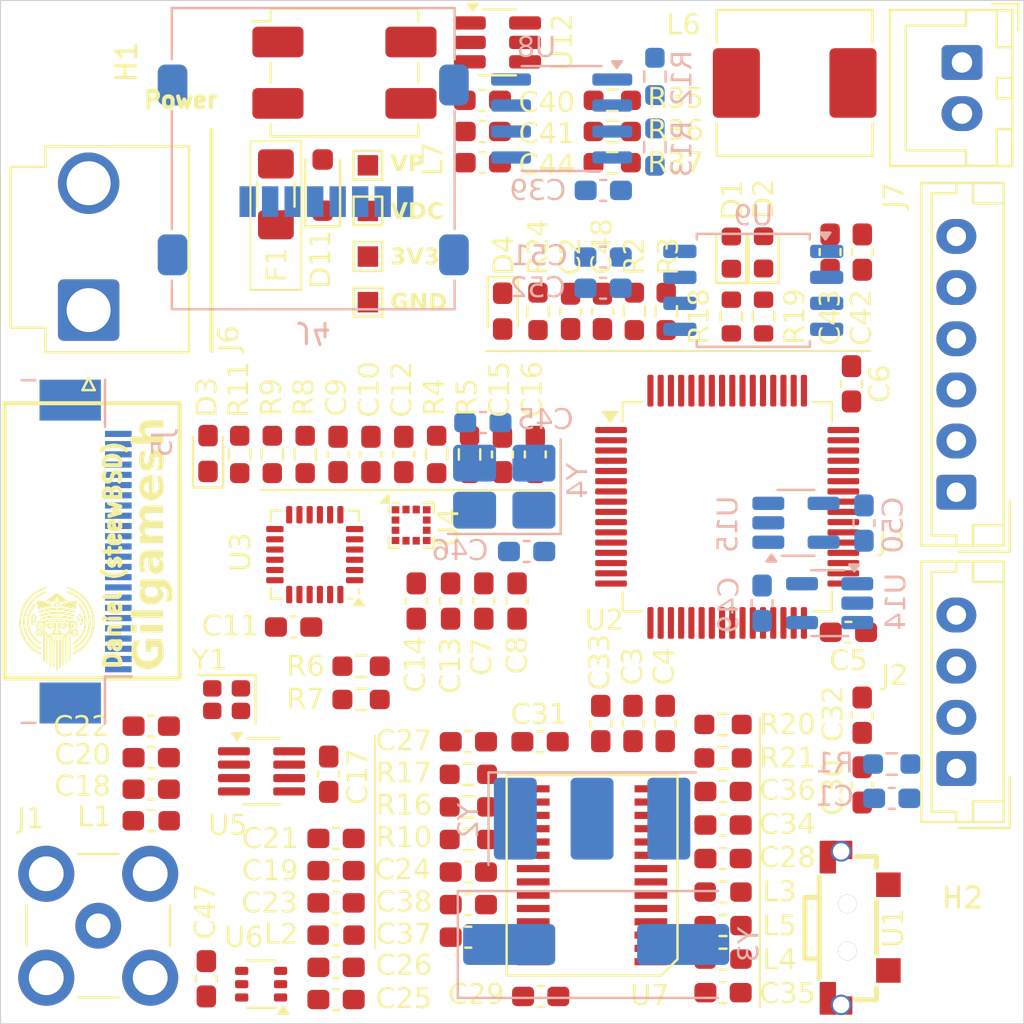
<source format=kicad_pcb>
(kicad_pcb (version 20241229) (generator "pcbnew") (generator_version "9.0")
  (layers (0 "F.Cu" signal) (2 "B.Cu" signal) (13 "F.Paste" user) (15 "B.Paste" user) (5 "F.SilkS" user "F.Silkscreen") (7 "B.SilkS" user "B.Silkscreen") (1 "F.Mask" user) (3 "B.Mask" user) (25 "Edge.Cuts" user))
  (net 0 "")
  (net 1 "/NRESET")
  (net 2 "GND")
  (net 3 "+3V3")
  (net 4 "Net-(U3-CPOUT)")
  (net 5 "Net-(U3-REGOUT)")
  (net 6 "Net-(U4-C1)")
  (net 7 "Net-(C19-Pad1)")
  (net 8 "Net-(U5-PAOUT)")
  (net 9 "Net-(C23-Pad1)")
  (net 10 "Net-(U7-DSN)")
  (net 11 "Net-(C25-Pad1)")
  (net 12 "Net-(U6-RF1)")
  (net 13 "Net-(U6-RF2)")
  (net 14 "Net-(U7-IFIN1)")
  (net 15 "Net-(C29-Pad1)")
  (net 16 "/RF/LNAOUT")
  (net 17 "Net-(U7-DFFB)")
  (net 18 "Net-(U7-DFO)")
  (net 19 "Net-(U7-MIXIN1)")
  (net 20 "Net-(U7-MIXIN2)")
  (net 21 "Net-(U7-OPP)")
  (net 22 "Net-(J1-In)")
  (net 23 "Net-(U7-LNAIN)")
  (net 24 "Net-(U7-LNASRC)")
  (net 25 "Net-(U2-PA9)")
  (net 26 "Net-(U2-PA10)")
  (net 27 "Net-(U3-AUX_CL)")
  (net 28 "Net-(U2-PB10)")
  (net 29 "Net-(U2-PB11)")
  (net 30 "Net-(U3-AUX_DA)")
  (net 31 "Net-(U2-PH1)")
  (net 32 "/CAMERA9")
  (net 33 "Net-(U6-RFC)")
  (net 34 "Net-(D1-K)")
  (net 35 "Net-(D1-A)")
  (net 36 "Net-(D2-K)")
  (net 37 "/USART1_TX")
  (net 38 "/IMU_INT")
  (net 39 "Net-(U2-PA11)")
  (net 40 "Net-(D2-A)")
  (net 41 "Net-(D4-K)")
  (net 42 "/CAMERA2")
  (net 43 "/USART1_RX")
  (net 44 "/SWCLK")
  (net 45 "/MAG_CS")
  (net 46 "/SDSCK")
  (net 47 "Net-(U2-PA15)")
  (net 48 "/SWDIO")
  (net 49 "/MAG_INT")
  (net 50 "/CAMERA4")
  (net 51 "Net-(U2-PH3)")
  (net 52 "/SDMOSI")
  (net 53 "/CAMERA10")
  (net 54 "Net-(U7-XTALSEL)")
  (net 55 "Net-(U7-IRSEL)")
  (net 56 "/TXEN")
  (net 57 "/CAMERA13")
  (net 58 "/CAMERA6")
  (net 59 "/TXDATA")
  (net 60 "Net-(U2-PC4)")
  (net 62 "/SDCD")
  (net 63 "/CAMERA1")
  (net 64 "/RXEN")
  (net 65 "/CAMERA3")
  (net 66 "/CAMERA14")
  (net 67 "/FSYNC")
  (net 69 "/CAMERA7")
  (net 70 "/TXCLK")
  (net 85 "Net-(U5-XTAL2)")
  (net 86 "/AGCDIS")
  (net 87 "/DATAOUT")
  (net 88 "Net-(U5-XTAL1)")
  (net 89 "/PDOUT")
  (net 90 "Net-(U7-XTAL1)")
  (net 91 "Net-(U7-XTAL2)")
  (net 92 "Net-(U7-IFIN2)")
  (net 93 "Net-(U7-MIXOUT)")
  (net 94 "Net-(U12-VIN)")
  (net 95 "Net-(U12-BOOT)")
  (net 96 "Net-(U12-SW)")
  (net 97 "GNDPWR")
  (net 98 "+VDC")
  (net 99 "Net-(D3-K)")
  (net 100 "/CAN_L")
  (net 101 "/CAN_H")
  (net 102 "Net-(U2-PB9)")
  (net 103 "Net-(U8-D)")
  (net 104 "Net-(U8-R)")
  (net 105 "Net-(U2-PB8)")
  (net 106 "Net-(U12-FB)")
  (net 108 "Net-(U12-EN)")
  (net 109 "/CAMERA5")
  (net 110 "Net-(U2-PC5)")
  (net 111 "Net-(U2-PH0)")
  (net 113 "/CAMERA0")
  (net 114 "Net-(J6-Pin_2)")
  (net 115 "/CAMERA12")
  (net 116 "/CAMERA11")
  (net 117 "/CAMERA8")
  (net 118 "Net-(J5-Pin_6)")
  (net 121 "Net-(U2-PB7)")
  (net 122 "Net-(U2-PB3)")
  (net 123 "/NCS_NOR")
  (net 124 "Net-(U2-PB4)")
  (net 125 "Net-(U2-PB6)")
  (net 126 "Net-(U2-PB5)")
  (net 127 "/SDMISO")
  (footprint "Capacitor_SMD:C_0603_1608Metric_Pad1.08x0.95mm_HandSolder" (layer "F.Cu") (at 119.6583 116.012167)
    (property "Reference" "C18" (at -3.3517 -0.1016 0) (layer "F.SilkS"))
    (property "Value" "100 nF" (hide yes))
    (pad "1" smd roundrect (at -0.8625 0) (size 1.075 0.95) (layers "F.Cu" "F.Mask" "F.Paste") (net 2 "GND"))
    (pad "2" smd roundrect (at 0.8625 0) (size 1.075 0.95) (layers "F.Cu" "F.Mask" "F.Paste") (net 3 "+3V3"))
  )
  (footprint "Inductor_SMD:L_0603_1608Metric_Pad1.05x0.95mm_HandSolder" (layer "F.Cu") (at 119.6583 117.5531)
    (property "Reference" "L1" (at -2.780272 -0.1524 0) (layer "F.SilkS"))
    (property "Value" "VHF160808H27NJT" (hide yes))
    (pad "1" smd roundrect (at -0.875 0) (size 1.05 0.95) (layers "F.Cu" "F.Mask" "F.Paste") (net 3 "+3V3"))
    (pad "2" smd roundrect (at 0.875 0) (size 1.05 0.95) (layers "F.Cu" "F.Mask" "F.Paste") (net 8 "Net-(U5-PAOUT)"))
  )
  (footprint "LED_SMD:LED_0603_1608Metric" (layer "F.Cu") (at 148.0058 89.7911 90)
    (property "Reference" "D1" (at 2.5653 0.1016 90) (layer "F.SilkS"))
    (property "Value" "RED" (hide yes))
    (pad "1" smd roundrect (at -0.7875 0 90) (size 0.875 0.95) (layers "F.Cu" "F.Mask" "F.Paste") (net 34 "Net-(D1-K)"))
    (pad "2" smd roundrect (at 0.7875 0 90) (size 0.875 0.95) (layers "F.Cu" "F.Mask" "F.Paste") (net 35 "Net-(D1-A)"))
  )
  (footprint "Capacitor_SMD:C_0603_1608Metric_Pad1.08x0.95mm_HandSolder" (layer "F.Cu") (at 138.6586 113.6923)
    (property "Reference" "C31" (at -0.0586 -1.2923 0) (layer "F.SilkS"))
    (property "Value" "470 pF" (hide yes))
    (pad "1" smd roundrect (at -0.8625 0) (size 1.075 0.95) (layers "F.Cu" "F.Mask" "F.Paste") (net 17 "Net-(U7-DFFB)"))
    (pad "2" smd roundrect (at 0.8625 0) (size 1.075 0.95) (layers "F.Cu" "F.Mask" "F.Paste") (net 18 "Net-(U7-DFO)"))
  )
  (footprint "Capacitor_SMD:C_0603_1608Metric_Pad1.08x0.95mm_HandSolder" (layer "F.Cu") (at 143.2 112.8 -90)
    (property "Reference" "C3" (at -2.7989 -0.0252 90) (layer "F.SilkS"))
    (property "Value" "10 µF" (hide yes))
    (pad "1" smd roundrect (at -0.8625 0 270) (size 1.075 0.95) (layers "F.Cu" "F.Mask" "F.Paste") (net 3 "+3V3"))
    (pad "2" smd roundrect (at 0.8625 0 270) (size 1.075 0.95) (layers "F.Cu" "F.Mask" "F.Paste") (net 2 "GND"))
  )
  (footprint "Capacitor_SMD:C_0603_1608Metric_Pad1.08x0.95mm_HandSolder" (layer "F.Cu") (at 141.7066 92.6625 -90)
    (property "Reference" "C48" (at -3.168591 -0.02 90) (layer "F.SilkS"))
    (property "Value" "0.1 µF" (hide yes))
    (pad "1" smd roundrect (at -0.8625 0 270) (size 1.075 0.95) (layers "F.Cu" "F.Mask" "F.Paste") (net 2 "GND"))
    (pad "2" smd roundrect (at 0.8625 0 270) (size 1.075 0.95) (layers "F.Cu" "F.Mask" "F.Paste") (net 3 "+3V3"))
  )
  (footprint "Capacitor_SMD:C_0603_1608Metric_Pad1.08x0.95mm_HandSolder" (layer "F.Cu") (at 135.1523 123.2427)
    (property "Reference" "C37" (at -3.1466 -0.1016 0) (layer "F.SilkS"))
    (property "Value" "10 nF" (hide yes))
    (pad "1" smd roundrect (at -0.8625 0) (size 1.075 0.95) (layers "F.Cu" "F.Mask" "F.Paste") (net 2 "GND"))
    (pad "2" smd roundrect (at 0.8625 0) (size 1.075 0.95) (layers "F.Cu" "F.Mask" "F.Paste") (net 3 "+3V3"))
  )
  (footprint "Connector_JST:JST_XH_B2B-XH-A_1x02_P2.50mm_Vertical" (layer "F.Cu") (at 159.275 80.5 -90)
    (property "Reference" "J7" (at 6.5 3.275 90) (layer "F.SilkS"))
    (property "Value" "Conn_01x02_Pin" (hide yes))
    (pad "1" thru_hole roundrect (at 0 0 270) (size 1.7 2) (drill 1) (layers "*.Cu" "*.Mask") (roundrect_rratio 0.147059) (net 100 "/CAN_L"))
    (pad "2" thru_hole oval (at 2.5 0 270) (size 1.7 2) (drill 1) (layers "*.Cu" "*.Mask") (net 101 "/CAN_H"))
  )
  (footprint "Capacitor_SMD:C_0603_1608Metric_Pad1.08x0.95mm_HandSolder" (layer "F.Cu") (at 154.4066 89.7658 -90)
    (property "Reference" "C42" (at 3.1993 0 90) (layer "F.SilkS"))
    (property "Value" "22 µF" (hide yes))
    (pad "1" smd roundrect (at -0.8625 0 270) (size 1.075 0.95) (layers "F.Cu" "F.Mask" "F.Paste") (net 3 "+3V3"))
    (pad "2" smd roundrect (at 0.8625 0 270) (size 1.075 0.95) (layers "F.Cu" "F.Mask" "F.Paste") (net 2 "GND"))
  )
  (footprint "Resistor_SMD:R_0603_1608Metric_Pad0.98x0.95mm_HandSolder" (layer "F.Cu") (at 129.91345 110)
    (property "Reference" "R6" (at -2.712 0.0518 0) (layer "F.SilkS"))
    (property "Value" "0R" (hide yes))
    (pad "1" smd roundrect (at -0.9125 0) (size 0.975 0.95) (layers "F.Cu" "F.Mask" "F.Paste") (net 28 "Net-(U2-PB10)"))
    (pad "2" smd roundrect (at 0.9125 0) (size 0.975 0.95) (layers "F.Cu" "F.Mask" "F.Paste") (net 27 "Net-(U3-AUX_CL)"))
  )
  (footprint "Capacitor_SMD:C_0603_1608Metric_Pad1.08x0.95mm_HandSolder" (layer "F.Cu") (at 136.81965 99.6536 -90)
    (property "Reference" "C15" (at -3.179927 0.0889 90) (layer "F.SilkS"))
    (property "Value" "0.1 µF" (hide yes))
    (pad "1" smd roundrect (at -0.8625 0 270) (size 1.075 0.95) (layers "F.Cu" "F.Mask" "F.Paste") (net 2 "GND"))
    (pad "2" smd roundrect (at 0.8625 0 270) (size 1.075 0.95) (layers "F.Cu" "F.Mask" "F.Paste") (net 3 "+3V3"))
  )
  (footprint "Resistor_SMD:R_0603_1608Metric_Pad0.98x0.95mm_HandSolder" (layer "F.Cu") (at 129.9125 111.6266)
    (property "Reference" "R7" (at -2.712 0.031 0) (layer "F.SilkS"))
    (property "Value" "0R" (hide yes))
    (pad "1" smd roundrect (at -0.9125 0) (size 0.975 0.95) (layers "F.Cu" "F.Mask" "F.Paste") (net 29 "Net-(U2-PB11)"))
    (pad "2" smd roundrect (at 0.9125 0) (size 0.975 0.95) (layers "F.Cu" "F.Mask" "F.Paste") (net 30 "Net-(U3-AUX_DA)"))
  )
  (footprint "Capacitor_SMD:C_0603_1608Metric_Pad1.08x0.95mm_HandSolder" (layer "F.Cu") (at 132 99.6536 -90)
    (property "Reference" "C12" (at -3.179927 0.0508 90) (layer "F.SilkS"))
    (property "Value" "0.1 µF" (hide yes))
    (pad "1" smd roundrect (at -0.8625 0 270) (size 1.075 0.95) (layers "F.Cu" "F.Mask" "F.Paste") (net 2 "GND"))
    (pad "2" smd roundrect (at 0.8625 0 270) (size 1.075 0.95) (layers "F.Cu" "F.Mask" "F.Paste") (net 5 "Net-(U3-REGOUT)"))
  )
  (footprint "Capacitor_SMD:C_0603_1608Metric_Pad1.08x0.95mm_HandSolder" (layer "F.Cu") (at 128.6904 119.9915 180)
    (property "Reference" "C19" (at 3.214128 -0.0508 0) (layer "F.SilkS"))
    (property "Value" "12 pF" (hide yes))
    (pad "1" smd roundrect (at -0.8625 0 180) (size 1.075 0.95) (layers "F.Cu" "F.Mask" "F.Paste") (net 7 "Net-(C19-Pad1)"))
    (pad "2" smd roundrect (at 0.8625 0 180) (size 1.075 0.95) (layers "F.Cu" "F.Mask" "F.Paste") (net 8 "Net-(U5-PAOUT)"))
  )
  (footprint "Resistor_SMD:R_0603_1608Metric_Pad0.98x0.95mm_HandSolder" (layer "F.Cu") (at 123.98235 99.6536 90)
    (property "Reference" "R11" (at 3.179927 0 90) (layer "F.SilkS"))
    (property "Value" "1 kOhm" (hide yes))
    (pad "1" smd roundrect (at -0.9125 0 90) (size 0.975 0.95) (layers "F.Cu" "F.Mask" "F.Paste") (net 118 "Net-(J5-Pin_6)"))
    (pad "2" smd roundrect (at 0.9125 0 90) (size 0.975 0.95) (layers "F.Cu" "F.Mask" "F.Paste") (net 99 "Net-(D3-K)"))
  )
  (footprint "Capacitor_SMD:C_0603_1608Metric_Pad1.08x0.95mm_HandSolder" (layer "F.Cu") (at 147.6 119.4 180)
    (property "Reference" "C28" (at -3.1496 0 0) (layer "F.SilkS"))
    (property "Value" "220 pF" (hide yes))
    (pad "1" smd roundrect (at -0.8625 0 180) (size 1.075 0.95) (layers "F.Cu" "F.Mask" "F.Paste") (net 2 "GND"))
    (pad "2" smd roundrect (at 0.8625 0 180) (size 1.075 0.95) (layers "F.Cu" "F.Mask" "F.Paste") (net 3 "+3V3"))
  )
  (footprint "Resistor_SMD:R_0603_1608Metric_Pad0.98x0.95mm_HandSolder" (layer "F.Cu") (at 135.1553 118.4675 180)
    (property "Reference" "R10" (at 3.1496 0.0508 0) (layer "F.SilkS"))
    (property "Value" "5k1" (hide yes))
    (pad "1" smd roundrect (at -0.9125 0 180) (size 0.975 0.95) (layers "F.Cu" "F.Mask" "F.Paste") (net 10 "Net-(U7-DSN)"))
    (pad "2" smd roundrect (at 0.9125 0 180) (size 0.975 0.95) (layers "F.Cu" "F.Mask" "F.Paste") (net 18 "Net-(U7-DFO)"))
  )
  (footprint "Connector_Coaxial:SMB_Jack_Vertical" (layer "F.Cu") (at 117.0686 122.6839)
    (property "Reference" "J1" (at -3.302 -5.1816 0) (layer "F.SilkS"))
    (property "Value" "BWSMA-KE-Z001" (hide yes))
    (pad "1" thru_hole circle (at 0 0) (size 2.24 2.24) (drill 1.2) (layers "*.Cu" "*.Mask") (net 22 "Net-(J1-In)"))
    (pad "2" thru_hole circle (at -2.54 -2.54) (size 2.74 2.74) (drill 1.7) (layers "*.Cu" "*.Mask") (net 2 "GND"))
    (pad "2" thru_hole circle (at -2.54 2.54) (size 2.74 2.74) (drill 1.7) (layers "*.Cu" "*.Mask") (net 2 "GND"))
    (pad "2" thru_hole circle (at 2.54 -2.54) (size 2.74 2.74) (drill 1.7) (layers "*.Cu" "*.Mask") (net 2 "GND"))
    (pad "2" thru_hole circle (at 2.54 2.54) (size 2.74 2.74) (drill 1.7) (layers "*.Cu" "*.Mask") (net 2 "GND"))
  )
  (footprint "Sensor_Motion:InvenSense_QFN-24_4x4mm_P0.5mm" (layer "F.Cu") (at 127.65 104.55 180)
    (property "Reference" "U3" (at 3.576 0.1212 90) (layer "F.SilkS"))
    (property "Value" "MPU-6050" (hide yes))
    (pad "1" smd roundrect (at -1.95 -1.25 180) (size 0.85 0.3) (layers "F.Cu" "F.Mask" "F.Paste") (net 47 "Net-(U2-PA15)"))
    (pad "2" smd roundrect (at -1.95 -0.75 180) (size 0.85 0.3) (layers "F.Cu" "F.Mask" "F.Paste"))
    (pad "3" smd roundrect (at -1.95 -0.25 180) (size 0.85 0.3) (layers "F.Cu" "F.Mask" "F.Paste"))
    (pad "4" smd roundrect (at -1.95 0.25 180) (size 0.85 0.3) (layers "F.Cu" "F.Mask" "F.Paste"))
    (pad "5" smd roundrect (at -1.95 0.75 180) (size 0.85 0.3) (layers "F.Cu" "F.Mask" "F.Paste"))
    (pad "6" smd roundrect (at -1.95 1.25 180) (size 0.85 0.3) (layers "F.Cu" "F.Mask" "F.Paste") (net 30 "Net-(U3-AUX_DA)"))
    (pad "7" smd roundrect (at -1.25 1.95 270) (size 0.85 0.3) (layers "F.Cu" "F.Mask" "F.Paste") (net 27 "Net-(U3-AUX_CL)"))
    (pad "8" smd roundrect (at -0.75 1.95 270) (size 0.85 0.3) (layers "F.Cu" "F.Mask" "F.Paste") (net 3 "+3V3"))
    (pad "9" smd roundrect (at -0.25 1.95 270) (size 0.85 0.3) (layers "F.Cu" "F.Mask" "F.Paste") (net 39 "Net-(U2-PA11)"))
    (pad "10" smd roundrect (at 0.25 1.95 270) (size 0.85 0.3) (layers "F.Cu" "F.Mask" "F.Paste") (net 5 "Net-(U3-REGOUT)"))
    (pad "11" smd roundrect (at 0.75 1.95 270) (size 0.85 0.3) (layers "F.Cu" "F.Mask" "F.Paste") (net 67 "/FSYNC"))
    (pad "12" smd roundrect (at 1.25 1.95 270) (size 0.85 0.3) (layers "F.Cu" "F.Mask" "F.Paste") (net 38 "/IMU_INT"))
    (pad "13" smd roundrect (at 1.95 1.25 180) (size 0.85 0.3) (layers "F.Cu" "F.Mask" "F.Paste") (net 3 "+3V3"))
    (pad "14" smd roundrect (at 1.95 0.75 180) (size 0.85 0.3) (layers "F.Cu" "F.Mask" "F.Paste"))
    (pad "15" smd roundrect (at 1.95 0.25 180) (size 0.85 0.3) (layers "F.Cu" "F.Mask" "F.Paste"))
    (pad "16" smd roundrect (at 1.95 -0.25 180) (size 0.85 0.3) (layers "F.Cu" "F.Mask" "F.Paste"))
    (pad "17" smd roundrect (at 1.95 -0.75 180) (size 0.85 0.3) (layers "F.Cu" "F.Mask" "F.Paste"))
    (pad "18" smd roundrect (at 1.95 -1.25 180) (size 0.85 0.3) (layers "F.Cu" "F.Mask" "F.Paste") (net 2 "GND"))
    (pad "19" smd roundrect (at 1.25 -1.95 270) (size 0.85 0.3) (layers "F.Cu" "F.Mask" "F.Paste"))
    (pad "20" smd roundrect (at 0.75 -1.95 270) (size 0.85 0.3) (layers "F.Cu" "F.Mask" "F.Paste") (net 4 "Net-(U3-CPOUT)"))
    (pad "21" smd roundrect (at 0.25 -1.95 270) (size 0.85 0.3) (layers "F.Cu" "F.Mask" "F.Paste"))
    (pad "22" smd roundrect (at -0.25 -1.95 270) (size 0.85 0.3) (layers "F.Cu" "F.Mask" "F.Paste"))
    (pad "23" smd roundrect (at -0.75 -1.95 270) (size 0.85 0.3) (layers "F.Cu" "F.Mask" "F.Paste") (net 25 "Net-(U2-PA9)"))
    (pad "24" smd roundrect (at -1.25 -1.95 270) (size 0.85 0.3) (layers "F.Cu" "F.Mask" "F.Paste") (net 26 "Net-(U2-PA10)"))
  )
  (footprint "Package_TO_SOT_SMD:SOT-23-6_Handsoldering" (layer "F.Cu") (at 136.576 79.5191)
    (property "Reference" "U12" (at 3.222 -0.0152 270) (layer "F.SilkS"))
    (property "Value" "TPS54202DDC" (hide yes))
    (pad "1" smd roundrect (at -1.35 -0.95) (size 1.56 0.65) (layers "F.Cu" "F.Mask" "F.Paste") (net 2 "GND"))
    (pad "2" smd roundrect (at -1.35 0) (size 1.56 0.65) (layers "F.Cu" "F.Mask" "F.Paste") (net 96 "Net-(U12-SW)"))
    (pad "3" smd roundrect (at -1.35 0.95) (size 1.56 0.65) (layers "F.Cu" "F.Mask" "F.Paste") (net 94 "Net-(U12-VIN)"))
    (pad "4" smd roundrect (at 1.35 0.95) (size 1.56 0.65) (layers "F.Cu" "F.Mask" "F.Paste") (net 106 "Net-(U12-FB)"))
    (pad "5" smd roundrect (at 1.35 0) (size 1.56 0.65) (layers "F.Cu" "F.Mask" "F.Paste") (net 108 "Net-(U12-EN)"))
    (pad "6" smd roundrect (at 1.35 -0.95) (size 1.56 0.65) (layers "F.Cu" "F.Mask" "F.Paste") (net 95 "Net-(U12-BOOT)"))
  )
  (footprint "Inductor_SMD:L_0603_1608Metric_Pad1.05x0.95mm_HandSolder" (layer "F.Cu") (at 147.6 121.0383 180)
    (property "Reference" "L3" (at -2.764673 -0.03012 180) (layer "F.SilkS"))
    (property "Value" "15 nH" (hide yes))
    (pad "1" smd roundrect (at -0.875 0 180) (size 1.05 0.95) (layers "F.Cu" "F.Mask" "F.Paste") (net 3 "+3V3"))
    (pad "2" smd roundrect (at 0.875 0 180) (size 1.05 0.95) (layers "F.Cu" "F.Mask" "F.Paste") (net 16 "/RF/LNAOUT"))
  )
  (footprint "Capacitor_SMD:C_0603_1608Metric_Pad1.08x0.95mm_HandSolder" (layer "F.Cu") (at 141.6252 112.8011 90)
    (property "Reference" "C33" (at 3 0 90) (layer "F.SilkS"))
    (property "Value" "100 pF" (hide yes))
    (pad "1" smd roundrect (at -0.8625 0 90) (size 1.075 0.95) (layers "F.Cu" "F.Mask" "F.Paste") (net 20 "Net-(U7-MIXIN2)"))
    (pad "2" smd roundrect (at 0.8625 0 90) (size 1.075 0.95) (layers "F.Cu" "F.Mask" "F.Paste") (net 3 "+3V3"))
  )
  (footprint "Capacitor_SMD:C_0603_1608Metric_Pad1.08x0.95mm_HandSolder" (layer "F.Cu") (at 128.7869 99.6536 -90)
    (property "Reference" "C9" (at -2.795 0.0254 90) (layer "F.SilkS"))
    (property "Value" "10 nF" (hide yes))
    (pad "1" smd roundrect (at -0.8625 0 270) (size 1.075 0.95) (layers "F.Cu" "F.Mask" "F.Paste") (net 2 "GND"))
    (pad "2" smd roundrect (at 0.8625 0 270) (size 1.075 0.95) (layers "F.Cu" "F.Mask" "F.Paste") (net 3 "+3V3"))
  )
  (footprint "steew:JST_VL_B02P-VL_1x02_P6.2mm_Vertical" (layer "F.Cu") (at 116.6 93.65 90)
    (property "Reference" "J6" (at -0.35 6.9 90) (layer "F.SilkS"))
    (property "Value" "Conn_01x02_Socket" (hide yes))
    (pad "1" thru_hole roundrect (at 1.05 0 90) (size 3 3) (drill 2.15) (layers "*.Cu" "*.Mask") (roundrect_rratio 0.092593) (net 97 "GNDPWR"))
    (pad "2" thru_hole circle (at 7.25 0 90) (size 3 3) (drill 2.15) (layers "*.Cu" "*.Mask") (net 114 "Net-(J6-Pin_2)"))
  )
  (footprint "Capacitor_SMD:C_0603_1608Metric_Pad1.08x0.95mm_HandSolder" (layer "F.Cu") (at 134.2848 106.8164 -90)
    (property "Reference" "C13" (at 3.1485 -0.0508 90) (layer "F.SilkS"))
    (property "Value" "10 µF" (hide yes))
    (pad "1" smd roundrect (at -0.8625 0 270) (size 1.075 0.95) (layers "F.Cu" "F.Mask" "F.Paste") (net 3 "+3V3"))
    (pad "2" smd roundrect (at 0.8625 0 270) (size 1.075 0.95) (layers "F.Cu" "F.Mask" "F.Paste") (net 2 "GND"))
  )
  (footprint "Resistor_SMD:R_0603_1608Metric_Pad0.98x0.95mm_HandSolder" (layer "F.Cu") (at 138.557 92.6614 90)
    (property "Reference" "R24" (at 3.1496 0.0508 90) (layer "F.SilkS"))
    (property "Value" "1 kOhm" (hide yes))
    (pad "1" smd roundrect (at -0.9125 0 90) (size 0.975 0.95) (layers "F.Cu" "F.Mask" "F.Paste") (net 2 "GND"))
    (pad "2" smd roundrect (at 0.9125 0 90) (size 0.975 0.95) (layers "F.Cu" "F.Mask" "F.Paste") (net 41 "Net-(D4-K)"))
  )
  (footprint "Capacitor_SMD:C_0603_1608Metric_Pad1.08x0.95mm_HandSolder" (layer "F.Cu") (at 154.4 112.3953 -90)
    (property "Reference" "C32" (at -0.0643 1.3814 90) (layer "F.SilkS"))
    (property "Value" "100 pF" (hide yes))
    (pad "1" smd roundrect (at -0.8625 0 270) (size 1.075 0.95) (layers "F.Cu" "F.Mask" "F.Paste") (net 19 "Net-(U7-MIXIN1)"))
    (pad "2" smd roundrect (at 0.8625 0 270) (size 1.075 0.95) (layers "F.Cu" "F.Mask" "F.Paste") (net 16 "/RF/LNAOUT"))
  )
  (footprint "Capacitor_SMD:C_0603_1608Metric_Pad1.08x0.95mm_HandSolder" (layer "F.Cu") (at 119.6583 112.9303)
    (property "Reference" "C22" (at -3.4083 0.0697 0) (layer "F.SilkS"))
    (property "Value" "680 pF" (hide yes))
    (pad "1" smd roundrect (at -0.8625 0) (size 1.075 0.95) (layers "F.Cu" "F.Mask" "F.Paste") (net 2 "GND"))
    (pad "2" smd roundrect (at 0.8625 0) (size 1.075 0.95) (layers "F.Cu" "F.Mask" "F.Paste") (net 3 "+3V3"))
  )
  (footprint "Capacitor_SMD:C_0603_1608Metric_Pad1.08x0.95mm_HandSolder" (layer "F.Cu") (at 128.6904 126.2907 180)
    (property "Reference" "C25" (at -3.3153 0 0) (layer "F.SilkS"))
    (property "Value" "1000 pF" (hide yes))
    (pad "1" smd roundrect (at -0.8625 0 180) (size 1.075 0.95) (layers "F.Cu" "F.Mask" "F.Paste") (net 11 "Net-(C25-Pad1)"))
    (pad "2" smd roundrect (at 0.8625 0 180) (size 1.075 0.95) (layers "F.Cu" "F.Mask" "F.Paste") (net 12 "Net-(U6-RF1)"))
  )
  (footprint "Package_QFP:LQFP-64_10x10mm_P0.5mm" (layer "F.Cu") (at 147.8026 102.2115)
    (property "Reference" "U2" (at -6.0026 5.5885 180) (layer "F.SilkS"))
    (property "Value" "STM32L431RCTx" (hide yes))
    (pad "1" smd roundrect (at -5.675 -3.75) (size 1.55 0.3) (layers "F.Cu" "F.Mask" "F.Paste") (net 3 "+3V3"))
    (pad "2" smd roundrect (at -5.675 -3.25) (size 1.55 0.3) (layers "F.Cu" "F.Mask" "F.Paste") (net 116 "/CAMERA11"))
    (pad "3" smd roundrect (at -5.675 -2.75) (size 1.55 0.3) (layers "F.Cu" "F.Mask" "F.Paste") (net 40 "Net-(D2-A)"))
    (pad "4" smd roundrect (at -5.675 -2.25) (size 1.55 0.3) (layers "F.Cu" "F.Mask" "F.Paste") (net 35 "Net-(D1-A)"))
    (pad "5" smd roundrect (at -5.675 -1.75) (size 1.55 0.3) (layers "F.Cu" "F.Mask" "F.Paste") (net 111 "Net-(U2-PH0)"))
    (pad "6" smd roundrect (at -5.675 -1.25) (size 1.55 0.3) (layers "F.Cu" "F.Mask" "F.Paste") (net 31 "Net-(U2-PH1)"))
    (pad "7" smd roundrect (at -5.675 -0.75) (size 1.55 0.3) (layers "F.Cu" "F.Mask" "F.Paste") (net 1 "/NRESET"))
    (pad "8" smd roundrect (at -5.675 -0.25) (size 1.55 0.3) (layers "F.Cu" "F.Mask" "F.Paste") (net 87 "/DATAOUT"))
    (pad "9" smd roundrect (at -5.675 0.25) (size 1.55 0.3) (layers "F.Cu" "F.Mask" "F.Paste") (net 3 "+3V3"))
    (pad "10" smd roundrect (at -5.675 0.75) (size 1.55 0.3) (layers "F.Cu" "F.Mask" "F.Paste") (net 42 "/CAMERA2"))
    (pad "11" smd roundrect (at -5.675 1.25) (size 1.55 0.3) (layers "F.Cu" "F.Mask" "F.Paste") (net 65 "/CAMERA3"))
    (pad "12" smd roundrect (at -5.675 1.75) (size 1.55 0.3) (layers "F.Cu" "F.Mask" "F.Paste") (net 2 "GND"))
    (pad "13" smd roundrect (at -5.675 2.25) (size 1.55 0.3) (layers "F.Cu" "F.Mask" "F.Paste") (net 3 "+3V3"))
    (pad "14" smd roundrect (at -5.675 2.75) (size 1.55 0.3) (layers "F.Cu" "F.Mask" "F.Paste") (net 62 "/SDCD"))
    (pad "15" smd roundrect (at -5.675 3.25) (size 1.55 0.3) (layers "F.Cu" "F.Mask" "F.Paste") (net 49 "/MAG_INT"))
    (pad "16" smd roundrect (at -5.675 3.75) (size 1.55 0.3) (layers "F.Cu" "F.Mask" "F.Paste") (net 70 "/TXCLK"))
    (pad "17" smd roundrect (at -3.75 5.675) (size 0.3 1.55) (layers "F.Cu" "F.Mask" "F.Paste") (net 67 "/FSYNC"))
    (pad "18" smd roundrect (at -3.25 5.675) (size 0.3 1.55) (layers "F.Cu" "F.Mask" "F.Paste") (net 2 "GND"))
    (pad "19" smd roundrect (at -2.75 5.675) (size 0.3 1.55) (layers "F.Cu" "F.Mask" "F.Paste") (net 3 "+3V3"))
    (pad "20" smd roundrect (at -2.25 5.675) (size 0.3 1.55) (layers "F.Cu" "F.Mask" "F.Paste") (net 63 "/CAMERA1"))
    (pad "21" smd roundrect (at -1.75 5.675) (size 0.3 1.55) (layers "F.Cu" "F.Mask" "F.Paste") (net 113 "/CAMERA0"))
    (pad "22" smd roundrect (at -1.25 5.675) (size 0.3 1.55) (layers "F.Cu" "F.Mask" "F.Paste") (net 59 "/TXDATA"))
    (pad "23" smd roundrect (at -0.75 5.675) (size 0.3 1.55) (layers "F.Cu" "F.Mask" "F.Paste") (net 123 "/NCS_NOR"))
    (pad "24" smd roundrect (at -0.25 5.675) (size 0.3 1.55) (layers "F.Cu" "F.Mask" "F.Paste") (net 60 "Net-(U2-PC4)"))
    (pad "25" smd roundrect (at 0.25 5.675) (size 0.3 1.55) (layers "F.Cu" "F.Mask" "F.Paste") (net 110 "Net-(U2-PC5)"))
    (pad "26" smd roundrect (at 0.75 5.675) (size 0.3 1.55) (layers "F.Cu" "F.Mask" "F.Paste") (net 64 "/RXEN"))
    (pad "27" smd roundrect (at 1.25 5.675) (size 0.3 1.55) (layers "F.Cu" "F.Mask" "F.Paste") (net 56 "/TXEN"))
    (pad "28" smd roundrect (at 1.75 5.675) (size 0.3 1.55) (layers "F.Cu" "F.Mask" "F.Paste") (net 89 "/PDOUT"))
    (pad "29" smd roundrect (at 2.25 5.675) (size 0.3 1.55) (layers "F.Cu" "F.Mask" "F.Paste") (net 28 "Net-(U2-PB10)"))
    (pad "30" smd roundrect (at 2.75 5.675) (size 0.3 1.55) (layers "F.Cu" "F.Mask" "F.Paste") (net 29 "Net-(U2-PB11)"))
    (pad "31" smd roundrect (at 3.25 5.675) (size 0.3 1.55) (layers "F.Cu" "F.Mask" "F.Paste") (net 2 "GND"))
    (pad "32" smd roundrect (at 3.75 5.675) (size 0.3 1.55) (layers "F.Cu" "F.Mask" "F.Paste") (net 3 "+3V3"))
    (pad "33" smd roundrect (at 5.675 3.75) (size 1.55 0.3) (layers "F.Cu" "F.Mask" "F.Paste"))
    (pad "34" smd roundrect (at 5.675 3.25) (size 1.55 0.3) (layers "F.Cu" "F.Mask" "F.Paste") (net 46 "/SDSCK"))
    (pad "35" smd roundrect (at 5.675 2.75) (size 1.55 0.3) (layers "F.Cu" "F.Mask" "F.Paste") (net 127 "/SDMISO"))
    (pad "36" smd roundrect (at 5.675 2.25) (size 1.55 0.3) (layers "F.Cu" "F.Mask" "F.Paste") (net 52 "/SDMOSI"))
    (pad "37" smd roundrect (at 5.675 1.75) (size 1.55 0.3) (layers "F.Cu" "F.Mask" "F.Paste") (net 50 "/CAMERA4"))
    (pad "38" smd roundrect (at 5.675 1.25) (size 1.55 0.3) (layers "F.Cu" "F.Mask" "F.Paste") (net 109 "/CAMERA5"))
    (pad "39" smd roundrect (at 5.675 0.75) (size 1.55 0.3) (layers "F.Cu" "F.Mask" "F.Paste") (net 58 "/CAMERA6"))
    (pad "40" smd roundrect (at 5.675 0.25) (size 1.55 0.3) (layers "F.Cu" "F.Mask" "F.Paste") (net 69 "/CAMERA7"))
    (pad "41" smd roundrect (at 5.675 -0.25) (size 1.55 0.3) (layers "F.Cu" "F.Mask" "F.Paste") (net 45 "/MAG_CS"))
    (pad "42" smd roundrect (at 5.675 -0.75) (size 1.55 0.3) (layers "F.Cu" "F.Mask" "F.Paste") (net 25 "Net-(U2-PA9)"))
    (pad "43" smd roundrect (at 5.675 -1.25) (size 1.55 0.3) (layers "F.Cu" "F.Mask" "F.Paste") (net 26 "Net-(U2-PA10)"))
    (pad "44" smd roundrect (at 5.675 -1.75) (size 1.55 0.3) (layers "F.Cu" "F.Mask" "F.Paste") (net 39 "Net-(U2-PA11)"))
    (pad "45" smd roundrect (at 5.675 -2.25) (size 1.55 0.3) (layers "F.Cu" "F.Mask" "F.Paste") (net 38 "/IMU_INT"))
    (pad "46" smd roundrect (at 5.675 -2.75) (size 1.55 0.3) (layers "F.Cu" "F.Mask" "F.Paste") (net 48 "/SWDIO"))
    (pad "47" smd roundrect (at 5.675 -3.25) (size 1.55 0.3) (layers "F.Cu" "F.Mask" "F.Paste") (net 2 "GND"))
    (pad "48" smd roundrect (at 5.675 -3.75) (size 1.55 0.3) (layers "F.Cu" "F.Mask" "F.Paste") (net 3 "+3V3"))
    (pad "49" smd roundrect (at 3.75 -5.675) (size 0.3 1.55) (layers "F.Cu" "F.Mask" "F.Paste") (net 44 "/SWCLK"))
    (pad "50" smd roundrect (at 3.25 -5.675) (size 0.3 1.55) (layers "F.Cu" "F.Mask" "F.Paste") (net 47 "Net-(U2-PA15)"))
    (pad "51" smd roundrect (at 2.75 -5.675) (size 0.3 1.55) (layers "F.Cu" "F.Mask" "F.Paste") (net 117 "/CAMERA8"))
    (pad "52" smd roundrect (at 2.25 -5.675) (size 0.3 1.55) (layers "F.Cu" "F.Mask" "F.Paste") (net 32 "/CAMERA9"))
    (pad "53" smd roundrect (at 1.75 -5.675) (size 0.3 1.55) (layers "F.Cu" "F.Mask" "F.Paste") (net 53 "/CAMERA10"))
    (pad "54" smd roundrect (at 1.25 -5.675) (size 0.3 1.55) (layers "F.Cu" "F.Mask" "F.Paste") (net 86 "/AGCDIS"))
    (pad "55" smd roundrect (at 0.75 -5.675) (size 0.3 1.55) (layers "F.Cu" "F.Mask" "F.Paste") (net 122 "Net-(U2-PB3)"))
    (pad "56" smd roundrect (at 0.25 -5.675) (size 0.3 1.55) (layers "F.Cu" "F.Mask" "F.Paste") (net 124 "Net-(U2-PB4)"))
    (pad "57" smd roundrect (at -0.25 -5.675) (size 0.3 1.55) (layers "F.Cu" "F.Mask" "F.Paste") (net 126 "Net-(U2-PB5)"))
    (pad "58" smd roundrect (at -0.75 -5.675) (size 0.3 1.55) (layers "F.Cu" "F.Mask" "F.Paste") (net 125 "Net-(U2-PB6)"))
    (pad "59" smd roundrect (at -1.25 -5.675) (size 0.3 1.55) (layers "F.Cu" "F.Mask" "F.Paste") (net 121 "Net-(U2-PB7)"))
    (pad "60" smd roundrect (at -1.75 -5.675) (size 0.3 1.55) (layers "F.Cu" "F.Mask" "F.Paste") (net 51 "Net-(U2-PH3)"))
    (pad "61" smd roundrect (at -2.25 -5.675) (size 0.3 1.55) (layers "F.Cu" "F.Mask" "F.Paste") (net 105 "Net-(U2-PB8)"))
    (pad "62" smd roundrect (at -2.75 -5.675) (size 0.3 1.55) (layers "F.Cu" "F.Mask" "F.Paste") (net 102 "Net-(U2-PB9)"))
    (pad "63" smd roundrect (at -3.25 -5.675) (size 0.3 1.55) (layers "F.Cu" "F.Mask" "F.Paste") (net 2 "GND"))
    (pad "64" smd roundrect (at -3.75 -5.675) (size 0.3 1.55) (layers "F.Cu" "F.Mask" "F.Paste") (net 3 "+3V3"))
  )
  (footprint "Resistor_SMD:R_0603_1608Metric_Pad0.98x0.95mm_HandSolder" (layer "F.Cu") (at 127.18035 99.6536 -90)
    (property "Reference" "R8" (at -2.795 0.0127 90) (layer "F.SilkS"))
    (property "Value" "4.7 kohm" (hide yes))
    (pad "1" smd roundrect (at -0.9125 0 270) (size 0.975 0.95) (layers "F.Cu" "F.Mask" "F.Paste") (net 3 "+3V3"))
    (pad "2" smd roundrect (at 0.9125 0 270) (size 0.975 0.95) (layers "F.Cu" "F.Mask" "F.Paste") (net 27 "Net-(U3-AUX_CL)"))
  )
  (footprint "LED_SMD:LED_0603_1608Metric_Pad1.05x0.95mm_HandSolder" (layer "F.Cu") (at 136.8298 92.65 -90)
    (property "Reference" "D4" (at -2.7318 -0.1016 90) (layer "F.SilkS"))
    (property "Value" "KT-0603W" (hide yes))
    (pad "1" smd roundrect (at -0.875 0 270) (size 1.05 0.95) (layers "F.Cu" "F.Mask" "F.Paste") (net 41 "Net-(D4-K)"))
    (pad "2" smd roundrect (at 0.875 0 270) (size 1.05 0.95) (layers "F.Cu" "F.Mask" "F.Paste") (net 3 "+3V3"))
  )
  (footprint "Resistor_SMD:R_0603_1608Metric_Pad0.98x0.95mm_HandSolder" (layer "F.Cu") (at 147.6 112.8468 180)
    (property "Reference" "R20" (at -3.1496 -0.0508 0) (layer "F.SilkS"))
    (property "Value" "0R" (hide yes))
    (pad "1" smd roundrect (at -0.9125 0 180) (size 0.975 0.95) (layers "F.Cu" "F.Mask" "F.Paste") (net 3 "+3V3"))
    (pad "2" smd roundrect (at 0.9125 0 180) (size 0.975 0.95) (layers "F.Cu" "F.Mask" "F.Paste") (net 55 "Net-(U7-IRSEL)"))
  )
  (footprint "TestPoint:TestPoint_Pad_1.0x1.0mm" (layer "F.Cu") (at 130.2458 92.212345)
    (property "Reference" "TP1" (hide yes))
    (property "Value" "TestPoint_Flag" (hide yes))
    (pad "1" smd rect (at 0 0) (size 1 1) (layers "F.Cu" "F.Mask") (net 2 "GND"))
  )
  (footprint "Inductor_SMD:L_0603_1608Metric_Pad1.05x0.95mm_HandSolder" (layer "F.Cu") (at 128.6904 123.1411)
    (property "Reference" "L2" (at -2.681 0 0) (layer "F.SilkS"))
    (property "Value" "VHF160808H18NJT" (hide yes))
    (pad "1" smd roundrect (at -0.875 0) (size 1.05 0.95) (layers "F.Cu" "F.Mask" "F.Paste") (net 7 "Net-(C19-Pad1)"))
    (pad "2" smd roundrect (at 0.875 0) (size 1.05 0.95) (layers "F.Cu" "F.Mask" "F.Paste") (net 9 "Net-(C23-Pad1)"))
  )
  (footprint "Capacitor_SMD:C_0603_1608Metric_Pad1.08x0.95mm_HandSolder" (layer "F.Cu") (at 126.6151 108.0864 180)
    (property "Reference" "C11" (at 3.0988 0 0) (layer "F.SilkS"))
    (property "Value" "2200 pF" (hide yes))
    (pad "1" smd roundrect (at -0.8625 0 180) (size 1.075 0.95) (layers "F.Cu" "F.Mask" "F.Paste") (net 4 "Net-(U3-CPOUT)"))
    (pad "2" smd roundrect (at 0.8625 0 180) (size 1.075 0.95) (layers "F.Cu" "F.Mask" "F.Paste") (net 2 "GND"))
  )
  (footprint "Capacitor_SMD:C_0603_1608Metric_Pad1.08x0.95mm_HandSolder" (layer "F.Cu") (at 128.6904 118.4167 180)
    (property "Reference" "C21" (at 3.213028 -0.0508 0) (layer "F.SilkS"))
    (property "Value" "18 pF" (hide yes))
    (pad "1" smd roundrect (at -0.8625 0 180) (size 1.075 0.95) (layers "F.Cu" "F.Mask" "F.Paste") (net 7 "Net-(C19-Pad1)"))
    (pad "2" smd roundrect (at 0.8625 0 180) (size 1.075 0.95) (layers "F.Cu" "F.Mask" "F.Paste") (net 2 "GND"))
  )
  (footprint "Capacitor_SMD:C_0603_1608Metric_Pad1.08x0.95mm_HandSolder" (layer "F.Cu") (at 128.6904 121.5663 180)
    (property "Reference" "C23" (at 3.2512 -0.0508 0) (layer "F.SilkS"))
    (property "Value" "15 pF" (hide yes))
    (pad "1" smd roundrect (at -0.8625 0 180) (size 1.075 0.95) (layers "F.Cu" "F.Mask" "F.Paste") (net 9 "Net-(C23-Pad1)"))
    (pad "2" smd roundrect (at 0.8625 0 180) (size 1.075 0.95) (layers "F.Cu" "F.Mask" "F.Paste") (net 2 "GND"))
  )
  (footprint "Connector_JST:JST_EH_B4B-EH-A_1x04_P2.50mm_Vertical" (layer "F.Cu") (at 159 115 90)
    (property "Reference" "J2" (at 4.5 -3 0) (layer "F.SilkS"))
    (property "Value" "B4B-EH-A(LF)(SN)" (hide yes))
    (pad "1" thru_hole roundrect (at 0 0 90) (size 1.7 1.95) (drill 0.95) (layers "*.Cu" "*.Mask") (roundrect_rratio 0.147059) (net 2 "GND"))
    (pad "2" thru_hole oval (at 2.5 0 90) (size 1.7 1.95) (drill 0.95) (layers "*.Cu" "*.Mask") (net 43 "/USART1_RX"))
    (pad "3" thru_hole oval (at 5 0 90) (size 1.7 1.95) (drill 0.95) (layers "*.Cu" "*.Mask") (net 37 "/USART1_TX"))
    (pad "4" thru_hole oval (at 7.5 0 90) (size 1.7 1.95) (drill 0.95) (layers "*.Cu" "*.Mask") (net 3 "+3V3"))
  )
  (footprint "Capacitor_SMD:C_0603_1608Metric_Pad1.08x0.95mm_HandSolder" (layer "F.Cu") (at 153.8786 96.2025 -90)
    (property "Reference" "C6" (at 0 -1.43 90) (layer "F.SilkS"))
    (property "Value" "0.1 µF" (hide yes))
    (pad "1" smd roundrect (at -0.8625 0 270) (size 1.075 0.95) (layers "F.Cu" "F.Mask" "F.Paste") (net 2 "GND"))
    (pad "2" smd roundrect (at 0.8625 0 270) (size 1.075 0.95) (layers "F.Cu" "F.Mask" "F.Paste") (net 3 "+3V3"))
  )
  (footprint "Capacitor_SMD:C_0603_1608Metric_Pad1.08x0.95mm_HandSolder" (layer "F.Cu") (at 135.8378 82.3487)
    (property "Reference" "C40" (at 3.1496 0.1524 180) (layer "F.SilkS"))
    (property "Value" "10 µF" (hide yes))
    (pad "1" smd roundrect (at -0.8625 0) (size 1.075 0.95) (layers "F.Cu" "F.Mask" "F.Paste") (net 94 "Net-(U12-VIN)"))
    (pad "2" smd roundrect (at 0.8625 0) (size 1.075 0.95) (layers "F.Cu" "F.Mask" "F.Paste") (net 2 "GND"))
  )
  (footprint "Resistor_SMD:R_0603_1608Metric_Pad0.98x0.95mm_HandSolder" (layer "F.Cu") (at 144.822333 92.6625 90)
    (property "Reference" "R3" (at 2.6924 0.1524 90) (layer "F.SilkS"))
    (property "Value" "4.7 kohm" (hide yes))
    (pad "1" smd roundrect (at -0.9125 0 90) (size 0.975 0.95) (layers "F.Cu" "F.Mask" "F.Paste") (net 51 "Net-(U2-PH3)"))
    (pad "2" smd roundrect (at 0.9125 0 90) (size 0.975 0.95) (layers "F.Cu" "F.Mask" "F.Paste") (net 2 "GND"))
  )
  (footprint "Capacitor_SMD:C_0603_1608Metric_Pad1.08x0.95mm_HandSolder" (layer "F.Cu") (at 122.3518 125.2758 90)
    (property "Reference" "C47" (at 3.3031 0 90) (layer "F.SilkS"))
    (property "Value" "1000 pF" (hide yes))
    (pad "1" smd roundrect (at -0.8625 0 90) (size 1.075 0.95) (layers "F.Cu" "F.Mask" "F.Paste") (net 33 "Net-(U6-RFC)"))
    (pad "2" smd roundrect (at 0.8625 0 90) (size 1.075 0.95) (layers "F.Cu" "F.Mask" "F.Paste") (net 22 "Net-(J1-In)"))
  )
  (footprint "Resistor_SMD:R_0603_1608Metric_Pad0.98x0.95mm_HandSolder" (layer "F.Cu") (at 142.1875 82.3487)
    (property "Reference" "R35" (at 3.0969 -0.0508 0) (layer "F.SilkS"))
    (property "Value" "22 kohm" (hide yes))
    (pad "1" smd roundrect (at -0.9125 0) (size 0.975 0.95) (layers "F.Cu" "F.Mask" "F.Paste") (net 106 "Net-(U12-FB)"))
    (pad "2" smd roundrect (at 0.9125 0) (size 0.975 0.95) (layers "F.Cu" "F.Mask" "F.Paste") (net 2 "GND"))
  )
  (footprint "Capacitor_SMD:C_0603_1608Metric_Pad1.08x0.95mm_HandSolder" (layer "F.Cu") (at 135.8389 83.8727)
    (property "Reference" "C41" (at 3.1485 0.1524 0) (layer "F.SilkS"))
    (property "Value" "0.1 µF" (hide yes))
    (pad "1" smd roundrect (at -0.8625 0) (size 1.075 0.95) (layers "F.Cu" "F.Mask" "F.Paste") (net 94 "Net-(U12-VIN)"))
    (pad "2" smd roundrect (at 0.8625 0) (size 1.075 0.95) (layers "F.Cu" "F.Mask" "F.Paste") (net 2 "GND"))
  )
  (footprint "Capacitor_SMD:C_0603_1608Metric_Pad1.08x0.95mm_HandSolder" (layer "F.Cu") (at 154.4 115.8 -90)
    (property "Reference" "C30" (at 0.131 1.3814 90) (layer "F.SilkS"))
    (property "Value" "2.7 pF" (hide yes))
    (pad "1" smd roundrect (at -0.8625 0 270) (size 1.075 0.95) (layers "F.Cu" "F.Mask" "F.Paste") (net 16 "/RF/LNAOUT"))
    (pad "2" smd roundrect (at 0.8625 0 270) (size 1.075 0.95) (layers "F.Cu" "F.Mask" "F.Paste") (net 3 "+3V3"))
  )
  (footprint "Resistor_SMD:R_0603_1608Metric_Pad0.98x0.95mm_HandSolder" (layer "F.Cu") (at 135.1553 115.284033 180)
    (property "Reference" "R17" (at 3.1496 0.016933 0) (layer "F.SilkS"))
    (property "Value" "0R" (hide yes))
    (pad "1" smd roundrect (at -0.9125 0 180) (size 0.975 0.95) (layers "F.Cu" "F.Mask" "F.Paste") (net 54 "Net-(U7-XTALSEL)"))
    (pad "2" smd roundrect (at 0.9125 0 180) (size 0.975 0.95) (layers "F.Cu" "F.Mask" "F.Paste") (net 2 "GND"))
  )
  (footprint "LED_SMD:LED_0603_1608Metric" (layer "F.Cu") (at 149.5806 89.7787 90)
    (property "Reference" "D2" (at 2.6161 0.0508 90) (layer "F.SilkS"))
    (property "Value" "GREEN" (hide yes))
    (pad "1" smd roundrect (at -0.7875 0 90) (size 0.875 0.95) (layers "F.Cu" "F.Mask" "F.Paste") (net 36 "Net-(D2-K)"))
    (pad "2" smd roundrect (at 0.7875 0 90) (size 0.875 0.95) (layers "F.Cu" "F.Mask" "F.Paste") (net 40 "Net-(D2-A)"))
  )
  (footprint "Resistor_SMD:R_0603_1608Metric_Pad0.98x0.95mm_HandSolder" (layer "F.Cu") (at 135.2131 99.6536 -90)
    (property "Reference" "R5" (at -2.795 0.0762 90) (layer "F.SilkS"))
    (property "Value" "4.7 kohm" (hide yes))
    (pad "1" smd roundrect (at -0.9125 0 270) (size 0.975 0.95) (layers "F.Cu" "F.Mask" "F.Paste") (net 3 "+3V3"))
    (pad "2" smd roundrect (at 0.9125 0 270) (size 0.975 0.95) (layers "F.Cu" "F.Mask" "F.Paste") (net 26 "Net-(U2-PA10)"))
  )
  (footprint "Resistor_SMD:R_0603_1608Metric_Pad0.98x0.95mm_HandSolder" (layer "F.Cu") (at 142.1875 83.8727)
    (property "Reference" "R36" (at 3.0969 0 0) (layer "F.SilkS"))
    (property "Value" "100 kohm" (hide yes))
    (pad "1" smd roundrect (at -0.9125 0) (size 0.975 0.95) (layers "F.Cu" "F.Mask" "F.Paste") (net 106 "Net-(U12-FB)"))
    (pad "2" smd roundrect (at 0.9125 0) (size 0.975 0.95) (layers "F.Cu" "F.Mask" "F.Paste") (net 3 "+3V3"))
  )
  (footprint "Capacitor_SMD:C_0603_1608Metric_Pad1.08x0.95mm_HandSolder" (layer "F.Cu") (at 135.1534 121.650967 180)
    (property "Reference" "C38" (at 3.1477 0.084667 0) (layer "F.SilkS"))
    (property "Value" "220 pF" (hide yes))
    (pad "1" smd roundrect (at -0.8625 0 180) (size 1.075 0.95) (layers "F.Cu" "F.Mask" "F.Paste") (net 21 "Net-(U7-OPP)"))
    (pad "2" smd roundrect (at 0.8625 0 180) (size 1.075 0.95) (layers "F.Cu" "F.Mask" "F.Paste") (net 2 "GND"))
  )
  (footprint "TestPoint:TestPoint_Pad_1.0x1.0mm" (layer "F.Cu") (at 130.2458 89.983423)
    (property "Reference" "TP6" (hide yes))
    (property "Value" "TestPoint_Flag" (hide yes))
    (pad "1" smd rect (at 0 0) (size 1 1) (layers "F.Cu" "F.Mask") (net 3 "+3V3"))
  )
  (footprint "Capacitor_SMD:C_0603_1608Metric_Pad1.08x0.95mm_HandSolder" (layer "F.Cu") (at 144.7748 112.8 90)
    (property "Reference" "C4" (at 2.7989 0 90) (layer "F.SilkS"))
    (property "Value" "0.1 µF" (hide yes))
    (pad "1" smd roundrect (at -0.8625 0 90) (size 1.075 0.95) (layers "F.Cu" "F.Mask" "F.Paste") (net 2 "GND"))
    (pad "2" smd roundrect (at 0.8625 0 90) (size 1.075 0.95) (layers "F.Cu" "F.Mask" "F.Paste") (net 3 "+3V3"))
  )
  (footprint "Resistor_SMD:R_0603_1608Metric" (layer "F.Cu") (at 149.5806 92.9152 90)
    (property "Reference" "R19" (at 0 1.5748 90) (layer "F.SilkS"))
    (property "Value" "100" (hide yes))
    (pad "1" smd roundrect (at -0.825 0 90) (size 0.8 0.95) (layers "F.Cu" "F.Mask" "F.Paste") (net 2 "GND"))
    (pad "2" smd roundrect (at 0.825 0 90) (size 0.8 0.95) (layers "F.Cu" "F.Mask" "F.Paste") (net 36 "Net-(D2-K)"))
  )
  (footprint "Capacitor_SMD:C_0603_1608Metric_Pad1.08x0.95mm_HandSolder" (layer "F.Cu") (at 152.8318 89.7658 -90)
    (property "Reference" "C43" (at 3.2004 -0.0508 90) (layer "F.SilkS"))
    (property "Value" "22 µF" (hide yes))
    (pad "1" smd roundrect (at -0.8625 0 270) (size 1.075 0.95) (layers "F.Cu" "F.Mask" "F.Paste") (net 3 "+3V3"))
    (pad "2" smd roundrect (at 0.8625 0 270) (size 1.075 0.95) (layers "F.Cu" "F.Mask" "F.Paste") (net 2 "GND"))
  )
  (footprint "Capacitor_SMD:C_0603_1608Metric_Pad1.08x0.95mm_HandSolder" (layer "F.Cu") (at 135.8367 85.3967 180)
    (property "Reference" "C44" (at -3.1507 -0.1524 0) (layer "F.SilkS"))
    (property "Value" "0.1 µF" (hide yes))
    (pad "1" smd roundrect (at -0.8625 0 180) (size 1.075 0.95) (layers "F.Cu" "F.Mask" "F.Paste") (net 95 "Net-(U12-BOOT)"))
    (pad "2" smd roundrect (at 0.8625 0 180) (size 1.075 0.95) (layers "F.Cu" "F.Mask" "F.Paste") (net 96 "Net-(U12-SW)"))
  )
  (footprint "Capacitor_SMD:C_0603_1608Metric_Pad1.08x0.95mm_HandSolder" (layer "F.Cu") (at 135.1545 113.6923 180)
    (property "Reference" "C27" (at 3.1507 0 0) (layer "F.SilkS"))
    (property "Value" "1500 pF" (hide yes))
    (pad "1" smd roundrect (at -0.8625 0 180) (size 1.075 0.95) (layers "F.Cu" "F.Mask" "F.Paste") (net 14 "Net-(U7-IFIN1)"))
    (pad "2" smd roundrect (at 0.8625 0 180) (size 1.075 0.95) (layers "F.Cu" "F.Mask" "F.Paste") (net 2 "GND"))
  )
  (footprint "Capacitor_SMD:C_0603_1608Metric_Pad1.08x0.95mm_HandSolder" (layer "F.Cu") (at 135.1534 120.059233 180)
    (property "Reference" "C24" (at 3.2004 0.067733 0) (layer "F.SilkS"))
    (property "Value" "470 nF" (hide yes))
    (pad "1" smd roundrect (at -0.8625 0 180) (size 1.075 0.95) (layers "F.Cu" "F.Mask" "F.Paste") (net 10 "Net-(U7-DSN)"))
    (pad "2" smd roundrect (at 0.8625 0 180) (size 1.075 0.95) (layers "F.Cu" "F.Mask" "F.Paste") (net 2 "GND"))
  )
  (footprint "MountingHole:MountingHole_2.2mm_M2" (layer "F.Cu") (at 115.2934 80.4719 -90)
    (property "Reference" "H1" (at 0 -3.15 90) (layer "F.SilkS"))
    (property "Value" "MountingHole" (hide yes))
    (pad "" np_thru_hole circle (at 0 0 270) (size 2.2 2.2) (drill 2.2) (layers "*.Cu" "*.Mask"))
  )
  (footprint "Capacitor_SMD:C_0603_1608Metric_Pad1.08x0.95mm_HandSolder" (layer "F.Cu") (at 128.6904 124.7159 180)
    (property "Reference" "C26" (at -3.3153 0.0508 180) (layer "F.SilkS"))
    (property "Value" "1000 pF" (hide yes))
    (pad "1" smd roundrect (at -0.8625 0 180) (size 1.075 0.95) (layers "F.Cu" "F.Mask" "F.Paste") (net 9 "Net-(C23-Pad1)"))
    (pad "2" smd roundrect (at 0.8625 0 180) (size 1.075 0.95) (layers "F.Cu" "F.Mask" "F.Paste") (net 13 "Net-(U6-RF2)"))
  )
  (footprint "Resistor_SMD:R_0603_1608Metric_Pad0.98x0.95mm_HandSolder" (layer "F.Cu") (at 125.5738 99.6536 -90)
    (property "Reference" "R9" (at -2.795 0 90) (layer "F.SilkS"))
    (property "Value" "4.7 kohm" (hide yes))
    (pad "1" smd roundrect (at -0.9125 0 270) (size 0.975 0.95) (layers "F.Cu" "F.Mask" "F.Paste") (net 3 "+3V3"))
    (pad "2" smd roundrect (at 0.9125 0 270) (size 0.975 0.95) (layers "F.Cu" "F.Mask" "F.Paste") (net 30 "Net-(U3-AUX_DA)"))
  )
  (footprint "steew:MAX7044AKA" (layer "F.Cu") (at 124.95 109.4399)
    (property "Reference" "U5" (at -1.5472 8.3776 0) (layer "F.SilkS") (effects (font (thickness 0.1))))
    (property "Value" "~")
    (pad "1" smd roundrect (at -1.25 4.72) (size 1.56 0.4) (layers "F.Cu" "F.Mask" "F.Paste") (net 88 "Net-(U5-XTAL1)"))
    (pad "2" smd roundrect (at -1.25 5.37) (size 1.56 0.4) (layers "F.Cu" "F.Mask" "F.Paste") (net 2 "GND"))
    (pad "3" smd roundrect (at -1.25 6.03) (size 1.56 0.4) (layers "F.Cu" "F.Mask" "F.Paste") (net 2 "GND"))
    (pad "4" smd roundrect (at -1.25 6.68) (size 1.56 0.4) (layers "F.Cu" "F.Mask" "F.Paste") (net 8 "Net-(U5-PAOUT)"))
    (pad "5" smd roundrect (at 1.45 6.68) (size 1.56 0.4) (layers "F.Cu" "F.Mask" "F.Paste") (net 70 "/TXCLK"))
    (pad "6" smd roundrect (at 1.45 6.03) (size 1.56 0.4) (layers "F.Cu" "F.Mask" "F.Paste") (net 59 "/TXDATA"))
    (pad "7" smd roundrect (at 1.45 5.37) (size 1.56 0.4) (layers "F.Cu" "F.Mask" "F.Paste") (net 3 "+3V3"))
    (pad "8" smd roundrect (at 1.45 4.72) (size 1.56 0.4) (layers "F.Cu" "F.Mask" "F.Paste") (net 85 "Net-(U5-XTAL2)"))
  )
  (footprint "Inductor_SMD:L_KOHERelec_MDA7030" (layer "F.Cu") (at 151.1 81.5)
    (property "Reference" "L6" (at -5.4356 -2.794 180) (layer "F.SilkS"))
    (property "Value" "KOHER_MDA7030 15uH" (hide yes))
    (pad "1" smd roundrect (at -2.85 0) (size 2.3 3.4) (layers "F.Cu" "F.Mask" "F.Paste") (roundrect_rratio 0.108696) (net 96 "Net-(U12-SW)"))
    (pad "2" smd roundrect (at 2.85 0) (size 2.3 3.4) (layers "F.Cu" "F.Mask" "F.Paste") (roundrect_rratio 0.108696) (net 3 "+3V3"))
  )
  (footprint "Resistor_SMD:R_0603_1608Metric" (layer "F.Cu") (at 148.0058 92.9152 90)
    (property "Reference" "R18" (at 0 -1.524 90) (layer "F.SilkS"))
    (property "Value" "100" (hide yes))
    (pad "1" smd roundrect (at -0.825 0 90) (size 0.8 0.95) (layers "F.Cu" "F.Mask" "F.Paste") (net 2 "GND"))
    (pad "2" smd roundrect (at 0.825 0 90) (size 0.8 0.95) (layers "F.Cu" "F.Mask" "F.Paste") (net 34 "Net-(D1-K)"))
  )
  (footprint "Package_LGA:LGA-12_2x2mm_P0.5mm" (layer "F.Cu") (at 132.3584 103.1085)
    (property "Reference" "U4" (at 1.8836 0.1021 90) (layer "F.SilkS"))
    (property "Value" "LIS2MDL" (hide yes))
    (pad "1" smd rect (at -0.7625 -0.75) (size 0.375 0.35) (layers "F.Cu" "F.Mask" "F.Paste") (net 27 "Net-(U3-AUX_CL)"))
    (pad "2" smd rect (at -0.7625 -0.25) (size 0.375 0.35) (layers "F.Cu" "F.Mask" "F.Paste"))
    (pad "3" smd rect (at -0.7625 0.25) (size 0.375 0.35) (layers "F.Cu" "F.Mask" "F.Paste") (net 45 "/MAG_CS"))
    (pad "4" smd rect (at -0.7625 0.75) (size 0.375 0.35) (layers "F.Cu" "F.Mask" "F.Paste") (net 30 "Net-(U3-AUX_DA)"))
    (pad "5" smd rect (at -0.25 0.7625 90) (size 0.375 0.35) (layers "F.Cu" "F.Mask" "F.Paste") (net 6 "Net-(U4-C1)"))
    (pad "6" smd rect (at 0.25 0.7625 90) (size 0.375 0.35) (layers "F.Cu" "F.Mask" "F.Paste") (net 2 "GND"))
    (pad "7" smd rect (at 0.7625 0.75) (size 0.375 0.35) (layers "F.Cu" "F.Mask" "F.Paste") (net 49 "/MAG_INT"))
    (pad "8" smd rect (at 0.7625 0.25) (size 0.375 0.35) (layers "F.Cu" "F.Mask" "F.Paste") (net 2 "GND"))
    (pad "9" smd rect (at 0.7625 -0.25) (size 0.375 0.35) (layers "F.Cu" "F.Mask" "F.Paste") (net 3 "+3V3"))
    (pad "10" smd rect (at 0.7625 -0.75) (size 0.375 0.35) (layers "F.Cu" "F.Mask" "F.Paste") (net 3 "+3V3"))
    (pad "11" smd rect (at 0.25 -0.7625 90) (size 0.375 0.35) (layers "F.Cu" "F.Mask" "F.Paste"))
    (pad "12" smd rect (at -0.25 -0.7625 90) (size 0.375 0.35) (layers "F.Cu" "F.Mask" "F.Paste"))
  )
  (footprint "Capacitor_SMD:C_0603_1608Metric_Pad1.08x0.95mm_HandSolder" (layer "F.Cu") (at 140.148733 92.6625 -90)
    (property "Reference" "C2" (at -2.6924 -0.0508 90) (layer "F.SilkS"))
    (property "Value" "0.1 µF" (hide yes))
    (pad "1" smd roundrect (at -0.8625 0 270) (size 1.075 0.95) (layers "F.Cu" "F.Mask" "F.Paste") (net 2 "GND"))
    (pad "2" smd roundrect (at 0.8625 0 270) (size 1.075 0.95) (layers "F.Cu" "F.Mask" "F.Paste") (net 3 "+3V3"))
  )
  (footprint "Resistor_SMD:R_0603_1608Metric_Pad0.98x0.95mm_HandSolder" (layer "F.Cu") (at 133.60655 99.6536 -90)
    (property "Reference" "R4" (at -2.795 0.0635 90) (layer "F.SilkS"))
    (property "Value" "4.7 kohm" (hide yes))
    (pad "1" smd roundrect (at -0.9125 0 270) (size 0.975 0.95) (layers "F.Cu" "F.Mask" "F.Paste") (net 3 "+3V3"))
    (pad "2" smd roundrect (at 0.9125 0 270) (size 0.975 0.95) (layers "F.Cu" "F.Mask" "F.Paste") (net 25 "Net-(U2-PA9)"))
  )
  (footprint "Diode_SMD:D_SOD-323_HandSoldering" (layer "F.Cu") (at 128.036 86.4921 90)
    (property "Reference" "D11" (at -3.6376 -0.0508 90) (layer "F.SilkS"))
    (property "Value" "PESD15VL1BA" (hide yes))
    (pad "1" smd roundrect (at -1.25 0 90) (size 1 1) (layers "F.Cu" "F.Mask" "F.Paste") (net 97 "GNDPWR"))
    (pad "2" smd roundrect (at 1.25 0 90) (size 1 1) (layers "F.Cu" "F.Mask" "F.Paste") (net 98 "+VDC"))
  )
  (footprint "Capacitor_SMD:C_0603_1608Metric_Pad1.08x0.95mm_HandSolder" (layer "F.Cu") (at 128.3304 115.2786 90)
    (property "Reference" "C17" (at -0.1214 1.4696 90) (layer "F.SilkS"))
    (property "Value" "100 nF" (hide yes))
    (pad "1" smd roundrect (at -0.8625 0 90) (size 1.075 0.95) (layers "F.Cu" "F.Mask" "F.Paste") (net 3 "+3V3"))
    (pad "2" smd roundrect (at 0.8625 0 90) (size 1.075 0.95) (layers "F.Cu" "F.Mask" "F.Paste") (net 2 "GND"))
  )
  (footprint "Inductor_SMD:L_0603_1608Metric_Pad1.05x0.95mm_HandSolder" (layer "F.Cu") (at 147.6 124.3149 180)
    (property "Reference" "L4" (at -2.764673 -0.07076 180) (layer "F.SilkS"))
    (property "Value" "56 nH" (hide yes))
    (pad "1" smd roundrect (at -0.875 0 180) (size 1.05 0.95) (layers "F.Cu" "F.Mask" "F.Paste") (net 15 "Net-(C29-Pad1)"))
    (pad "2" smd roundrect (at 0.875 0 180) (size 1.05 0.95) (layers "F.Cu" "F.Mask" "F.Paste") (net 23 "Net-(U7-LNAIN)"))
  )
  (footprint "Capacitor_SMD:C_0603_1608Metric_Pad1.08x0.95mm_HandSolder" (layer "F.Cu") (at 147.6 125.9532 180)
    (property "Reference" "C35" (at -3.1496 -0.09108 0) (layer "F.SilkS"))
    (property "Value" "100 nF" (hide yes))
    (pad "1" smd roundrect (at -0.8625 0 180) (size 1.075 0.95) (layers "F.Cu" "F.Mask" "F.Paste") (net 2 "GND"))
    (pad "2" smd roundrect (at 0.8625 0 180) (size 1.075 0.95) (layers "F.Cu" "F.Mask" "F.Paste") (net 3 "+3V3"))
  )
  (footprint "Capacitor_SMD:C_0603_1608Metric_Pad1.08x0.95mm_HandSolder" (layer "F.Cu") (at 147.6 117.7617 180)
    (property "Reference" "C34" (at -3.1496 -0.0098 0) (layer "F.SilkS"))
    (property "Value" "10 nF" (hide yes))
    (pad "1" smd roundrect (at -0.8625 0 180) (size 1.075 0.95) (layers "F.Cu" "F.Mask" "F.Paste") (net 2 "GND"))
    (pad "2" smd roundrect (at 0.8625 0 180) (size 1.075 0.95) (layers "F.Cu" "F.Mask" "F.Paste") (net 3 "+3V3"))
  )
  (footprint "Fuse:Fuse_1206_3216Metric_Pad1.42x1.75mm_HandSolder" (layer "F.Cu") (at 125.75 86.9436 90)
    (property "Reference" "F1" (at -3.4401 0.1016 90) (layer "F.SilkS"))
    (property "Value" "BSMD1206C-2200T" (hide yes))
    (pad "1" smd roundrect (at -1.4875 0 90) (size 1.425 1.75) (layers "F.Cu" "F.Mask" "F.Paste") (roundrect_rratio 0.175439) (net 98 "+VDC"))
    (pad "2" smd roundrect (at 1.4875 0 90) (size 1.425 1.75) (layers "F.Cu" "F.Mask" "F.Paste") (roundrect_rratio 0.175439) (net 114 "Net-(J6-Pin_2)"))
  )
  (footprint "Inductor_SMD:L_0603_1608Metric_Pad1.05x0.95mm_HandSolder" (layer "F.Cu") (at 147.6 122.6766 180)
    (property "Reference" "L5" (at -2.764673 -0.05044 180) (layer "F.SilkS"))
    (property "Value" "15 nH" (hide yes))
    (pad "1" smd roundrect (at -0.875 0 180) (size 1.05 0.95) (layers "F.Cu" "F.Mask" "F.Paste") (net 2 "GND"))
    (pad "2" smd roundrect (at 0.875 0 180) (size 1.05 0.95) (layers "F.Cu" "F.Mask" "F.Paste") (net 24 "Net-(U7-LNASRC)"))
  )
  (footprint "Connector_JST:JST_EH_B6B-EH-A_1x06_P2.50mm_Vertical" (layer "F.Cu") (at 159 101.5 90)
    (property "Reference" "J3" (at -2.4384 -3.1496 180) (layer "F.SilkS"))
    (property "Value" "B6B-EH-A(LF)(SN)" (hide yes))
    (pad "1" thru_hole roundrect (at 0 0 90) (size 1.7 1.95) (drill 0.95) (layers "*.Cu" "*.Mask") (roundrect_rratio 0.147059) (net 2 "GND"))
    (pad "2" thru_hole oval (at 2.5 0 90) (size 1.7 1.95) (drill 0.95) (layers "*.Cu" "*.Mask"))
    (pad "3" thru_hole oval (at 5 0 90) (size 1.7 1.95) (drill 0.95) (layers "*.Cu" "*.Mask") (net 44 "/SWCLK"))
    (pad "4" thru_hole oval (at 7.5 0 90) (size 1.7 1.95) (drill 0.95) (layers "*.Cu" "*.Mask") (net 48 "/SWDIO"))
    (pad "5" thru_hole oval (at 10 0 90) (size 1.7 1.95) (drill 0.95) (layers "*.Cu" "*.Mask") (net 1 "/NRESET"))
    (pad "6" thru_hole oval (at 12.5 0 90) (size 1.7 1.95) (drill 0.95) (layers "*.Cu" "*.Mask") (net 3 "+3V3"))
  )
  (footprint "Capacitor_SMD:C_0603_1608Metric_Pad1.08x0.95mm_HandSolder" (layer "F.Cu") (at 138.4262 99.6536 90)
    (property "Reference" "C16" (at 3.179927 -0.1016 90) (layer "F.SilkS"))
    (property "Value" "220 pF" (hide yes))
    (pad "1" smd roundrect (at -0.8625 0 90) (size 1.075 0.95) (layers "F.Cu" "F.Mask" "F.Paste") (net 6 "Net-(U4-C1)"))
    (pad "2" smd roundrect (at 0.8625 0 90) (size 1.075 0.95) (layers "F.Cu" "F.Mask" "F.Paste") (net 2 "GND"))
  )
  (footprint "steew:MAX1473EUI+" (layer "F.Cu") (at 141.2 120.2161 90)
    (property "Reference" "U7" (at -5.9222 2.8242 0) (layer "F.SilkS"))
    (property "Value" "~")
    (pad "1" smd rect (at -4.225 2.875 90) (size 0.35 1.6) (layers "F.Cu" "F.Mask" "F.Paste") (net 90 "Net-(U7-XTAL1)"))
    (pad "2" smd rect (at -3.575 2.875 90) (size 0.35 1.6) (layers "F.Cu" "F.Mask" "F.Paste") (net 3 "+3V3"))
    (pad "3" smd rect (at -2.925 2.875 90) (size 0.35 1.6) (layers "F.Cu" "F.Mask" "F.Paste") (net 23 "Net-(U7-LNAIN)"))
    (pad "4" smd rect (at -2.275 2.875 90) (size 0.35 1.6) (layers "F.Cu" "F.Mask" "F.Paste") (net 24 "Net-(U7-LNASRC)"))
    (pad "5" smd rect (at -1.625 2.875 90) (size 0.35 1.6) (layers "F.Cu" "F.Mask" "F.Paste") (net 2 "GND"))
    (pad "6" smd rect (at -0.975 2.875 90) (size 0.35 1.6) (layers "F.Cu" "F.Mask" "F.Paste") (net 16 "/RF/LNAOUT"))
    (pad "7" smd rect (at -0.325 2.875 90) (size 0.35 1.6) (layers "F.Cu" "F.Mask" "F.Paste") (net 3 "+3V3"))
    (pad "8" smd rect (at 0.325 2.875 90) (size 0.35 1.6) (layers "F.Cu" "F.Mask" "F.Paste") (net 19 "Net-(U7-MIXIN1)"))
    (pad "9" smd rect (at 0.975 2.875 90) (size 0.35 1.6) (layers "F.Cu" "F.Mask" "F.Paste") (net 20 "Net-(U7-MIXIN2)"))
    (pad "10" smd rect (at 1.625 2.875 90) (size 0.35 1.6) (layers "F.Cu" "F.Mask" "F.Paste") (net 2 "GND"))
    (pad "11" smd rect (at 2.275 2.875 90) (size 0.35 1.6) (layers "F.Cu" "F.Mask" "F.Paste") (net 55 "Net-(U7-IRSEL)"))
    (pad "12" smd rect (at 2.925 2.875 90) (size 0.35 1.6) (layers "F.Cu" "F.Mask" "F.Paste") (net 93 "Net-(U7-MIXOUT)"))
    (pad "13" smd rect (at 3.575 2.875 90) (size 0.35 1.6) (layers "F.Cu" "F.Mask" "F.Paste") (net 2 "GND"))
    (pad "14" smd rect (at 4.225 2.875 90) (size 0.35 1.6) (layers "F.Cu" "F.Mask" "F.Paste") (net 3 "+3V3"))
    (pad "15" smd rect (at 4.225 -2.875 90) (size 0.35 1.6) (layers "F.Cu" "F.Mask" "F.Paste") (net 86 "/AGCDIS"))
    (pad "16" smd rect (at 3.575 -2.875 90) (size 0.35 1.6) (layers "F.Cu" "F.Mask" "F.Paste") (net 54 "Net-(U7-XTALSEL)"))
    (pad "17" smd rect (at 2.925 -2.875 90) (size 0.35 1.6) (layers "F.Cu" "F.Mask" "F.Paste") (net 14 "Net-(U7-IFIN1)"))
    (pad "18" smd rect (at 2.275 -2.875 90) (size 0.35 1.6) (layers "F.Cu" "F.Mask" "F.Paste") (net 92 "Net-(U7-IFIN2)"))
    (pad "19" smd rect (at 1.625 -2.875 90) (size 0.35 1.6) (layers "F.Cu" "F.Mask" "F.Paste") (net 18 "Net-(U7-DFO)"))
    (pad "20" smd rect (at 0.975 -2.875 90) (size 0.35 1.6) (layers "F.Cu" "F.Mask" "F.Paste") (net 10 "Net-(U7-DSN)"))
    (pad "21" smd rect (at 0.325 -2.875 90) (size 0.35 1.6) (layers "F.Cu" "F.Mask" "F.Paste") (net 21 "Net-(U7-OPP)"))
    (pad "22" smd rect (at -0.325 -2.875 90) (size 0.35 1.6) (layers "F.Cu" "F.Mask" "F.Paste") (net 17 "Net-(U7-DFFB)"))
    (pad "23" smd rect (at -0.975 -2.875 90) (size 0.35 1.6) (layers "F.Cu" "F.Mask" "F.Paste") (net 18 "Net-(U7-DFO)"))
    (pad "24" smd rect (at -1.625 -2.875 90) (size 0.35 1.6) (layers "F.Cu" "F.Mask" "F.Paste") (net 3 "+3V3"))
    (pad "25" smd rect (at -2.275 -2.875 90) (size 0.35 1.6) (layers "F.Cu" "F.Mask" "F.Paste") (net 87 "/DATAOUT"))
    (pad "26" smd rect (at -2.925 -2.875 90) (size 0.35 1.6) (layers "F.Cu" "F.Mask" "F.Paste") (net 89 "/PDOUT"))
    (pad "27" smd rect (at -3.575 -2.875 90) (size 0.35 1.6) (layers "F.Cu" "F.Mask" "F.Paste") (net 3 "+3V3"))
    (pad "28" smd rect (at -4.225 -2.875 90) (size 0.35 1.6) (layers "F.Cu" "F.Mask" "F.Paste") (net 91 "Net-(U7-XTAL2)"))
  )
  (footprint "Capacitor_SMD:C_0603_1608Metric_Pad1.08x0.95mm_HandSolder" (layer "F.Cu") (at 119.6583 114.471233)
    (property "Reference" "C20" (at -3.3517 -0.1016 0) (layer "F.SilkS"))
    (property "Value" "220 pF" (hide yes))
    (pad "1" smd roundrect (at -0.8625 0) (size 1.075 0.95) (layers "F.Cu" "F.Mask" "F.Paste") (net 2 "GND"))
    (pad "2" smd roundrect (at 0.8625 0) (size 1.075 0.95) (layers "F.Cu" "F.Mask" "F.Paste") (net 3 "+3V3"))
  )
  (footprint "Capacitor_SMD:C_0603_1608Metric_Pad1.08x0.95mm_HandSolder" (layer "F.Cu") (at 137.536 106.8164 90)
    (property "Reference" "C8" (at -2.6427 0.0508 90) (layer "F.SilkS"))
    (property "Value" "10 nF" (hide yes))
    (pad "1" smd roundrect (at -0.8625 0 90) (size 1.075 0.95) (layers "F.Cu" "F.Mask" "F.Paste") (net 2 "GND"))
    (pad "2" smd roundrect (at 0.8625 0 90) (size 1.075 0.95) (layers "F.Cu" "F.Mask" "F.Paste") (net 3 "+3V3"))
  )
  (footprint "Crystal:Crystal_SMD_2016-4Pin_2.0x1.6mm" (layer "F.Cu") (at 123.3406 111.6344 180)
    (property "Reference" "Y1" (at 0.8406 1.8844 0) (layer "F.SilkS"))
    (property "Value" "13.56 MHz" (hide yes))
    (pad "1" smd roundrect (at -0.7 0.55 180) (size 0.9 0.8) (layers "F.Cu" "F.Mask" "F.Paste") (net 85 "Net-(U5-XTAL2)"))
    (pad "2" smd roundrect (at 0.7 0.55 180) (size 0.9 0.8) (layers "F.Cu" "F.Mask" "F.Paste") (net 2 "GND"))
    (pad "3" smd roundrect (at 0.7 -0.55 180) (size 0.9 0.8) (layers "F.Cu" "F.Mask" "F.Paste") (net 88 "Net-(U5-XTAL1)"))
    (pad "4" smd roundrect (at -0.7 -0.55 180) (size 0.9 0.8) (layers "F.Cu" "F.Mask" "F.Paste") (net 2 "GND"))
  )
  (footprint "Resistor_SMD:R_0603_1608Metric_Pad0.98x0.95mm_HandSolder" (layer "F.Cu") (at 147.6 114.4851 180)
    (property "Reference" "R21" (at -3.1496 -0.0508 0) (layer "F.SilkS"))
    (property "Value" "0R" (hide yes))
    (pad "1" smd roundrect (at -0.9125 0 180) (size 0.975 0.95) (layers "F.Cu" "F.Mask" "F.Paste") (net 3 "+3V3"))
    (pad "2" smd roundrect (at 0.9125 0 180) (size 0.975 0.95) (layers "F.Cu" "F.Mask" "F.Paste") (net 55 "Net-(U7-IRSEL)"))
  )
  (footprint "Capacitor_SMD:C_0603_1608Metric_Pad1.08x0.95mm_HandSolder" (layer "F.Cu") (at 138.6902 126.1383 180)
    (property "Reference" "C29" (at 3.1496 0.0508 0) (layer "F.SilkS"))
    (property "Value" "100 pF" (hide yes))
    (pad "1" smd roundrect (at -0.8625 0 180) (size 1.075 0.95) (layers "F.Cu" "F.Mask" "F.Paste") (net 15 "Net-(C29-Pad1)"))
    (pad "2" smd roundrect (at 0.8625 0 180) (size 1.075 0.95) (layers "F.Cu" "F.Mask" "F.Paste") (net 11 "Net-(C25-Pad1)"))
  )
  (footprint "Capacitor_SMD:C_0603_1608Metric_Pad1.08x0.95mm_HandSolder" (layer "F.Cu") (at 130.39345 99.6536 -90)
    (property "Reference" "C10" (at -3.179927 0.0381 90) (layer "F.SilkS"))
    (property "Value" "0.1 µF" (hide yes))
    (pad "1" smd roundrect (at -0.8625 0 270) (size 1.075 0.95) (layers "F.Cu" "F.Mask" "F.Paste") (net 2 "GND"))
    (pad "2" smd roundrect (at 0.8625 0 270) (size 1.075 0.95) (layers "F.Cu" "F.Mask" "F.Paste") (net 3 "+3V3"))
  )
  (footprint "Resistor_SMD:R_0603_1608Metric_Pad0.98x0.95mm_HandSolder" (layer "F.Cu") (at 142.1837 85.3967 180)
    (property "Reference" "R37" (at -3.1007 -0.0508 0) (layer "F.SilkS"))
    (property "Value" "0 ohm" (hide yes))
    (pad "1" smd roundrect (at -0.9125 0 180) (size 0.975 0.95) (layers "F.Cu" "F.Mask" "F.Paste") (net 94 "Net-(U12-VIN)"))
    (pad "2" smd roundrect (at 0.9125 0 180) (size 0.975 0.95) (layers "F.Cu" "F.Mask" "F.Paste") (net 108 "Net-(U12-EN)"))
  )
  (footprint "easyeda2kicad:SW-SMD_YIYUAN_YTS1C003XXX" (layer "F.Cu") (at 154.4 122.8 -90)
    (property "Reference" "U1" (at 0 -1.5748 90) (layer "F.SilkS"))
    (property "Value" "YTS1C0033BBG01" (hide yes))
    (pad "" thru_hole circle (at -1.18 0.72 270) (size 0.9 0.9) (drill 0.9) (layers "*.Cu" "*.Mask"))
    (pad "" thru_hole circle (at 1.12 0.72 270) (size 0.9 0.9) (drill 0.9) (layers "*.Cu" "*.Mask"))
    (pad "1" smd rect (at -2.12 -1.28 90) (size 1.2 1.2) (layers "F.Cu" "F.Mask" "F.Paste") (net 2 "GND"))
    (pad "2" smd rect (at 2.07 -1.28 90) (size 1.2 1.2) (layers "F.Cu" "F.Mask" "F.Paste") (net 1 "/NRESET"))
    (pad "3" smd custom (at 3.43 1.28 270) (size 0.01 0.01) (layers "F.Cu" "F.Mask" "F.Paste") (net 2 "GND") (options (clearance outline) (anchor circle)) (primitives (gr_poly (pts (xy 0.75 0.75) (xy 0.75 -0.75) (xy -0.05 -0.75) (xy -0.05 0.05) (xy -0.75 0.05) (xy -0.75 0.75) (xy -0.05 0.75) (xy 0.75 0.75)) (width 0.1) (fill yes))))
    (pad "3" thru_hole circle (at 3.75 1.03 90) (size 1 1) (drill 0.799998) (layers "*.Cu" "*.Mask") (net 2 "GND"))
    (pad "4" thru_hole circle (at -3.75 1.03 90) (size 1 1) (drill 0.799998) (layers "*.Cu" "*.Mask") (net 2 "GND"))
    (pad "4" smd custom (at -3.47 1.28 270) (size 0.01 0.01) (layers "F.Cu" "F.Mask" "F.Paste") (net 2 "GND") (options (clearance outline) (anchor circle)) (primitives (gr_poly (pts (xy -0.75 0.75) (xy -0.75 -0.75) (xy 0.05 -0.75) (xy 0.05 0.05) (xy 0.75 0.05) (xy 0.75 0.75) (xy 0.05 0.75) (xy -0.75 0.75)) (width 0.1) (fill yes))))
  )
  (footprint "LED_SMD:LED_0603_1608Metric_Pad1.05x0.95mm_HandSolder" (layer "F.Cu") (at 122.43235 99.6086 90)
    (property "Reference" "D3" (at 2.75 0 90) (layer "F.SilkS"))
    (property "Value" "KT-0603W" (hide yes))
    (pad "1" smd roundrect (at -0.875 0 90) (size 1.05 0.95) (layers "F.Cu" "F.Mask" "F.Paste") (net 99 "Net-(D3-K)"))
    (pad "2" smd roundrect (at 0.875 0 90) (size 1.05 0.95) (layers "F.Cu" "F.Mask" "F.Paste") (net 3 "+3V3"))
  )
  (footprint "Capacitor_SMD:C_0603_1608Metric_Pad1.08x0.95mm_HandSolder" (layer "F.Cu") (at 153.7262 108.3437 180)
    (property "Reference" "C5" (at 0 -1.43 0) (layer "F.SilkS"))
    (property "Value" "0.1 µF" (hide yes))
    (pad "1" smd roundrect (at -0.8625 0 180) (size 1.075 0.95) (layers "F.Cu" "F.Mask" "F.Paste") (net 2 "GND"))
    (pad "2" smd roundrect (at 0.8625 0 180) (size 1.075 0.95) (layers "F.Cu" "F.Mask" "F.Paste") (net 3 "+3V3"))
  )
  (footprint "Package_TO_SOT_SMD:SOT-363_SC-70-6" (layer "F.Cu") (at 125.029 125.5391 180)
    (property "Reference" "U6" (at 0.8484 2.2456 180) (layer "F.SilkS"))
    (property "Value" "XA17-G4K" (hide yes))
    (pad "1" smd roundrect (at -0.95 -0.65 180) (size 0.65 0.4) (layers "F.Cu" "F.Mask" "F.Paste") (net 12 "Net-(U6-RF1)"))
    (pad "2" smd roundrect (at -0.95 0 180) (size 0.65 0.4) (layers "F.Cu" "F.Mask" "F.Paste") (net 2 "GND"))
    (pad "3" smd roundrect (at -0.95 0.65 180) (size 0.65 0.4) (layers "F.Cu" "F.Mask" "F.Paste") (net 13 "Net-(U6-RF2)"))
    (pad "4" smd roundrect (at 0.95 0.65 180) (size 0.65 0.4) (layers "F.Cu" "F.Mask" "F.Paste") (net 56 "/TXEN"))
    (pad "5" smd roundrect (at 0.95 0 180) (size 0.65 0.4) (layers "F.Cu" "F.Mask" "F.Paste") (net 33 "Net-(U6-RFC)"))
    (pad "6" smd roundrect (at 0.95 -0.65 180) (size 0.65 0.4) (layers "F.Cu" "F.Mask" "F.Paste") (net 64 "/RXEN"))
  )
  (footprint "Capacitor_SMD:C_0603_1608Metric_Pad1.08x0.95mm_HandSolder" (layer "F.Cu") (at 147.6 116.1234 180)
    (property "Reference" "C36" (at -3.1496 0.01052 180) (layer "F.SilkS"))
    (property "Value" "10 nF" (hide yes))
    (pad "1" smd roundrect (at -0.8625 0 180) (size 1.075 0.95) (layers "F.Cu" "F.Mask" "F.Paste") (net 2 "GND"))
    (pad "2" smd roundrect (at 0.8625 0 180) (size 1.075 0.95) (layers "F.Cu" "F.Mask" "F.Paste") (net 3 "+3V3"))
  )
  (footprint "Inductor_SMD:L_CommonModeChoke_TDK_ACM7060" (layer "F.Cu") (at 129.1 81)
    (property "Reference" "L7" (at 4.3688 4.2164 270) (layer "F.SilkS"))
    (property "Value" "L_Ferrite_Coupled_1423" (hide yes))
    (pad "1" smd roundrect (at -3.25 -1.5) (size 2.5 1.5) (layers "F.Cu" "F.Mask" "F.Paste") (roundrect_rratio 0.1666666667) (net 98 "+VDC"))
    (pad "2" smd roundrect (at -3.25 1.5) (size 2.5 1.5) (layers "F.Cu" "F.Mask" "F.Paste") (roundrect_rratio 0.1666666667) (net 97 "GNDPWR"))
    (pad "3" smd roundrect (at 3.25 1.5) (size 2.5 1.5) (layers "F.Cu" "F.Mask" "F.Paste") (roundrect_rratio 0.1666666667) (net 2 "GND"))
    (pad "4" smd roundrect (at 3.25 -1.5) (size 2.5 1.5) (layers "F.Cu" "F.Mask" "F.Paste") (roundrect_rratio 0.1666666667) (net 94 "Net-(U12-VIN)"))
  )
  (footprint "Resistor_SMD:R_0603_1608Metric_Pad0.98x0.95mm_HandSolder" (layer "F.Cu") (at 135.1553 116.875767 180)
    (property "Reference" "R16" (at 3.1496 0.033867 0) (layer "F.SilkS"))
    (property "Value" "0R" (hide yes))
    (pad "1" smd roundrect (at -0.9125 0 180) (size 0.975 0.95) (layers "F.Cu" "F.Mask" "F.Paste") (net 54 "Net-(U7-XTALSEL)"))
    (pad "2" smd roundrect (at 0.9125 0 180) (size 0.975 0.95) (layers "F.Cu" "F.Mask" "F.Paste") (net 3 "+3V3"))
  )
  (footprint "Capacitor_SMD:C_0603_1608Metric_Pad1.08x0.95mm_HandSolder" (layer "F.Cu") (at 132.6084 106.8164 90)
    (property "Reference" "C14" (at -3.0988 0 90) (layer "F.SilkS"))
    (property "Value" "0.1 µF" (hide yes))
    (pad "1" smd roundrect (at -0.8625 0 90) (size 1.075 0.95) (layers "F.Cu" "F.Mask" "F.Paste") (net 2 "GND"))
    (pad "2" smd roundrect (at 0.8625 0 90) (size 1.075 0.95) (layers "F.Cu" "F.Mask" "F.Paste") (net 3 "+3V3"))
  )
  (footprint "Resistor_SMD:R_0603_1608Metric_Pad0.98x0.95mm_HandSolder" (layer "F.Cu") (at 143.264466 92.6625 -90)
    (property "Reference" "R2" (at -2.6924 -0.0508 90) (layer "F.SilkS"))
    (property "Value" "4.7 kohm" (hide yes))
    (pad "1" smd roundrect (at -0.9125 0 270) (size 0.975 0.95) (layers "F.Cu" "F.Mask" "F.Paste") (net 3 "+3V3"))
    (pad "2" smd roundrect (at 0.9125 0 270) (size 0.975 0.95) (layers "F.Cu" "F.Mask" "F.Paste") (net 51 "Net-(U2-PH3)"))
  )
  (footprint "TestPoint:TestPoint_Pad_1.0x1.0mm" (layer "F.Cu") (at 130.2458 85.525578)
    (property "Reference" "TP7" (hide yes))
    (property "Value" "TestPoint_Flag" (hide yes))
    (pad "1" smd rect (at 0 0) (size 1 1) (layers "F.Cu" "F.Mask") (net 94 "Net-(U12-VIN)"))
  )
  (footprint "MountingHole:MountingHole_2.2mm_M2" (layer "F.Cu") (at 159.2934 124.4719)
    (property "Reference" "H2" (at 0 -3.15 0) (layer "F.SilkS"))
    (property "Value" "MountingHole" (hide yes))
    (pad "" np_thru_hole circle (at 0 0) (size 2.2 2.2) (drill 2.2) (layers "*.Cu" "*.Mask"))
  )
  (footprint "TestPoint:TestPoint_Pad_1.0x1.0mm" (layer "F.Cu") (at 130.2458 87.7545)
    (property "Reference" "TP5" (hide yes))
    (property "Value" "TestPoint_Flag" (hide yes))
    (pad "1" smd rect (at 0 0) (size 1 1) (layers "F.Cu" "F.Mask") (net 98 "+VDC"))
  )
  (footprint "Capacitor_SMD:C_0603_1608Metric_Pad1.08x0.95mm_HandSolder" (layer "F.Cu") (at 135.9104 106.8175 90)
    (property "Reference" "C7" (at -2.7139 -0.0508 90) (layer "F.SilkS"))
    (property "Value" "1 µF" (hide yes))
    (pad "1" smd roundrect (at -0.8625 0 90) (size 1.075 0.95) (layers "F.Cu" "F.Mask" "F.Paste") (net 2 "GND"))
    (pad "2" smd roundrect (at 0.8625 0 90) (size 1.075 0.95) (layers "F.Cu" "F.Mask" "F.Paste") (net 3 "+3V3"))
  )
  (footprint "Package_SO:SOIC-8_3.9x4.9mm_P1.27mm" (layer "B.Cu") (at 139.7125 83.2377 180)
    (property "Reference" "U8" (at 1.2334 3.429 0) (layer "B.SilkS") (effects (justify mirror)))
    (property "Value" "SN65HVD230" (hide yes))
    (pad "1" smd roundrect (at -2.475 1.905 180) (size 1.95 0.6) (layers "B.Cu" "B.Mask" "B.Paste") (net 103 "Net-(U8-D)"))
    (pad "2" smd roundrect (at -2.475 0.635 180) (size 1.95 0.6) (layers "B.Cu" "B.Mask" "B.Paste") (net 2 "GND"))
    (pad "3" smd roundrect (at -2.475 -0.635 180) (size 1.95 0.6) (layers "B.Cu" "B.Mask" "B.Paste") (net 3 "+3V3"))
    (pad "4" smd roundrect (at -2.475 -1.905 180) (size 1.95 0.6) (layers "B.Cu" "B.Mask" "B.Paste") (net 104 "Net-(U8-R)"))
    (pad "5" smd roundrect (at 2.475 -1.905 180) (size 1.95 0.6) (layers "B.Cu" "B.Mask" "B.Paste"))
    (pad "6" smd roundrect (at 2.475 -0.635 180) (size 1.95 0.6) (layers "B.Cu" "B.Mask" "B.Paste") (net 100 "/CAN_L"))
    (pad "7" smd roundrect (at 2.475 0.635 180) (size 1.95 0.6) (layers "B.Cu" "B.Mask" "B.Paste") (net 101 "/CAN_H"))
    (pad "8" smd roundrect (at 2.475 1.905 180) (size 1.95 0.6) (layers "B.Cu" "B.Mask" "B.Paste") (net 2 "GND"))
  )
  (footprint "Package_SO:SOIC-8_5.3x5.3mm_P1.27mm" (layer "B.Cu") (at 149.077 91.635 180)
    (property "Reference" "U9" (at 0 3.6 0) (layer "B.SilkS") (effects (justify mirror)))
    (property "Value" "W25Q128JVS" (hide yes))
    (pad "1" smd roundrect (at -3.5875 1.905 180) (size 1.625 0.65) (layers "B.Cu" "B.Mask" "B.Paste") (net 123 "/NCS_NOR"))
    (pad "2" smd roundrect (at -3.5875 0.635 180) (size 1.625 0.65) (layers "B.Cu" "B.Mask" "B.Paste") (net 124 "Net-(U2-PB4)"))
    (pad "3" smd roundrect (at -3.5875 -0.635 180) (size 1.625 0.65) (layers "B.Cu" "B.Mask" "B.Paste") (net 125 "Net-(U2-PB6)"))
    (pad "4" smd roundrect (at -3.5875 -1.905 180) (size 1.625 0.65) (layers "B.Cu" "B.Mask" "B.Paste") (net 2 "GND"))
    (pad "5" smd roundrect (at 3.5875 -1.905 180) (size 1.625 0.65) (layers "B.Cu" "B.Mask" "B.Paste") (net 126 "Net-(U2-PB5)"))
    (pad "6" smd roundrect (at 3.5875 -0.635 180) (size 1.625 0.65) (layers "B.Cu" "B.Mask" "B.Paste") (net 122 "Net-(U2-PB3)"))
    (pad "7" smd roundrect (at 3.5875 0.635 180) (size 1.625 0.65) (layers "B.Cu" "B.Mask" "B.Paste") (net 121 "Net-(U2-PB7)"))
    (pad "8" smd roundrect (at 3.5875 1.905 180) (size 1.625 0.65) (layers "B.Cu" "B.Mask" "B.Paste") (net 3 "+3V3"))
  )
  (footprint "Connector_Card:microSD_HC_Molex_47219-2001" (layer "B.Cu") (at 127.575 85.2)
    (property "Reference" "J4" (at 0 8.5 180) (layer "B.SilkS") (effects (justify mirror)))
    (property "Value" "Micro_SD_Card" (hide yes))
    (pad "1" smd rect (at -3.205 2.1) (size 0.8 1.5) (layers "B.Cu" "B.Mask" "B.Paste"))
    (pad "2" smd rect (at -2.105 2.1) (size 0.8 1.5) (layers "B.Cu" "B.Mask" "B.Paste") (net 62 "/SDCD"))
    (pad "3" smd rect (at -1.005 2.1) (size 0.8 1.5) (layers "B.Cu" "B.Mask" "B.Paste") (net 52 "/SDMOSI"))
    (pad "4" smd rect (at 0.095 2.1) (size 0.8 1.5) (layers "B.Cu" "B.Mask" "B.Paste") (net 3 "+3V3"))
    (pad "5" smd rect (at 1.195 2.1) (size 0.8 1.5) (layers "B.Cu" "B.Mask" "B.Paste") (net 46 "/SDSCK"))
    (pad "6" smd rect (at 2.295 2.1) (size 0.8 1.5) (layers "B.Cu" "B.Mask" "B.Paste") (net 2 "GND"))
    (pad "7" smd rect (at 3.395 2.1) (size 0.8 1.5) (layers "B.Cu" "B.Mask" "B.Paste") (net 127 "/SDMISO"))
    (pad "8" smd rect (at 4.495 2.1) (size 0.8 1.5) (layers "B.Cu" "B.Mask" "B.Paste"))
    (pad "9" smd roundrect (at -6.875 -3.6) (size 1.45 2) (layers "B.Cu" "B.Mask" "B.Paste") (net 97 "GNDPWR"))
    (pad "9" smd roundrect (at -6.875 4.7) (size 1.45 2) (layers "B.Cu" "B.Mask" "B.Paste") (net 97 "GNDPWR"))
    (pad "9" smd roundrect (at 6.875 -3.6) (size 1.45 2) (layers "B.Cu" "B.Mask" "B.Paste") (net 97 "GNDPWR"))
    (pad "9" smd roundrect (at 6.875 4.7) (size 1.45 2) (layers "B.Cu" "B.Mask" "B.Paste") (net 97 "GNDPWR"))
  )
  (footprint "Capacitor_SMD:C_0603_1608Metric_Pad1.08x0.95mm_HandSolder" (layer "B.Cu") (at 138.0015 104.3959)
    (property "Reference" "C46" (at -3.2523 0 0) (layer "B.SilkS") (effects (justify mirror)))
    (property "Value" "10 pF" (hide yes))
    (pad "1" smd roundrect (at -0.8625 0) (size 1.075 0.95) (layers "B.Cu" "B.Mask" "B.Paste") (net 2 "GND"))
    (pad "2" smd roundrect (at 0.8625 0) (size 1.075 0.95) (layers "B.Cu" "B.Mask" "B.Paste") (net 31 "Net-(U2-PH1)"))
  )
  (footprint "Capacitor_SMD:C_0603_1608Metric_Pad1.08x0.95mm_HandSolder" (layer "B.Cu") (at 141.75 86.75)
    (property "Reference" "C39" (at -3.2004 0.0508 0) (layer "B.SilkS") (effects (justify mirror)))
    (property "Value" "0.1 µF" (hide yes))
    (pad "1" smd roundrect (at -0.8625 0) (size 1.075 0.95) (layers "B.Cu" "B.Mask" "B.Paste") (net 3 "+3V3"))
    (pad "2" smd roundrect (at 0.8625 0) (size 1.075 0.95) (layers "B.Cu" "B.Mask" "B.Paste") (net 2 "GND"))
  )
  (footprint "Capacitor_SMD:C_0603_1608Metric_Pad1.08x0.95mm_HandSolder" (layer "B.Cu") (at 154.4866 103.008 -90)
    (property "Reference" "C50" (at 0.1027 -1.4732 90) (layer "B.SilkS") (effects (justify mirror)))
    (property "Value" "0.1 µF" (hide yes))
    (pad "1" smd roundrect (at -0.8625 0 270) (size 1.075 0.95) (layers "B.Cu" "B.Mask" "B.Paste") (net 2 "GND"))
    (pad "2" smd roundrect (at 0.8625 0 270) (size 1.075 0.95) (layers "B.Cu" "B.Mask" "B.Paste") (net 3 "+3V3"))
  )
  (footprint "Connector_FFC-FPC:Jushuo_AFC07-S24FCA-00_1x24-1MP_P0.50_Horizontal" (layer "B.Cu") (at 116.45 104.4 90)
    (property "Reference" "J5" (at 5.25 3.8 90) (layer "B.SilkS") (effects (justify mirror)))
    (property "Value" "Conn_01x24_MountingPin" (hide yes))
    (pad "1" smd rect (at -5.75 1.6 90) (size 0.3 1.3) (layers "B.Cu" "B.Mask" "B.Paste") (net 2 "GND"))
    (pad "2" smd rect (at -5.25 1.6 90) (size 0.3 1.3) (layers "B.Cu" "B.Mask" "B.Paste") (net 2 "GND"))
    (pad "3" smd rect (at -4.75 1.6 90) (size 0.3 1.3) (layers "B.Cu" "B.Mask" "B.Paste") (net 2 "GND"))
    (pad "4" smd rect (at -4.25 1.6 90) (size 0.3 1.3) (layers "B.Cu" "B.Mask" "B.Paste"))
    (pad "5" smd rect (at -3.75 1.6 90) (size 0.3 1.3) (layers "B.Cu" "B.Mask" "B.Paste") (net 2 "GND"))
    (pad "6" smd rect (at -3.25 1.6 90) (size 0.3 1.3) (layers "B.Cu" "B.Mask" "B.Paste") (net 118 "Net-(J5-Pin_6)"))
    (pad "7" smd rect (at -2.75 1.6 90) (size 0.3 1.3) (layers "B.Cu" "B.Mask" "B.Paste") (net 66 "/CAMERA14"))
    (pad "8" smd rect (at -2.25 1.6 90) (size 0.3 1.3) (layers "B.Cu" "B.Mask" "B.Paste") (net 57 "/CAMERA13"))
    (pad "9" smd rect (at -1.75 1.6 90) (size 0.3 1.3) (layers "B.Cu" "B.Mask" "B.Paste") (net 115 "/CAMERA12"))
    (pad "10" smd rect (at -1.25 1.6 90) (size 0.3 1.3) (layers "B.Cu" "B.Mask" "B.Paste") (net 116 "/CAMERA11"))
    (pad "11" smd rect (at -0.75 1.6 90) (size 0.3 1.3) (layers "B.Cu" "B.Mask" "B.Paste") (net 53 "/CAMERA10"))
    (pad "12" smd rect (at -0.25 1.6 90) (size 0.3 1.3) (layers "B.Cu" "B.Mask" "B.Paste") (net 32 "/CAMERA9"))
    (pad "13" smd rect (at 0.25 1.6 90) (size 0.3 1.3) (layers "B.Cu" "B.Mask" "B.Paste") (net 117 "/CAMERA8"))
    (pad "14" smd rect (at 0.75 1.6 90) (size 0.3 1.3) (layers "B.Cu" "B.Mask" "B.Paste") (net 69 "/CAMERA7"))
    (pad "15" smd rect (at 1.25 1.6 90) (size 0.3 1.3) (layers "B.Cu" "B.Mask" "B.Paste") (net 58 "/CAMERA6"))
    (pad "16" smd rect (at 1.75 1.6 90) (size 0.3 1.3) (layers "B.Cu" "B.Mask" "B.Paste") (net 109 "/CAMERA5"))
    (pad "17" smd rect (at 2.25 1.6 90) (size 0.3 1.3) (layers "B.Cu" "B.Mask" "B.Paste") (net 50 "/CAMERA4"))
    (pad "18" smd rect (at 2.75 1.6 90) (size 0.3 1.3) (layers "B.Cu" "B.Mask" "B.Paste") (net 65 "/CAMERA3"))
    (pad "19" smd rect (at 3.25 1.6 90) (size 0.3 1.3) (layers "B.Cu" "B.Mask" "B.Paste") (net 42 "/CAMERA2"))
    (pad "20" smd rect (at 3.75 1.6 90) (size 0.3 1.3) (layers "B.Cu" "B.Mask" "B.Paste") (net 63 "/CAMERA1"))
    (pad "21" smd rect (at 4.25 1.6 90) (size 0.3 1.3) (layers "B.Cu" "B.Mask" "B.Paste") (net 113 "/CAMERA0"))
    (pad "22" smd rect (at 4.75 1.6 90) (size 0.3 1.3) (layers "B.Cu" "B.Mask" "B.Paste") (net 3 "+3V3"))
    (pad "23" smd rect (at 5.25 1.6 90) (size 0.3 1.3) (layers "B.Cu" "B.Mask" "B.Paste") (net 3 "+3V3"))
    (pad "24" smd rect (at 5.75 1.6 90) (size 0.3 1.3) (layers "B.Cu" "B.Mask" "B.Paste") (net 3 "+3V3"))
    (pad "MP" smd rect (at -7.4 -0.75 90) (size 2 3) (layers "B.Cu" "B.Mask" "B.Paste"))
    (pad "MP" smd rect (at 7.4 -0.75 90) (size 2 3) (layers "B.Cu" "B.Mask" "B.Paste"))
  )
  (footprint "Crystal:Crystal_SMD_3225-4Pin_3.2x2.5mm_HandSoldering" (layer "B.Cu") (at 136.9082 101.2279 180)
    (property "Reference" "Y4" (at -3.6344 0.2864 90) (layer "B.SilkS") (effects (justify mirror)))
    (property "Value" "Crystal_GND24" (hide yes))
    (pad "1" smd roundrect (at -1.45 -1.15 180) (size 2.1 1.8) (layers "B.Cu" "B.Mask" "B.Paste") (roundrect_rratio 0.138889) (net 31 "Net-(U2-PH1)"))
    (pad "2" smd roundrect (at 1.45 -1.15 180) (size 2.1 1.8) (layers "B.Cu" "B.Mask" "B.Paste") (roundrect_rratio 0.138889) (net 2 "GND"))
    (pad "3" smd roundrect (at 1.45 1.15 180) (size 2.1 1.8) (layers "B.Cu" "B.Mask" "B.Paste") (roundrect_rratio 0.138889) (net 111 "Net-(U2-PH0)"))
    (pad "4" smd roundrect (at -1.45 1.15 180) (size 2.1 1.8) (layers "B.Cu" "B.Mask" "B.Paste") (roundrect_rratio 0.138889) (net 2 "GND"))
  )
  (footprint "Package_TO_SOT_SMD:SOT-23-5_HandSoldering" (layer "B.Cu") (at 151.163 102.9939)
    (property "Reference" "U15" (at -3.2804 0.0864 90) (layer "B.SilkS") (effects (justify mirror)))
    (property "Value" "SN74LVC1G125DBV" (hide yes))
    (pad "1" smd roundrect (at -1.35 0.95) (size 1.56 0.65) (layers "B.Cu" "B.Mask" "B.Paste") (net 2 "GND"))
    (pad "2" smd roundrect (at -1.35 0) (size 1.56 0.65) (layers "B.Cu" "B.Mask" "B.Paste") (net 60 "Net-(U2-PC4)"))
    (pad "3" smd roundrect (at -1.35 -0.95) (size 1.56 0.65) (layers "B.Cu" "B.Mask" "B.Paste") (net 2 "GND"))
    (pad "4" smd roundrect (at 1.35 -0.95) (size 1.56 0.65) (layers "B.Cu" "B.Mask" "B.Paste") (net 37 "/USART1_TX"))
    (pad "5" smd roundrect (at 1.35 0.95) (size 1.56 0.65) (layers "B.Cu" "B.Mask" "B.Paste") (net 3 "+3V3"))
  )
  (footprint "Package_TO_SOT_SMD:SOT-23-5_HandSoldering" (layer "B.Cu") (at 152.8102 106.9207 180)
    (property "Reference" "U14" (at -3.2804 0.066 90) (layer "B.SilkS") (effects (justify mirror)))
    (property "Value" "SN74LVC1G125DBV" (hide yes))
    (pad "1" smd roundrect (at -1.35 0.95 180) (size 1.56 0.65) (layers "B.Cu" "B.Mask" "B.Paste") (net 2 "GND"))
    (pad "2" smd roundrect (at -1.35 0 180) (size 1.56 0.65) (layers "B.Cu" "B.Mask" "B.Paste") (net 43 "/USART1_RX"))
    (pad "3" smd roundrect (at -1.35 -0.95 180) (size 1.56 0.65) (layers "B.Cu" "B.Mask" "B.Paste") (net 2 "GND"))
    (pad "4" smd roundrect (at 1.35 -0.95 180) (size 1.56 0.65) (layers "B.Cu" "B.Mask" "B.Paste") (net 110 "Net-(U2-PC5)"))
    (pad "5" smd roundrect (at 1.35 0.95 180) (size 1.56 0.65) (layers "B.Cu" "B.Mask" "B.Paste") (net 3 "+3V3"))
  )
  (footprint "Resistor_SMD:R_0603_1608Metric_Pad0.98x0.95mm_HandSolder" (layer "B.Cu") (at 155.8439 114.7814)
    (property "Reference" "R1" (at -2.7959 0 0) (layer "B.SilkS") (effects (justify mirror)))
    (property "Value" "4.7 kohm" (hide yes))
    (pad "1" smd roundrect (at -0.9125 0) (size 0.975 0.95) (layers "B.Cu" "B.Mask" "B.Paste") (net 3 "+3V3"))
    (pad "2" smd roundrect (at 0.9125 0) (size 0.975 0.95) (layers "B.Cu" "B.Mask" "B.Paste") (net 1 "/NRESET"))
  )
  (footprint "Capacitor_SMD:C_0603_1608Metric_Pad1.08x0.95mm_HandSolder" (layer "B.Cu") (at 141.7375 90.0077)
    (property "Reference" "C51" (at -3.11242 -0.019 0) (layer "B.SilkS") (effects (justify mirror)))
    (property "Value" "0.1 µF" (hide yes))
    (pad "1" smd roundrect (at -0.8625 0) (size 1.075 0.95) (layers "B.Cu" "B.Mask" "B.Paste") (net 2 "GND"))
    (pad "2" smd roundrect (at 0.8625 0) (size 1.075 0.95) (layers "B.Cu" "B.Mask" "B.Paste") (net 3 "+3V3"))
  )
  (footprint "Resistor_SMD:R_0603_1608Metric_Pad0.98x0.95mm_HandSolder" (layer "B.Cu") (at 144.2703 81.1822 -90)
    (property "Reference" "R12" (at 0.0997 -1.3716 90) (layer "B.SilkS") (effects (justify mirror)))
    (property "Value" "0R" (hide yes))
    (pad "1" smd roundrect (at -0.9125 0 270) (size 0.975 0.95) (layers "B.Cu" "B.Mask" "B.Paste") (net 102 "Net-(U2-PB9)"))
    (pad "2" smd roundrect (at 0.9125 0 270) (size 0.975 0.95) (layers "B.Cu" "B.Mask" "B.Paste") (net 103 "Net-(U8-D)"))
  )
  (footprint "Resistor_SMD:R_0603_1608Metric_Pad0.98x0.95mm_HandSolder" (layer "B.Cu") (at 144.2703 84.6347 -90)
    (property "Reference" "R13" (at 0.1016 -1.3716 90) (layer "B.SilkS") (effects (justify mirror)))
    (property "Value" "0R" (hide yes))
    (pad "1" smd roundrect (at -0.9125 0 270) (size 0.975 0.95) (layers "B.Cu" "B.Mask" "B.Paste") (net 105 "Net-(U2-PB8)"))
    (pad "2" smd roundrect (at 0.9125 0 270) (size 0.975 0.95) (layers "B.Cu" "B.Mask" "B.Paste") (net 104 "Net-(U8-R)"))
  )
  (footprint "Capacitor_SMD:C_0603_1608Metric_Pad1.08x0.95mm_HandSolder" (layer "B.Cu") (at 135.8625 98.0967 180)
    (property "Reference" "C45" (at -3.048 0.1016 0) (layer "B.SilkS") (effects (justify mirror)))
    (property "Value" "10 pF" (hide yes))
    (pad "1" smd roundrect (at -0.8625 0 180) (size 1.075 0.95) (layers "B.Cu" "B.Mask" "B.Paste") (net 2 "GND"))
    (pad "2" smd roundrect (at 0.8625 0 180) (size 1.075 0.95) (layers "B.Cu" "B.Mask" "B.Paste") (net 111 "Net-(U2-PH0)"))
  )
  (footprint "Capacitor_SMD:C_0603_1608Metric_Pad1.08x0.95mm_HandSolder" (layer "B.Cu") (at 155.8439 116.4578 180)
    (property "Reference" "C1" (at 2.7959 0.0508 0) (layer "B.SilkS") (effects (justify mirror)))
    (property "Value" "0.1 µF" (hide yes))
    (pad "1" smd roundrect (at -0.8625 0 180) (size 1.075 0.95) (layers "B.Cu" "B.Mask" "B.Paste") (net 1 "/NRESET"))
    (pad "2" smd roundrect (at 0.8625 0 180) (size 1.075 0.95) (layers "B.Cu" "B.Mask" "B.Paste") (net 2 "GND"))
  )
  (footprint "Capacitor_SMD:C_0603_1608Metric_Pad1.08x0.95mm_HandSolder" (layer "B.Cu") (at 149.5082 106.9218 -90)
    (property "Reference" "C49" (at 0.1005 1.5748 90) (layer "B.SilkS") (effects (justify mirror)))
    (property "Value" "0.1 µF" (hide yes))
    (pad "1" smd roundrect (at -0.8625 0 270) (size 1.075 0.95) (layers "B.Cu" "B.Mask" "B.Paste") (net 3 "+3V3"))
    (pad "2" smd roundrect (at 0.8625 0 270) (size 1.075 0.95) (layers "B.Cu" "B.Mask" "B.Paste") (net 2 "GND"))
  )
  (footprint "Crystal:Crystal_SMD_HC49-SD" (layer "B.Cu") (at 141.3998 123.5983)
    (property "Reference" "Y3" (at 7.5023 0 90) (layer "B.SilkS") (effects (justify mirror)))
    (property "Value" "6.6128 MHz" (hide yes))
    (pad "1" smd roundrect (at -4.25 0) (size 4.5 2) (layers "B.Cu" "B.Mask" "B.Paste") (roundrect_rratio 0.125) (net 91 "Net-(U7-XTAL2)"))
    (pad "2" smd roundrect (at 4.25 0) (size 4.5 2) (layers "B.Cu" "B.Mask" "B.Paste") (roundrect_rratio 0.125) (net 90 "Net-(U7-XTAL1)"))
  )
  (footprint "Capacitor_SMD:C_0603_1608Metric_Pad1.08x0.95mm_HandSolder" (layer "B.Cu") (at 141.7375 91.5317)
    (property "Reference" "C52" (at -3.21402 0.0208 0) (layer "B.SilkS") (effects (justify mirror)))
    (property "Value" "1 µF" (hide yes))
    (pad "1" smd roundrect (at -0.8625 0) (size 1.075 0.95) (layers "B.Cu" "B.Mask" "B.Paste") (net 2 "GND"))
    (pad "2" smd roundrect (at 0.8625 0) (size 1.075 0.95) (layers "B.Cu" "B.Mask" "B.Paste") (net 3 "+3V3"))
  )
  (footprint "Crystal:Resonator_SMD_Murata_SFECV-3Pin_6.9x2.9mm_HandSoldering" (layer "B.Cu") (at 141.2 117.4515)
    (property "Reference" "Y2" (at -5.9852 0.1016 90) (layer "B.SilkS") (effects (justify mirror)))
    (property "Value" "10.7 MHz" (hide yes))
    (pad "1" smd roundrect (at -3.75 0) (size 2.1 4) (layers "B.Cu" "B.Mask" "B.Paste") (roundrect_rratio 0.119048) (net 92 "Net-(U7-IFIN2)"))
    (pad "2" smd roundrect (at 0 0) (size 2.1 4) (layers "B.Cu" "B.Mask" "B.Paste") (roundrect_rratio 0.119048) (net 2 "GND"))
    (pad "3" smd roundrect (at 3.75 0) (size 2.1 4) (layers "B.Cu" "B.Mask" "B.Paste") (roundrect_rratio 0.119048) (net 93 "Net-(U7-MIXOUT)"))
  )
  (gr_poly (pts (xy 116.020963 106.777611) (xy 116.027802 106.778052) (xy 116.033432 106.778879) (xy 116.037761 106.780103) (xy 116.040698 106.781732) (xy 116.04108 106.782066) (xy 116.041457 106.782429) (xy 116.042195 106.783236) (xy 116.042907 106.784146) (xy 116.04359 106.785147) (xy 116.04424 106.78623) (xy 116.044854 106.787385) (xy 116.045427 106.788603) (xy 116.045956 106.789874) (xy 116.046437 106.791188) (xy 116.046865 106.792534) (xy 116.047239 106.793905) (xy 116.047552 106.795289) (xy 116.047802 106.796677) (xy 116.047985 106.798059) (xy 116.048097 106.799426) (xy 116.048134 106.800767) (xy 116.047895 106.803975) (xy 116.04718 106.809071) (xy 116.044325 106.824937) (xy 116.039563 106.848388) (xy 116.03289 106.879445) (xy 116.013791 106.964467) (xy 115.98699 107.080179) (xy 115.972656 107.142258) (xy 115.963091 107.185052) (xy 115.962043 107.18977) (xy 115.960981 107.194113) (xy 115.959906 107.198082) (xy 115.958819 107.201674) (xy 115.95772 107.204888) (xy 115.956609 107.207725) (xy 115.955488 107.210182) (xy 115.954357 107.212259) (xy 115.953216 107.213955) (xy 115.952066 107.215269) (xy 115.951488 107.215782) (xy 115.950908 107.216199) (xy 115.950326 107.216521) (xy 115.949742 107.216746) (xy 115.949156 107.216875) (xy 115.948568 107.216908) (xy 115.947979 107.216844) (xy 115.947389 107.216683) (xy 115.946796 107.216426) (xy 115.946203 107.216072) (xy 115.945608 107.21562) (xy 115.945011 107.215072) (xy 115.945013 107.215081) (xy 115.941383 107.213544) (xy 115.932721 107.210907) (xy 115.902276 107.202803) (xy 115.802724 107.17854) (xy 115.677956 107.149765) (xy 115.559571 107.123949) (xy 115.548086 107.121722) (xy 115.533009 107.119065) (xy 115.494645 107.112856) (xy 115.449617 107.10612) (xy 115.403058 107.099653) (xy 115.320657 107.08857) (xy 115.277813 107.082575) (xy 115.26314 107.080205) (xy 115.26314 107.031452) (xy 115.26314 106.98271) (xy 115.336505 106.956063) (xy 115.462078 106.911413) (xy 115.51399 106.893893) (xy 115.560915 106.878877) (xy 115.604549 106.865838) (xy 115.64659 106.854251) (xy 115.688734 106.84359) (xy 115.732678 106.833329) (xy 115.807543 106.815961) (xy 115.877647 106.798974) (xy 115.90605 106.79235) (xy 115.933616 106.786848) (xy 115.959618 106.782546) (xy 115.983328 106.779522) (xy 116.004019 106.777851) (xy 116.013005 106.777548)) (stroke (width -0.000001)) (fill yes) (layer "F.SilkS"))
  (gr_poly (pts (xy 114.508816 106.119904) (xy 114.511757 106.120515) (xy 114.514514 106.121408) (xy 114.518767 106.123209) (xy 114.522704 106.125246) (xy 114.526325 106.127504) (xy 114.529632 106.129968) (xy 114.532627 106.132622) (xy 114.535313 106.135451) (xy 114.537691 106.13844) (xy 114.539762 106.141573) (xy 114.54153 106.144835) (xy 114.542995 106.148211) (xy 114.544159 106.151686) (xy 114.545024 106.155244) (xy 114.545593 106.15887) (xy 114.545867 106.162548) (xy 114.545847 106.166264) (xy 114.545537 106.170002) (xy 114.544936 106.173747) (xy 114.544049 106.177483) (xy 114.542876 106.181196) (xy 114.541418 106.184869) (xy 114.539679 106.188488) (xy 114.53766 106.192038) (xy 114.535363 106.195502) (xy 114.532789 106.198866) (xy 114.529941 106.202115) (xy 114.52682 106.205233) (xy 114.523428 106.208204) (xy 114.519767 106.211015) (xy 114.51584 106.213648) (xy 114.511647 106.21609) (xy 114.50719 106.218324) (xy 114.502473 106.220335) (xy 114.471207 106.232359) (xy 114.426779 106.249247) (xy 114.395825 106.261826) (xy 114.357604 106.278712) (xy 114.314582 106.298694) (xy 114.269225 106.320563) (xy 114.223997 106.343111) (xy 114.181366 106.365128) (xy 114.143796 106.385406) (xy 114.113753 106.402735) (xy 114.089504 106.417784) (xy 114.064795 106.433747) (xy 114.040015 106.450349) (xy 114.015556 106.467316) (xy 113.991804 106.484372) (xy 113.96915 106.501243) (xy 113.947983 106.517655) (xy 113.928691 106.533332) (xy 113.898998 106.559086) (xy 113.866968 106.588564) (xy 113.833728 106.62061) (xy 113.800406 106.654071) (xy 113.768128 106.687791) (xy 113.738024 106.720616) (xy 113.711219 106.751392) (xy 113.688841 106.778965) (xy 113.641093 106.840702) (xy 113.618487 106.871023) (xy 113.59609 106.903203) (xy 113.573984 106.93707) (xy 113.552253 106.972451) (xy 113.530978 107.009171) (xy 113.510242 107.047057) (xy 113.490127 107.085935) (xy 113.470716 107.125633) (xy 113.452091 107.165976) (xy 113.434335 107.206791) (xy 113.41753 107.247905) (xy 113.401759 107.289144) (xy 113.387104 107.330335) (xy 113.373647 107.371304) (xy 113.361471 107.411877) (xy 113.350659 107.451882) (xy 113.336658 107.511367) (xy 113.324715 107.571616) (xy 113.314887 107.632106) (xy 113.307231 107.692311) (xy 113.301806 107.751707) (xy 113.298668 107.80977) (xy 113.297875 107.865975) (xy 113.299483 107.919798) (xy 113.302124 107.960416) (xy 113.305641 108.000418) (xy 113.310047 108.03986) (xy 113.315356 108.078797) (xy 113.321584 108.117284) (xy 113.328743 108.155378) (xy 113.336849 108.193133) (xy 113.345916 108.230606) (xy 113.355957 108.267851) (xy 113.366987 108.304924) (xy 113.37902 108.341881) (xy 113.39207 108.378778) (xy 113.406152 108.415669) (xy 113.42128 108.45261) (xy 113.437468 108.489658) (xy 113.454729 108.526866) (xy 113.476225 108.570703) (xy 113.49764 108.611828) (xy 113.519378 108.650894) (xy 113.541842 108.688555) (xy 113.565436 108.725462) (xy 113.590561 108.762269) (xy 113.617622 108.799628) (xy 113.64702 108.83819) (xy 113.678468 108.877656) (xy 113.70989 108.915315) (xy 113.741373 108.951241) (xy 113.773008 108.985506) (xy 113.804881 109.018184) (xy 113.837082 109.049349) (xy 113.8697 109.079075) (xy 113.902823 109.107434) (xy 113.93654 109.134501) (xy 113.970939 109.160348) (xy 114.00611 109.18505) (xy 114.04214 109.208679) (xy 114.079118 109.23131) (xy 114.117133 109.253016) (xy 114.156274 109.27387) (xy 114.196629 109.293945) (xy 114.207862 109.299472) (xy 114.218739 109.30506) (xy 114.228993 109.310557) (xy 114.238357 109.315809) (xy 114.246565 109.320662) (xy 114.253351 109.324965) (xy 114.258449 109.328562) (xy 114.260281 109.330049) (xy 114.261591 109.331302) (xy 114.264156 109.334314) (xy 114.266466 109.337479) (xy 114.268521 109.340784) (xy 114.270318 109.344215) (xy 114.271854 109.347758) (xy 114.273128 109.351401) (xy 114.274138 109.355129) (xy 114.27488 109.358929) (xy 114.275354 109.362787) (xy 114.275556 109.366689) (xy 114.275486 109.370622) (xy 114.275139 109.374572) (xy 114.274516 109.378526) (xy 114.273612 109.382469) (xy 114.272426 109.386389) (xy 114.270957 109.390272) (xy 114.269737 109.393038) (xy 114.268452 109.395655) (xy 114.267099 109.398124) (xy 114.265676 109.400444) (xy 114.264181 109.402616) (xy 114.262613 109.40464) (xy 114.260969 109.406517) (xy 114.259247 109.408248) (xy 114.257446 109.409832) (xy 114.255563 109.41127) (xy 114.253597 109.412562) (xy 114.251545 109.413709) (xy 114.249406 109.414712) (xy 114.247178 109.41557) (xy 114.244858 109.416284) (xy 114.242445 109.416854) (xy 114.239937 109.417281) (xy 114.237332 109.417565) (xy 114.234627 109.417707) (xy 114.231822 109.417707) (xy 114.228913 109.417565) (xy 114.2259 109.417281) (xy 114.22278 109.416857) (xy 114.21955 109.416293) (xy 114.21621 109.415588) (xy 114.212758 109.414744) (xy 114.20919 109.41376) (xy 114.205506 109.412638) (xy 114.201703 109.411377) (xy 114.19778 109.409978) (xy 114.193734 109.408441) (xy 114.189564 109.406767) (xy 114.18956 109.406767) (xy 114.170462 109.398193) (xy 114.146365 109.386269) (xy 114.118654 109.371763) (xy 114.088712 109.355444) (xy 114.057927 109.338079) (xy 114.027682 109.320437) (xy 113.999363 109.303286) (xy 113.974355 109.287395) (xy 113.933914 109.259965) (xy 113.893936 109.231043) (xy 113.854757 109.200907) (xy 113.816708 109.16984) (xy 113.780123 109.138121) (xy 113.745335 109.106031) (xy 113.712679 109.07385) (xy 113.682486 109.041858) (xy 113.64688 109.001731) (xy 113.612884 108.961603) (xy 113.580434 108.921367) (xy 113.549469 108.880915) (xy 113.519924 108.84014) (xy 113.491738 108.798934) (xy 113.464847 108.757191) (xy 113.439188 108.714804) (xy 113.414699 108.671664) (xy 113.391316 108.627664) (xy 113.368976 108.582697) (xy 113.347617 108.536656) (xy 113.327175 108.489434) (xy 113.307588 108.440922) (xy 113.288793 108.391014) (xy 113.270727 108.339603) (xy 113.262583 108.313502) (xy 113.254078 108.282365) (xy 113.245438 108.247241) (xy 113.236888 108.209182) (xy 113.228655 108.169236) (xy 113.220965 108.128455) (xy 113.214044 108.087888) (xy 113.208117 108.048587) (xy 113.20428 108.012363) (xy 113.201535 107.968151) (xy 113.199882 107.918551) (xy 113.199322 107.866167) (xy 113.199856 107.813601) (xy 113.201485 107.763454) (xy 113.204208 107.71833) (xy 113.208027 107.680829) (xy 113.219818 107.598789) (xy 113.232545 107.523829) (xy 113.246579 107.454538) (xy 113.26229 107.389506) (xy 113.280051 107.327321) (xy 113.300233 107.266574) (xy 113.323206 107.205853) (xy 113.349341 107.143747) (xy 113.368393 107.101545) (xy 113.387273 107.062069) (xy 113.40644 107.02451) (xy 113.426349 106.988059) (xy 113.44746 106.951907) (xy 113.470228 106.915245) (xy 113.49511 106.877263) (xy 113.522564 106.837153) (xy 113.54842 106.80053) (xy 113.572644 106.767242) (xy 113.595749 106.736656) (xy 113.618249 106.708136) (xy 113.640655 106.681047) (xy 113.663481 106.654753) (xy 113.68724 106.628619) (xy 113.712444 106.602011) (xy 113.747902 106.566137) (xy 113.783651 106.531775) (xy 113.819833 106.49883) (xy 113.856592 106.467209) (xy 113.894072 106.436819) (xy 113.932416 106.407566) (xy 113.971769 106.379356) (xy 114.012272 106.352095) (xy 114.054071 106.325691) (xy 114.097309 106.300049) (xy 114.142128 106.275075) (xy 114.188674 106.250677) (xy 114.237089 106.22676) (xy 114.287517 106.203231) (xy 114.340102 106.179996) (xy 114.394987 106.156962) (xy 114.424514 106.14498) (xy 114.448347 106.135606) (xy 114.467249 106.128613) (xy 114.481984 106.123773) (xy 114.488027 106.12209) (xy 114.493315 106.12086) (xy 114.497942 106.120054) (xy 114.502004 106.119646) (xy 114.505597 106.119605)) (stroke (width -0.000001)) (fill yes) (layer "F.SilkS"))
  (gr_poly (pts (xy 116.179035 107.428062) (xy 116.180426 107.428217) (xy 116.181799 107.428458) (xy 116.183159 107.428785) (xy 116.184509 107.4292) (xy 116.18585 107.429702) (xy 116.187188 107.430294) (xy 116.188524 107.430975) (xy 116.189861 107.431746) (xy 116.191203 107.432607) (xy 116.192553 107.43356) (xy 116.193914 107.434604) (xy 116.195289 107.435741) (xy 116.198093 107.438295) (xy 116.200989 107.441227) (xy 116.204002 107.444542) (xy 116.218202 107.461881) (xy 116.231616 107.480594) (xy 116.2442 107.50054) (xy 116.255912 107.521575) (xy 116.26671 107.543558) (xy 116.276551 107.566346) (xy 116.285392 107.589798) (xy 116.29319 107.613771) (xy 116.299902 107.638123) (xy 116.305487 107.662712) (xy 116.309901 107.687396) (xy 116.313102 107.712033) (xy 116.315046 107.73648) (xy 116.315692 107.760595) (xy 116.314997 107.784236) (xy 116.312917 107.807262) (xy 116.311675 107.816466) (xy 116.310201 107.825779) (xy 116.306587 107.844632) (xy 116.302138 107.863613) (xy 116.296913 107.882517) (xy 116.290976 107.901135) (xy 116.284387 107.919262) (xy 116.277207 107.936689) (xy 116.273416 107.945077) (xy 116.2695 107.953212) (xy 116.265459 107.961136) (xy 116.261637 107.968157) (xy 116.257987 107.974296) (xy 116.254459 107.979576) (xy 116.252726 107.981902) (xy 116.251006 107.984021) (xy 116.249293 107.985938) (xy 116.24758 107.987654) (xy 116.245862 107.989173) (xy 116.244132 107.990497) (xy 116.242385 107.99163) (xy 116.240614 107.992574) (xy 116.238814 107.993332) (xy 116.236979 107.993907) (xy 116.235101 107.994302) (xy 116.233176 107.994519) (xy 116.231198 107.994563) (xy 116.22916 107.994434) (xy 116.227056 107.994137) (xy 116.224881 107.993675) (xy 116.222628 107.993049) (xy 116.220291 107.992263) (xy 116.217864 107.991321) (xy 116.215342 107.990224) (xy 116.209985 107.987578) (xy 116.204173 107.98435) (xy 116.204174 107.98435) (xy 116.202337 107.983236) (xy 116.200467 107.98201) (xy 116.198576 107.980683) (xy 116.196679 107.979269) (xy 116.194788 107.97778) (xy 116.192916 107.976227) (xy 116.191078 107.974625) (xy 116.189286 107.972984) (xy 116.187553 107.971318) (xy 116.185894 107.96964) (xy 116.184321 107.967961) (xy 116.182847 107.966294) (xy 116.181486 107.964652) (xy 116.180252 107.963047) (xy 116.179157 107.961492) (xy 116.178214 107.959998) (xy 116.176773 107.957523) (xy 116.175549 107.955262) (xy 116.175024 107.954184) (xy 116.17456 107.953126) (xy 116.17416 107.952077) (xy 116.173827 107.951024) (xy 116.173562 107.949958) (xy 116.173368 107.948867) (xy 116.173247 107.94774) (xy 116.173203 107.946564) (xy 116.173236 107.94533) (xy 116.17335 107.944026) (xy 116.173547 107.942641) (xy 116.17383 107.941162) (xy 116.1742 107.93958) (xy 116.17466 107.937883) (xy 116.175213 107.936059) (xy 116.175861 107.934098) (xy 116.176606 107.931988) (xy 116.177451 107.929718) (xy 116.178399 107.927276) (xy 116.17945 107.924652) (xy 116.181877 107.918811) (xy 116.184752 107.912104) (xy 116.191918 107.895734) (xy 116.201825 107.872731) (xy 116.205963 107.862614) (xy 116.209599 107.853235) (xy 116.212767 107.844456) (xy 116.215496 107.836137) (xy 116.217818 107.828141) (xy 116.219766 107.820328) (xy 116.221371 107.81256) (xy 116.222663 107.804698) (xy 116.223676 107.796603) (xy 116.224441 107.788137) (xy 116.224988 107.779162) (xy 116.225351 107.769538) (xy 116.225647 107.747789) (xy 116.225432 107.730994) (xy 116.224675 107.714782) (xy 116.223356 107.6991) (xy 116.221457 107.683892) (xy 116.218958 107.669104) (xy 116.21584 107.654681) (xy 116.212085 107.640569) (xy 116.207673 107.626712) (xy 116.202586 107.613056) (xy 116.196805 107.599546) (xy 116.19031 107.586127) (xy 116.183082 107.572745) (xy 116.175104 107.559345) (xy 116.166355 107.545872) (xy 116.156817 107.532271) (xy 116.146471 107.518488) (xy 116.140475 107.510665) (xy 116.134882 107.503214) (xy 116.129813 107.496309) (xy 116.125391 107.490124) (xy 116.121738 107.484834) (xy 116.118978 107.480611) (xy 116.117231 107.477631) (xy 116.116777 107.476661) (xy 116.116622 107.476067) (xy 116.116696 107.475321) (xy 116.116914 107.474466) (xy 116.117268 107.473512) (xy 116.117752 107.472463) (xy 116.119083 107.470116) (xy 116.120849 107.467483) (xy 116.122998 107.464621) (xy 116.125473 107.461588) (xy 116.12822 107.458442) (xy 116.131184 107.455241) (xy 116.134309 107.452043) (xy 116.137541 107.448906) (xy 116.140825 107.445886) (xy 116.144105 107.443043) (xy 116.147326 107.440434) (xy 116.150435 107.438116) (xy 116.153374 107.436149) (xy 116.156091 107.434588) (xy 116.159926 107.432696) (xy 116.163534 107.431116) (xy 116.16694 107.429852) (xy 116.168575 107.42934) (xy 116.170169 107.428909) (xy 116.171724 107.42856) (xy 116.173245 107.428293) (xy 116.174733 107.42811) (xy 116.176192 107.428009) (xy 116.177625 107.427994)) (stroke (width -0.000001)) (fill yes) (layer "F.SilkS"))
  (gr_line (start 122.6 94.6) (end 122.6 83.8) (stroke (width 0.2)) (layer "F.SilkS"))
  (gr_rect (start 112.4917 97.15) (end 121.05 110.6) (stroke (width 0.2)) (fill no) (layer "F.SilkS"))
  (gr_poly (pts (xy 115.59531 106.117007) (xy 115.598062 106.117146) (xy 115.601086 106.117401) (xy 115.604421 106.117758) (xy 115.615657 106.119996) (xy 115.630869 106.124487) (xy 115.649616 106.131025) (xy 115.671455 106.139404) (xy 115.722646 106.160862) (xy 115.780905 106.187212) (xy 115.842696 106.216808) (xy 115.904485 106.248001) (xy 115.962735 106.279143) (xy 116.013912 106.308589) (xy 116.05796 106.335684) (xy 116.097911 106.361423) (xy 116.134825 106.386602) (xy 116.169759 106.412018) (xy 116.203774 106.438466) (xy 116.237928 106.466743) (xy 116.273279 106.497646) (xy 116.310887 106.531972) (xy 116.340411 106.559872) (xy 116.367744 106.586766) (xy 116.393422 106.613253) (xy 116.417981 106.639931) (xy 116.44196 106.667399) (xy 116.465894 106.696256) (xy 116.490321 106.727102) (xy 116.515777 106.760534) (xy 116.545835 106.801282) (xy 116.572735 106.839132) (xy 116.597115 106.875114) (xy 116.619615 106.910257) (xy 116.640875 106.945592) (xy 116.661534 106.982149) (xy 116.682232 107.020956) (xy 116.703607 107.063045) (xy 116.739281 107.137848) (xy 116.755432 107.174268) (xy 116.770516 107.210225) (xy 116.784577 107.24586) (xy 116.797657 107.281315) (xy 116.809801 107.316734) (xy 116.821051 107.352257) (xy 116.83145 107.388028) (xy 116.841043 107.424189) (xy 116.849871 107.460881) (xy 116.857978 107.498248) (xy 116.865408 107.536432) (xy 116.872203 107.575574) (xy 116.884063 107.657304) (xy 116.891495 107.72545) (xy 116.894142 107.758889) (xy 116.896072 107.792008) (xy 116.897283 107.824886) (xy 116.897769 107.8576) (xy 116.89753 107.890229) (xy 116.89656 107.922849) (xy 116.894858 107.95554) (xy 116.89242 107.988378) (xy 116.889242 108.021442) (xy 116.885322 108.05481) (xy 116.875243 108.122766) (xy 116.862155 108.192871) (xy 116.85538 108.223956) (xy 116.847639 108.255749) (xy 116.829459 108.320954) (xy 116.808005 108.387467) (xy 116.78367 108.454268) (xy 116.756848 108.520339) (xy 116.727929 108.584661) (xy 116.697307 108.646215) (xy 116.68148 108.675636) (xy 116.665374 108.703982) (xy 116.636202 108.752411) (xy 116.606439 108.798852) (xy 116.575948 108.843487) (xy 116.544595 108.886494) (xy 116.512245 108.928054) (xy 116.478761 108.968345) (xy 116.444008 109.007549) (xy 116.407851 109.045844) (xy 116.379926 109.073939) (xy 116.351685 109.10119) (xy 116.323133 109.127592) (xy 116.294276 109.153143) (xy 116.265118 109.177839) (xy 116.235664 109.201677) (xy 116.205918 109.224652) (xy 116.175886 109.246763) (xy 116.145571 109.268005) (xy 116.114979 109.288375) (xy 116.084115 109.307869) (xy 116.052984 109.326485) (xy 116.021589 109.344218) (xy 115.989936 109.361065) (xy 115.958029 109.377024) (xy 115.925874 109.39209) (xy 115.916071 109.396436) (xy 115.906983 109.400259) (xy 115.898565 109.403564) (xy 115.890772 109.406356) (xy 115.883559 109.408638) (xy 115.876879 109.410416) (xy 115.87069 109.411693) (xy 115.864944 109.412473) (xy 115.859597 109.412762) (xy 115.854604 109.412563) (xy 115.84992 109.41188) (xy 115.845499 109.41072) (xy 115.841297 109.409084) (xy 115.837268 109.406978) (xy 115.833367 109.404407) (xy 115.829549 109.401374) (xy 115.829548 109.401375) (xy 115.827529 109.399591) (xy 115.825712 109.397877) (xy 115.824087 109.396209) (xy 115.823344 109.395386) (xy 115.822646 109.394565) (xy 115.821991 109.393744) (xy 115.821378 109.392921) (xy 115.820806 109.392091) (xy 115.820275 109.391254) (xy 115.819782 109.390405) (xy 115.819327 109.389541) (xy 115.818909 109.388661) (xy 115.818526 109.38776) (xy 115.818177 109.386836) (xy 115.817861 109.385887) (xy 115.817577 109.384909) (xy 115.817324 109.383899) (xy 115.8171 109.382855) (xy 115.816905 109.381774) (xy 115.816738 109.380652) (xy 115.816596 109.379488) (xy 115.816387 109.377018) (xy 115.816269 109.374341) (xy 115.816232 109.371434) (xy 115.816267 109.368275) (xy 115.816342 109.366049) (xy 115.816474 109.363775) (xy 115.816899 109.359146) (xy 115.817514 109.354519) (xy 115.818295 109.350028) (xy 115.819216 109.345805) (xy 115.81972 109.343835) (xy 115.82025 109.341981) (xy 115.820801 109.34026) (xy 115.821371 109.338688) (xy 115.821957 109.337283) (xy 115.822555 109.33606) (xy 115.822982 109.335376) (xy 115.823568 109.334626) (xy 115.825206 109.332931) (xy 115.827459 109.330982) (xy 115.830314 109.328786) (xy 115.833759 109.326349) (xy 115.837783 109.323679) (xy 115.842375 109.320782) (xy 115.847521 109.317667) (xy 115.853211 109.314339) (xy 115.859432 109.310805) (xy 115.866173 109.307074) (xy 115.873423 109.303151) (xy 115.889398 109.294759) (xy 115.907265 109.285686) (xy 115.943559 109.266831) (xy 115.979921 109.246568) (xy 116.016229 109.224993) (xy 116.052363 109.202202) (xy 116.088203 109.178292) (xy 116.123628 109.15336) (xy 116.158517 109.1275) (xy 116.192751 109.100811) (xy 116.226208 109.073387) (xy 116.258768 109.045326) (xy 116.290311 109.016723) (xy 116.320716 108.987676) (xy 116.349863 108.958279) (xy 116.37763 108.928631) (xy 116.403899 108.898826) (xy 116.428548 108.868962) (xy 116.451512 108.839832) (xy 116.471618 108.813514) (xy 116.489785 108.788639) (xy 116.506936 108.763836) (xy 116.523989 108.737737) (xy 116.541867 108.70897) (xy 116.561488 108.676166) (xy 116.583775 108.637956) (xy 116.602839 108.603808) (xy 116.621257 108.568452) (xy 116.638984 108.532017) (xy 116.655979 108.494634) (xy 116.672199 108.456431) (xy 116.687601 108.417539) (xy 116.702142 108.378088) (xy 116.71578 108.338206) (xy 116.728473 108.298025) (xy 116.740177 108.257672) (xy 116.75085 108.217279) (xy 116.760449 108.176975) (xy 116.768931 108.136889) (xy 116.776255 108.097152) (xy 116.782377 108.057893) (xy 116.787254 108.019241) (xy 116.790297 107.983354) (xy 116.792366 107.941031) (xy 116.793475 107.894504) (xy 116.793638 107.846002) (xy 116.792869 107.797758) (xy 116.791182 107.752) (xy 116.788591 107.71096) (xy 116.785109 107.67687) (xy 116.778481 107.630326) (xy 116.770994 107.585413) (xy 116.762521 107.541594) (xy 116.752936 107.498331) (xy 116.742112 107.455085) (xy 116.729921 107.41132) (xy 116.716237 107.366496) (xy 116.700934 107.320078) (xy 116.678281 107.256692) (xy 116.654697 107.197018) (xy 116.642407 107.168286) (xy 116.629707 107.140138) (xy 116.616539 107.112459) (xy 116.602843 107.085135) (xy 116.58856 107.058051) (xy 116.573631 107.031093) (xy 116.557998 107.004146) (xy 116.541601 106.977095) (xy 116.50628 106.922223) (xy 116.467198 106.865562) (xy 116.443452 106.832941) (xy 116.419042 106.80097) (xy 116.393976 106.769655) (xy 116.368258 106.739001) (xy 116.341893 106.709014) (xy 116.314888 106.679699) (xy 116.287247 106.651061) (xy 116.258977 106.623106) (xy 116.230082 106.595839) (xy 116.20057 106.569265) (xy 116.170443 106.543389) (xy 116.13971 106.518218) (xy 116.108374 106.493757) (xy 116.076442 106.470009) (xy 116.043919 106.446983) (xy 116.010811 106.424681) (xy 115.97716 106.403856) (xy 115.93517 106.379831) (xy 115.887672 106.354048) (xy 115.837496 106.327951) (xy 115.787475 106.302982) (xy 115.740439 106.280584) (xy 115.69922 106.2622) (xy 115.66665 106.249274) (xy 115.635262 106.23778) (xy 115.62199 106.232604) (xy 115.610209 106.227718) (xy 115.599823 106.223059) (xy 115.590738 106.218558) (xy 115.58286 106.214151) (xy 115.576094 106.20977) (xy 115.570347 106.205349) (xy 115.565525 106.200822) (xy 115.561532 106.196123) (xy 115.558275 106.191186) (xy 115.55566 106.185943) (xy 115.553591 106.180329) (xy 115.551976 106.174278) (xy 115.55072 106.167724) (xy 115.550338 106.165144) (xy 115.550071 106.162761) (xy 115.549934 106.160544) (xy 115.549938 106.158463) (xy 115.549998 106.157464) (xy 115.550098 106.156489) (xy 115.550241 106.155532) (xy 115.550427 106.154591) (xy 115.550659 106.153661) (xy 115.550938 106.15274) (xy 115.551266 106.151822) (xy 115.551644 106.150905) (xy 115.552074 106.149985) (xy 115.552558 106.149058) (xy 115.553097 106.148121) (xy 115.553694 106.147169) (xy 115.555064 106.145206) (xy 115.556682 106.143141) (xy 115.558561 106.140944) (xy 115.560714 106.138585) (xy 115.563155 106.136034) (xy 115.565897 106.133261) (xy 115.56879 106.130397) (xy 115.571429 106.127863) (xy 115.573856 106.12564) (xy 115.576111 106.123713) (xy 115.578234 106.122066) (xy 115.579258 106.121342) (xy 115.580265 106.120683) (xy 115.581259 106.120084) (xy 115.582245 106.119546) (xy 115.583228 106.119065) (xy 115.584214 106.11864) (xy 115.585207 106.118269) (xy 115.586213 106.117949) (xy 115.587236 106.117679) (xy 115.588281 106.117457) (xy 115.589354 106.11728) (xy 115.59046 106.117146) (xy 115.591603 106.117054) (xy 115.592789 106.117002)) (stroke (width -0.000001)) (fill yes) (layer "F.SilkS"))
  (gr_poly (pts (xy 115.294311 107.713216) (xy 115.357255 107.715484) (xy 115.408588 107.719773) (xy 115.453457 107.72638) (xy 115.497008 107.735599) (xy 115.544385 107.747726) (xy 115.590342 107.759836) (xy 115.628926 107.76942) (xy 115.661822 107.776749) (xy 115.690718 107.782099) (xy 115.7173 107.785742) (xy 115.743256 107.787952) (xy 115.770271 107.789001) (xy 115.800033 107.789165) (xy 115.827608 107.789237) (xy 115.850694 107.789913) (xy 115.860815 107.790526) (xy 115.870127 107.791349) (xy 115.878735 107.792399) (xy 115.886742 107.793697) (xy 115.894254 107.795261) (xy 115.901375 107.797112) (xy 115.908208 107.799267) (xy 115.91486 107.801748) (xy 115.921434 107.804572) (xy 115.928034 107.807759) (xy 115.934765 107.811328) (xy 115.941732 107.815299) (xy 115.949999 107.820527) (xy 115.958116 107.8264) (xy 115.96605 107.832874) (xy 115.973769 107.839903) (xy 115.981242 107.847442) (xy 115.988437 107.855446) (xy 115.995321 107.86387) (xy 116.001863 107.872669) (xy 116.008031 107.881798) (xy 116.013792 107.891212) (xy 116.019116 107.900867) (xy 116.023969 107.910715) (xy 116.02832 107.920714) (xy 116.032137 107.930817) (xy 116.035389 107.94098) (xy 116.038043 107.951158) (xy 116.038551 107.953823) (xy 116.039047 107.957316) (xy 116.039989 107.966561) (xy 116.040847 107.978441) (xy 116.041601 107.992503) (xy 116.042229 108.008294) (xy 116.04271 108.025362) (xy 116.043024 108.043254) (xy 116.04315 108.061518) (xy 116.04312 108.087741) (xy 116.042921 108.108554) (xy 116.042488 108.124691) (xy 116.041758 108.136887) (xy 116.041262 108.141736) (xy 116.040667 108.145876) (xy 116.039966 108.149399) (xy 116.039151 108.152395) (xy 116.038213 108.154957) (xy 116.037145 108.157177) (xy 116.035939 108.159147) (xy 116.034587 108.160958) (xy 116.025905 108.17168) (xy 116.000014 108.161842) (xy 115.982727 108.155331) (xy 115.975833 108.152537) (xy 115.972784 108.151169) (xy 115.969988 108.149789) (xy 115.967433 108.14837) (xy 115.965108 108.14689) (xy 115.963002 108.145322) (xy 115.961105 108.143643) (xy 115.959406 108.141828) (xy 115.957893 108.139852) (xy 115.956557 108.137691) (xy 115.955387 108.135321) (xy 115.954371 108.132716) (xy 115.953498 108.129852) (xy 115.952759 108.126705) (xy 115.952142 108.12325) (xy 115.951637 108.119462) (xy 115.951232 108.115316) (xy 115.95068 108.105856) (xy 115.950402 108.094673) (xy 115.95031 108.081569) (xy 115.95034 108.048814) (xy 115.94998 108.01385) (xy 115.948999 107.983415) (xy 115.948323 107.970917) (xy 115.947548 107.960777) (xy 115.946693 107.953403) (xy 115.946241 107.950881) (xy 115.945777 107.949204) (xy 115.944221 107.945598) (xy 115.94224 107.941814) (xy 115.939865 107.937884) (xy 115.937128 107.93384) (xy 115.93406 107.929716) (xy 115.930691 107.925543) (xy 115.927053 107.921354) (xy 115.923178 107.917182) (xy 115.919096 107.913059) (xy 115.914838 107.909018) (xy 115.910437 107.905092) (xy 115.905922 107.901312) (xy 115.901326 107.897711) (xy 115.896679 107.894322) (xy 115.892013 107.891178) (xy 115.887359 107.888311) (xy 115.883593 107.886143) (xy 115.880065 107.884219) (xy 115.876671 107.882522) (xy 115.873309 107.881036) (xy 115.869875 107.879742) (xy 115.8681 107.879162) (xy 115.866269 107.878623) (xy 115.864368 107.878125) (xy 115.862386 107.877663) (xy 115.858125 107.876843) (xy 115.853382 107.876147) (xy 115.848055 107.875558) (xy 115.842042 107.875057) (xy 115.835239 107.874628) (xy 115.827545 107.874254) (xy 115.818856 107.873916) (xy 115.798086 107.873284) (xy 115.731324 107.871451) (xy 115.733364 107.892779) (xy 115.734497 107.906997) (xy 115.736074 107.929946) (xy 115.737885 107.958455) (xy 115.739722 107.989357) (xy 115.741379 108.016634) (xy 115.742192 108.027737) (xy 115.743057 108.037296) (xy 115.744018 108.045423) (xy 115.745123 108.052227) (xy 115.746419 108.057821) (xy 115.74795 108.062313) (xy 115.748819 108.064181) (xy 115.749764 108.065815) (xy 115.750792 108.067229) (xy 115.751907 108.068437) (xy 115.753116 108.069453) (xy 115.754425 108.070291) (xy 115.755839 108.070964) (xy 115.757365 108.071486) (xy 115.760772 108.072133) (xy 115.764693 108.072343) (xy 115.769175 108.072227) (xy 115.774263 108.071895) (xy 115.777269 108.071663) (xy 115.779907 108.071414) (xy 115.782206 108.071105) (xy 115.783238 108.070913) (xy 115.784196 108.070689) (xy 115.785085 108.070428) (xy 115.785908 108.070123) (xy 115.786669 108.06977) (xy 115.787372 108.069363) (xy 115.78802 108.068896) (xy 115.788617 108.068364) (xy 115.789167 108.067761) (xy 115.789674 108.067081) (xy 115.790141 108.066319) (xy 115.790573 108.06547) (xy 115.790972 108.064528) (xy 115.791344 108.063486) (xy 115.79169 108.062341) (xy 115.792016 108.061086) (xy 115.792325 108.059716) (xy 115.792621 108.058224) (xy 115.793187 108.054856) (xy 115.793746 108.050938) (xy 115.794959 108.041272) (xy 115.795621 108.034814) (xy 115.796129 108.027698) (xy 115.79648 108.02016) (xy 115.79667 108.012433) (xy 115.796697 108.00475) (xy 115.796556 107.997345) (xy 115.796245 107.990452) (xy 115.79576 107.984305) (xy 115.792982 107.956682) (xy 115.812968 107.953306) (xy 115.817167 107.952717) (xy 115.821656 107.952307) (xy 115.826374 107.952068) (xy 115.831258 107.951994) (xy 115.836246 107.952077) (xy 115.841274 107.952309) (xy 115.846281 107.952684) (xy 115.851204 107.953193) (xy 115.85598 107.95383) (xy 115.860546 107.954587) (xy 115.864842 107.955456) (xy 115.868802 107.956431) (xy 115.872366 107.957503) (xy 115.875471 107.958666) (xy 115.878054 107.959912) (xy 115.880052 107.961233) (xy 115.880392 107.961581) (xy 115.880721 107.962065) (xy 115.881039 107.962686) (xy 115.881345 107.963445) (xy 115.881924 107.965375) (xy 115.882457 107.967854) (xy 115.882944 107.970884) (xy 115.883386 107.974466) (xy 115.883783 107.978599) (xy 115.884135 107.983284) (xy 115.884441 107.988523) (xy 115.884702 107.994315) (xy 115.884917 108.000662) (xy 115.885088 108.007564) (xy 115.885294 108.023034) (xy 115.88532 108.040731) (xy 115.88505 108.115782) (xy 115.847867 108.123772) (xy 115.840706 108.125542) (xy 115.832814 108.127904) (xy 115.82434 108.130786) (xy 115.815434 108.134112) (xy 115.806246 108.13781) (xy 115.796926 108.141806) (xy 115.778487 108.150399) (xy 115.761315 108.1593) (xy 115.753579 108.163683) (xy 115.746609 108.167923) (xy 115.740555 108.171946) (xy 115.735567 108.175678) (xy 115.731793 108.179046) (xy 115.729385 108.181977) (xy 115.728968 108.182743) (xy 115.728493 108.183787) (xy 115.727968 108.185089) (xy 115.727396 108.186633) (xy 115.726137 108.19037) (xy 115.724759 108.194854) (xy 115.723304 108.199939) (xy 115.721816 108.20548) (xy 115.720338 108.211332) (xy 115.718913 108.217349) (xy 115.717917 108.223188) (xy 115.717043 108.231846) (xy 115.716288 108.243894) (xy 115.71565 108.259901) (xy 115.714721 108.306071) (xy 115.71424 108.374912) (xy 115.714193 108.470981) (xy 115.714565 108.598834) (xy 115.716509 108.968121) (xy 115.718723 109.480985) (xy 115.717988 109.700973) (xy 115.717522 109.702507) (xy 115.716853 109.704186) (xy 115.714955 109.70793) (xy 115.712385 109.71211) (xy 115.709235 109.716629) (xy 115.705596 109.721392) (xy 115.701559 109.726303) (xy 115.697216 109.731266) (xy 115.692658 109.736185) (xy 115.687976 109.740964) (xy 115.683262 109.745507) (xy 115.678607 109.749718) (xy 115.674103 109.753503) (xy 115.669841 109.756763) (xy 115.665912 109.759405) (xy 115.662407 109.761331) (xy 115.660843 109.761996) (xy 115.659419 109.762446) (xy 115.658166 109.76272) (xy 115.65682 109.762937) (xy 115.655393 109.763099) (xy 115.653899 109.763206) (xy 115.652349 109.76326) (xy 115.650756 109.763262) (xy 115.649133 109.763211) (xy 115.647491 109.763111) (xy 115.645843 109.76296) (xy 115.644202 109.762761) (xy 115.64258 109.762514) (xy 115.64099 109.76222) (xy 115.639443 109.76188) (xy 115.637953 109.761495) (xy 115.636531 109.761067) (xy 115.63519 109.760595) (xy 115.622623 109.755817) (xy 115.622323 109.067285) (xy 115.620883 108.524433) (xy 115.619043 108.415991) (xy 115.617762 108.393318) (xy 115.616209 108.388174) (xy 115.615482 108.389281) (xy 115.614514 108.390647) (xy 115.61192 108.394076) (xy 115.608556 108.398307) (xy 115.604551 108.403183) (xy 115.600034 108.408549) (xy 115.595135 108.41425) (xy 115.589982 108.420131) (xy 115.584705 108.426037) (xy 115.559027 108.454478) (xy 115.559008 109.147823) (xy 115.557727 109.751214) (xy 115.554882 109.835064) (xy 115.552539 109.849809) (xy 115.549443 109.856825) (xy 115.548071 109.858999) (xy 115.546656 109.861089) (xy 115.545199 109.863097) (xy 115.543702 109.865022) (xy 115.542165 109.866863) (xy 115.54059 109.868619) (xy 115.538977 109.870291) (xy 115.537328 109.871877) (xy 115.535644 109.873377) (xy 115.533926 109.874791) (xy 115.532175 109.876119) (xy 115.530392 109.877359) (xy 115.528579 109.878511) (xy 115.526735 109.879575) (xy 115.524864 109.88055) (xy 115.522965 109.881436) (xy 115.521039 109.882233) (xy 115.519089 109.882939) (xy 115.517114 109.883554) (xy 115.515117 109.884079) (xy 115.513098 109.884511) (xy 115.511057 109.884852) (xy 115.508998 109.885099) (xy 115.506919 109.885254) (xy 115.504824 109.885315) (xy 115.502712 109.885282) (xy 115.500584 109.885155) (xy 115.498443 109.884932) (xy 115.496289 109.884614) (xy 115.494123 109.884199) (xy 115.491946 109.883689) (xy 115.489759 109.883081) (xy 115.482378 109.880816) (xy 115.476156 109.878808) (xy 115.471749 109.877273) (xy 115.47043 109.876751) (xy 115.46981 109.87643) (xy 115.468247 109.684422) (xy 115.466142 109.224226) (xy 115.463652 108.573049) (xy 115.433093 108.59573) (xy 115.402535 108.618412) (xy 115.402525 109.282856) (xy 115.402515 109.947302) (xy 115.385885 109.963932) (xy 115.382463 109.967199) (xy 115.379091 109.970098) (xy 115.375757 109.972632) (xy 115.374099 109.973762) (xy 115.372445 109.974802) (xy 115.370793 109.975751) (xy 115.369142 109.976611) (xy 115.367489 109.977381) (xy 115.365833 109.978061) (xy 115.364173 109.978652) (xy 115.362506 109.979155) (xy 115.36083 109.979569) (xy 115.359145 109.979895) (xy 115.357447 109.980132) (xy 115.355736 109.980283) (xy 115.35401 109.980345) (xy 115.352267 109.980321) (xy 115.350505 109.98021) (xy 115.348722 109.980012) (xy 115.346917 109.979729) (xy 115.345088 109.979359) (xy 115.343234 109.978904) (xy 115.341351 109.978363) (xy 115.33944 109.977738) (xy 115.337497 109.977027) (xy 115.333511 109.975354) (xy 115.32938 109.973344) (xy 115.315425 109.966128) (xy 115.312137 109.336289) (xy 115.3087 108.671711) (xy 115.308549 108.636971) (xy 115.252317 108.633957) (xy 115.220199 108.633053) (xy 115.171893 108.63269) (xy 115.047739 108.63335) (xy 114.921889 108.635471) (xy 114.871464 108.636932) (xy 114.836378 108.638584) (xy 114.826283 108.63935) (xy 114.817788 108.640193) (xy 114.810813 108.64113) (xy 114.807872 108.64164) (xy 114.805282 108.642179) (xy 114.803033 108.642752) (xy 114.801116 108.643358) (xy 114.79952 108.644002) (xy 114.798237 108.644686) (xy 114.797255 108.64541) (xy 114.796567 108.646178) (xy 114.79616 108.646993) (xy 114.796027 108.647855) (xy 114.796058 108.648225) (xy 114.796151 108.648657) (xy 114.796513 108.6497) (xy 114.797102 108.650968) (xy 114.797905 108.652443) (xy 114.79891 108.65411) (xy 114.800106 108.65595) (xy 114.801479 108.657949) (xy 114.803018 108.660089) (xy 114.80471 108.662353) (xy 114.806543 108.664725) (xy 114.808506 108.667188) (xy 114.810585 108.669727) (xy 114.812769 108.672323) (xy 114.815045 108.67496) (xy 114.817401 108.677623) (xy 114.819825 108.680293) (xy 114.843624 108.706175) (xy 115.050091 108.706325) (xy 115.256558 108.706475) (xy 115.252919 108.726039) (xy 115.252164 108.74333) (xy 115.251413 108.785288) (xy 115.25 108.932146) (xy 115.24809 109.400207) (xy 115.246899 110.05481) (xy 115.236184 110.066215) (xy 115.234179 110.068277) (xy 115.232142 110.070232) (xy 115.230074 110.07208) (xy 115.227978 110.073819) (xy 115.225856 110.075451) (xy 115.22371 110.076973) (xy 115.221542 110.078386) (xy 115.219354 110.07969) (xy 115.217148 110.080884) (xy 115.214927 110.081968) (xy 115.212692 110.082942) (xy 115.210445 110.083805) (xy 115.208189 110.084557) (xy 115.205926 110.085198) (xy 115.203657 110.085727) (xy 115.201385 110.086143) (xy 115.199112 110.086448) (xy 115.196841 110.08664) (xy 115.194572 110.086718) (xy 115.192308 110.086684) (xy 115.190052 110.086536) (xy 115.187805 110.086273) (xy 115.185569 110.085896) (xy 115.183347 110.085405) (xy 115.18114 110.084799) (xy 115.178952 110.084077) (xy 115.176783 110.083239) (xy 115.174636 110.082286) (xy 115.172512 110.081216) (xy 115.170415 110.08003) (xy 115.168346 110.078726) (xy 115.166308 110.077305) (xy 115.165547 110.076645) (xy 115.164831 110.075741) (xy 115.16416 110.074494) (xy 115.163531 110.072803) (xy 115.162944 110.070564) (xy 115.162396 110.067678) (xy 115.161888 110.064043) (xy 115.161416 110.059558) (xy 115.160981 110.054121) (xy 115.16058 110.047631) (xy 115.160213 110.039987) (xy 115.159878 110.031087) (xy 115.159298 110.009115) (xy 115.158831 109.980904) (xy 115.158465 109.945644) (xy 115.15819 109.902525) (xy 115.157995 109.850735) (xy 115.15787 109.789464) (xy 115.157785 109.635238) (xy 115.157852 109.43336) (xy 115.156891 108.896453) (xy 115.154571 108.814843) (xy 115.152723 108.801404) (xy 115.151598 108.799109) (xy 115.150329 108.798841) (xy 115.149399 108.799148) (xy 115.148238 108.799446) (xy 115.146863 108.799734) (xy 115.14529 108.80001) (xy 115.141621 108.800521) (xy 115.137366 108.800966) (xy 115.132662 108.801334) (xy 115.127644 108.801612) (xy 115.122449 108.801787) (xy 115.117211 108.801848) (xy 115.091933 108.801848) (xy 115.091933 109.482121) (xy 115.091933 110.162394) (xy 115.07821 110.174201) (xy 115.076532 110.175576) (xy 115.074796 110.176866) (xy 115.073004 110.178072) (xy 115.071162 110.179194) (xy 115.069271 110.180231) (xy 115.067338 110.181183) (xy 115.065364 110.18205) (xy 115.063355 110.182832) (xy 115.059243 110.184142) (xy 115.055035 110.185111) (xy 115.050759 110.185738) (xy 115.046447 110.186022) (xy 115.04213 110.185963) (xy 115.037838 110.18556) (xy 115.033602 110.184812) (xy 115.029453 110.183719) (xy 115.02742 110.183042) (xy 115.025421 110.182279) (xy 115.023459 110.181429) (xy 115.021537 110.180492) (xy 115.01966 110.179467) (xy 115.017832 110.178356) (xy 115.016056 110.177158) (xy 115.014336 110.175872) (xy 115.014358 110.175839) (xy 115.001471 110.165701) (xy 115.001471 109.484176) (xy 115.001471 108.802651) (xy 114.969669 108.801011) (xy 114.937867 108.79937) (xy 114.937877 109.431185) (xy 114.936633 109.961198) (xy 114.934318 110.047667) (xy 114.932519 110.064501) (xy 114.930209 110.070679) (xy 114.928522 110.072278) (xy 114.926777 110.073763) (xy 114.924978 110.075133) (xy 114.923126 110.076389) (xy 114.921224 110.077531) (xy 114.919274 110.078558) (xy 114.917279 110.079471) (xy 114.915242 110.080271) (xy 114.913165 110.080957) (xy 114.91105 110.081529) (xy 114.9089 110.081989) (xy 114.906717 110.082335) (xy 114.904505 110.082568) (xy 114.902265 110.082689) (xy 114.9 110.082697) (xy 114.897712 110.082593) (xy 114.895405 110.082376) (xy 114.89308 110.082048) (xy 114.89074 110.081607) (xy 114.888387 110.081055) (xy 114.886025 110.080392) (xy 114.883655 110.079617) (xy 114.88128 110.078731) (xy 114.878902 110.077734) (xy 114.876525 110.076626) (xy 114.87415 110.075407) (xy 114.87178 110.074078) (xy 114.869418 110.072639) (xy 114.867065 110.07109) (xy 114.864726 110.069431) (xy 114.862401 110.067662) (xy 114.860094 110.065783) (xy 114.845131 110.053193) (xy 114.843822 109.398909) (xy 114.841482 108.856423) (xy 114.839098 108.762504) (xy 114.837387 108.743165) (xy 114.835248 108.735872) (xy 114.833048 108.733451) (xy 114.830369 108.730882) (xy 114.827293 108.728215) (xy 114.823896 108.725498) (xy 114.82026 108.722778) (xy 114.816462 108.720104) (xy 114.812582 108.717524) (xy 114.8087 108.715087) (xy 114.804893 108.71284) (xy 114.801242 108.710832) (xy 114.797825 108.70911) (xy 114.794722 108.707724) (xy 114.792011 108.706721) (xy 114.789773 108.706149) (xy 114.788855 108.70604) (xy 114.788085 108.706058) (xy 114.787472 108.706207) (xy 114.787027 108.706494) (xy 114.786355 108.719857) (xy 114.785676 108.75691) (xy 114.784371 108.89181) (xy 114.782489 109.332855) (xy 114.781157 109.956012) (xy 114.768652 109.964206) (xy 114.766301 109.965652) (xy 114.763894 109.96695) (xy 114.761438 109.968101) (xy 114.758937 109.969107) (xy 114.756397 109.969969) (xy 114.753826 109.97069) (xy 114.751228 109.971269) (xy 114.748609 109.971711) (xy 114.745976 109.972014) (xy 114.743334 109.972182) (xy 114.74069 109.972216) (xy 114.738048 109.972117) (xy 114.735415 109.971887) (xy 114.732797 109.971528) (xy 114.7302 109.97104) (xy 114.72763 109.970426) (xy 114.725092 109.969688) (xy 114.722593 109.968826) (xy 114.720137 109.967842) (xy 114.717733 109.966738) (xy 114.715384 109.965516) (xy 114.713097 109.964176) (xy 114.710878 109.962722) (xy 114.708734 109.961153) (xy 114.706668 109.959472) (xy 114.704689 109.95768) (xy 114.702801 109.955779) (xy 114.70101 109.95377) (xy 114.699323 109.951655) (xy 114.697745 109.949435) (xy 114.696282 109.947113) (xy 114.69494 109.944689) (xy 114.693827 109.942106) (xy 114.692834 109.938762) (xy 114.691954 109.934459) (xy 114.691183 109.928996) (xy 114.690516 109.922172) (xy 114.689947 109.913786) (xy 114.68947 109.903639) (xy 114.689082 109.89153) (xy 114.688775 109.877258) (xy 114.688546 109.860623) (xy 114.688297 109.819463) (xy 114.688293 109.766444) (xy 114.688492 109.699965) (xy 114.688915 109.037806) (xy 114.688471 108.79213) (xy 114.687255 108.663561) (xy 114.686086 108.631349) (xy 114.684399 108.614205) (xy 114.682085 108.607392) (xy 114.679037 108.606174) (xy 114.678525 108.606152) (xy 114.677962 108.606085) (xy 114.67669 108.605825) (xy 114.675237 108.605402) (xy 114.673618 108.604826) (xy 114.67185 108.604104) (xy 114.66995 108.603246) (xy 114.667934 108.60226) (xy 114.665817 108.601155) (xy 114.663617 108.59994) (xy 114.66135 108.598624) (xy 114.659032 108.597215) (xy 114.656679 108.595722) (xy 114.654307 108.594154) (xy 114.651933 108.59252) (xy 114.649574 108.590828) (xy 114.647245 108.589087) (xy 114.62486 108.572001) (xy 114.62486 109.219751) (xy 114.62486 109.867501) (xy 114.61399 109.875115) (xy 114.611934 109.876454) (xy 114.609796 109.877652) (xy 114.607584 109.878711) (xy 114.605304 109.879632) (xy 114.602962 109.880417) (xy 114.600565 109.881067) (xy 114.598119 109.881585) (xy 114.595631 109.881971) (xy 114.593107 109.882227) (xy 114.590553 109.882356) (xy 114.587976 109.882358) (xy 114.585382 109.882236) (xy 114.582779 109.88199) (xy 114.580171 109.881624) (xy 114.577566 109.881137) (xy 114.574971 109.880533) (xy 114.57239 109.879812) (xy 114.569832 109.878976) (xy 114.567302 109.878028) (xy 114.564807 109.876967) (xy 114.562354 109.875797) (xy 114.559948 109.874519) (xy 114.557596 109.873134) (xy 114.555305 109.871645) (xy 114.553081 109.870052) (xy 114.55093 109.868358) (xy 114.548859 109.866563) (xy 114.546875 109.864671) (xy 114.544983 109.862681) (xy 114.543191 109.860597) (xy 114.541504 109.85842) (xy 114.53993 109.85615) (xy 114.539248 109.854934) (xy 114.538606 109.85336) (xy 114.538001 109.851332) (xy 114.537433 109.848751) (xy 114.536901 109.84552) (xy 114.536404 109.841541) (xy 114.535508 109.830949) (xy 114.534738 109.816193) (xy 114.534084 109.796492) (xy 114.533538 109.771065) (xy 114.53309 109.73913) (xy 114.532733 109.699906) (xy 114.532456 109.652612) (xy 114.532109 109.530685) (xy 114.531981 109.3671) (xy 114.531999 109.155604) (xy 114.532186 108.541376) (xy 114.698811 108.541376) (xy 114.698819 108.541725) (xy 114.698862 108.542063) (xy 114.698942 108.54239) (xy 114.699064 108.542706) (xy 114.699232 108.543011) (xy 114.699451 108.543305) (xy 114.699724 108.543588) (xy 114.700055 108.54386) (xy 114.700449 108.544123) (xy 114.700909 108.544374) (xy 114.70144 108.544616) (xy 114.702046 108.544847) (xy 114.702731 108.545068) (xy 114.7035 108.54528) (xy 114.704355 108.545481) (xy 114.705302 108.545673) (xy 114.706345 108.545855) (xy 114.707487 108.546028) (xy 114.708732 108.546191) (xy 114.710086 108.546345) (xy 114.711551 108.54649) (xy 114.714835 108.546754) (xy 114.718616 108.546982) (xy 114.722926 108.547176) (xy 114.727801 108.547336) (xy 114.733271 108.547464) (xy 114.73937 108.547561) (xy 114.746131 108.547627) (xy 114.753587 108.547664) (xy 114.761772 108.547672) (xy 114.770717 108.547652) (xy 114.780455 108.547605) (xy 114.791021 108.547533) (xy 114.814763 108.547313) (xy 114.842209 108.547001) (xy 114.873619 108.546604) (xy 114.90926 108.546129) (xy 114.996029 108.545314) (xy 115.075536 108.545211) (xy 115.138976 108.545791) (xy 115.177547 108.547026) (xy 115.205387 108.548577) (xy 115.235773 108.549742) (xy 115.267072 108.550513) (xy 115.297652 108.550879) (xy 115.325879 108.550833) (xy 115.350121 108.550365) (xy 115.368746 108.549468) (xy 115.380121 108.54813) (xy 115.380121 108.548129) (xy 115.381584 108.547786) (xy 115.383024 108.547398) (xy 115.384433 108.546969) (xy 115.385803 108.546503) (xy 115.387125 108.546005) (xy 115.388392 108.545479) (xy 115.389595 108.544929) (xy 115.390726 108.54436) (xy 115.391777 108.543777) (xy 115.392738 108.543182) (xy 115.393603 108.542582) (xy 115.394363 108.541979) (xy 115.39501 108.541379) (xy 115.395534 108.540786) (xy 115.395929 108.540204) (xy 115.396076 108.539919) (xy 115.396186 108.539638) (xy 115.396348 108.53861) (xy 115.396196 108.537474) (xy 115.395744 108.536235) (xy 115.395004 108.534902) (xy 115.393989 108.533481) (xy 115.392712 108.531982) (xy 115.391185 108.53041) (xy 115.389423 108.528773) (xy 115.385239 108.525336) (xy 115.380265 108.521729) (xy 115.374602 108.518013) (xy 115.368353 108.514247) (xy 115.361621 108.51049) (xy 115.354508 108.506802) (xy 115.347119 108.503242) (xy 115.339554 108.499871) (xy 115.331918 108.496747) (xy 115.324312 108.49393) (xy 115.31684 108.49148) (xy 115.309604 108.489457) (xy 115.291339 108.485738) (xy 115.267907 108.482393) (xy 115.20848 108.476874) (xy 115.137195 108.472993) (xy 115.059923 108.470844) (xy 114.982535 108.47052) (xy 114.910904 108.472117) (xy 114.8509 108.475727) (xy 114.827094 108.478316) (xy 114.808396 108.481444) (xy 114.800828 108.483314) (xy 114.792709 108.485772) (xy 114.78418 108.488744) (xy 114.775377 108.492156) (xy 114.766441 108.495932) (xy 114.757509 108.5) (xy 114.74872 108.504283) (xy 114.740213 108.508707) (xy 114.732127 108.513199) (xy 114.7246 108.517683) (xy 114.717771 108.522086) (xy 114.711778 108.526331) (xy 114.706761 108.530346) (xy 114.702857 108.534055) (xy 114.700206 108.537384) (xy 114.699393 108.538883) (xy 114.698946 108.540259) (xy 114.698831 108.541015) (xy 114.698811 108.541376) (xy 114.532186 108.541376) (xy 114.532209 108.467462) (xy 114.515436 108.450001) (xy 114.511864 108.446155) (xy 114.508141 108.441911) (xy 114.504377 108.43741) (xy 114.50068 108.432792) (xy 114.49716 108.428195) (xy 114.493926 108.42376) (xy 114.491089 108.419627) (xy 114.489853 108.417717) (xy 114.488757 108.415935) (xy 114.478852 108.399329) (xy 114.476026 108.415935) (xy 114.474821 108.47429) (xy 114.473631 108.620904) (xy 114.471843 109.090383) (xy 114.469769 109.55678) (xy 114.46827 109.700057) (xy 114.466689 109.754339) (xy 114.466467 109.754653) (xy 114.466193 109.754962) (xy 114.465869 109.755267) (xy 114.465497 109.755567) (xy 114.465077 109.755863) (xy 114.464612 109.756152) (xy 114.463553 109.756713) (xy 114.462332 109.757247) (xy 114.460961 109.757752) (xy 114.459453 109.758223) (xy 114.457821 109.758657) (xy 114.456078 109.759053) (xy 114.454236 109.759405) (xy 114.452309 109.759712) (xy 114.450309 109.759971) (xy 114.448248 109.760177) (xy 114.44614 109.760328) (xy 114.443997 109.760421) (xy 114.441832 109.760453) (xy 114.437143 109.760309) (xy 114.432637 109.759871) (xy 114.428306 109.759136) (xy 114.424143 109.758098) (xy 114.422122 109.757464) (xy 114.42014 109.756752) (xy 114.418197 109.755962) (xy 114.416291 109.755093) (xy 114.414421 109.754144) (xy 114.412587 109.753115) (xy 114.410787 109.752005) (xy 114.409022 109.750813) (xy 114.405588 109.748183) (xy 114.402277 109.745219) (xy 114.399084 109.741916) (xy 114.395999 109.738269) (xy 114.393017 109.734272) (xy 114.390128 109.729921) (xy 114.387328 109.72521) (xy 114.384607 109.720134) (xy 114.383691 109.718315) (xy 114.382833 109.716485) (xy 114.38203 109.714533) (xy 114.38128 109.712347) (xy 114.380583 109.709817) (xy 114.379936 109.706829) (xy 114.379338 109.703273) (xy 114.378786 109.699037) (xy 114.37828 109.694009) (xy 114.377817 109.688078) (xy 114.377396 109.681132) (xy 114.377015 109.673059) (xy 114.376672 109.663748) (xy 114.376367 109.653087) (xy 114.376096 109.640964) (xy 114.375858 109.627269) (xy 114.375652 109.611888) (xy 114.375475 109.594712) (xy 114.375205 109.554523) (xy 114.375034 109.505808) (xy 114.374949 109.447676) (xy 114.374934 109.379233) (xy 114.374978 109.299585) (xy 114.375186 109.103105) (xy 114.376 108.749547) (xy 114.378354 108.541287) (xy 114.380555 108.472228) (xy 114.383677 108.416193) (xy 114.393401 108.312134) (xy 114.393697 108.309065) (xy 114.393903 108.306118) (xy 114.394015 108.303279) (xy 114.394033 108.300535) (xy 114.393952 108.297872) (xy 114.393772 108.295277) (xy 114.393488 108.292735) (xy 114.3931 108.290234) (xy 114.392603 108.287759) (xy 114.391997 108.285298) (xy 114.391278 108.282836) (xy 114.390443 108.280361) (xy 114.389491 108.277857) (xy 114.388419 108.275313) (xy 114.387225 108.272714) (xy 114.385905 108.270047) (xy 114.384875 108.267924) (xy 114.383842 108.265591) (xy 114.382811 108.263073) (xy 114.381791 108.260393) (xy 114.379807 108.254642) (xy 114.377944 108.248524) (xy 114.376255 108.242229) (xy 114.374794 108.235944) (xy 114.373616 108.229859) (xy 114.373149 108.226949) (xy 114.372773 108.22416) (xy 114.370551 108.207221) (xy 114.369433 108.199938) (xy 114.36829 108.193393) (xy 114.367108 108.187547) (xy 114.36587 108.182363) (xy 114.364562 108.1778) (xy 114.363169 108.17382) (xy 114.361675 108.170385) (xy 114.360066 108.167455) (xy 114.358326 108.164991) (xy 114.35644 108.162954) (xy 114.354393 108.161306) (xy 114.352169 108.160007) (xy 114.349754 108.159019) (xy 114.347133 108.158303) (xy 114.343868 108.15747) (xy 114.339663 108.1562) (xy 114.334695 108.154558) (xy 114.329137 108.152607) (xy 114.323165 108.150408) (xy 114.316954 108.148026) (xy 114.310678 108.145523) (xy 114.304512 108.142962) (xy 114.300986 108.14152) (xy 114.297341 108.140134) (xy 114.293586 108.138807) (xy 114.289733 108.137541) (xy 114.285793 108.13634) (xy 114.281775 108.135204) (xy 114.273552 108.133142) (xy 114.265148 108.131375) (xy 114.256649 108.129921) (xy 114.24814 108.128802) (xy 114.243908 108.128374) (xy 114.239706 108.128036) (xy 114.204246 108.125567) (xy 114.204246 108.041299) (xy 114.204246 107.95703) (xy 114.229924 107.953946) (xy 114.235506 107.953326) (xy 114.241534 107.952746) (xy 114.247817 107.952218) (xy 114.254165 107.951756) (xy 114.260386 107.951372) (xy 114.266291 107.951079) (xy 114.271689 107.950891) (xy 114.276389 107.950819) (xy 114.297176 107.950789) (xy 114.297662 108.000922) (xy 114.298005 108.024355) (xy 114.298296 108.033963) (xy 114.298716 108.042292) (xy 114.299301 108.049435) (xy 114.30009 108.05549) (xy 114.301118 108.060549) (xy 114.302422 108.064709) (xy 114.30319 108.066481) (xy 114.30404 108.068063) (xy 114.304978 108.069468) (xy 114.306009 108.070708) (xy 114.307136 108.071793) (xy 114.308364 108.072737) (xy 114.309699 108.07355) (xy 114.311144 108.074245) (xy 114.314385 108.075328) (xy 114.318123 108.076081) (xy 114.322397 108.076597) (xy 114.327242 108.076973) (xy 114.34958 108.078434) (xy 114.352723 108.055502) (xy 114.353354 108.050285) (xy 114.353942 108.04424) (xy 114.35418 108.041264) (xy 114.446336 108.041264) (xy 114.448037 108.131749) (xy 114.448844 108.167747) (xy 114.449437 108.182601) (xy 114.450297 108.19572) (xy 114.451529 108.207375) (xy 114.453239 108.217838) (xy 114.455531 108.227381) (xy 114.458511 108.236274) (xy 114.460291 108.240562) (xy 114.462284 108.24479) (xy 114.466955 108.253199) (xy 114.472631 108.261773) (xy 114.479415 108.270783) (xy 114.487414 108.280501) (xy 114.496732 108.291198) (xy 114.519749 108.316616) (xy 114.532605 108.330931) (xy 114.543644 108.343793) (xy 114.548591 108.349833) (xy 114.553214 108.355695) (xy 114.557556 108.361441) (xy 114.561662 108.367132) (xy 114.565574 108.37283) (xy 114.569337 108.378597) (xy 114.572993 108.384495) (xy 114.576585 108.390586) (xy 114.580159 108.39693) (xy 114.583756 108.40359) (xy 114.591195 108.418105) (xy 114.596382 108.428375) (xy 114.601356 108.437956) (xy 114.605998 108.446638) (xy 114.610191 108.454211) (xy 114.613815 108.460467) (xy 114.616753 108.465195) (xy 114.618884 108.468186) (xy 114.619611 108.468964) (xy 114.620092 108.469229) (xy 114.62067 108.469102) (xy 114.621681 108.468728) (xy 114.624904 108.467292) (xy 114.629567 108.465021) (xy 114.635474 108.462016) (xy 114.642431 108.458378) (xy 114.650242 108.454207) (xy 114.658712 108.449605) (xy 114.667647 108.444672) (xy 114.667648 108.44467) (xy 114.677906 108.439078) (xy 114.68802 108.433799) (xy 114.698009 108.428826) (xy 114.707891 108.424154) (xy 114.717685 108.419776) (xy 114.727406 108.415686) (xy 114.737075 108.411877) (xy 114.746708 108.408343) (xy 114.756325 108.405077) (xy 114.765941 108.402074) (xy 114.775577 108.399327) (xy 114.785249 108.39683) (xy 114.794976 108.394576) (xy 114.804775 108.392559) (xy 114.814665 108.390773) (xy 114.824663 108.38921) (xy 114.866305 108.383199) (xy 114.865036 108.328261) (xy 114.863767 108.273322) (xy 114.878948 108.259141) (xy 114.880574 108.257679) (xy 114.882308 108.256224) (xy 114.884135 108.254785) (xy 114.886041 108.253371) (xy 114.888009 108.251992) (xy 114.890023 108.250655) (xy 114.892069 108.24937) (xy 114.89413 108.248146) (xy 114.896191 108.246992) (xy 114.898236 108.245917) (xy 114.900251 108.244929) (xy 114.902219 108.244039) (xy 114.904124 108.243254) (xy 114.905952 108.242584) (xy 114.907686 108.242038) (xy 114.909312 108.241625) (xy 114.924494 108.23829) (xy 114.921407 108.208756) (xy 114.920787 108.202027) (xy 114.920208 108.194211) (xy 114.919684 108.185588) (xy 114.919226 108.176439) (xy 114.918563 108.157691) (xy 114.918383 108.148653) (xy 114.91832 108.140214) (xy 114.91832 108.101207) (xy 114.907315 108.109193) (xy 114.896017 108.117233) (xy 114.885742 108.124171) (xy 114.880875 108.127289) (xy 114.876127 108.130205) (xy 114.871453 108.132944) (xy 114.866808 108.13553) (xy 114.862147 108.137989) (xy 114.857423 108.140344) (xy 114.852592 108.142621) (xy 114.847608 108.144844) (xy 114.837 108.149227) (xy 114.825235 108.153689) (xy 114.8157 108.156974) (xy 114.806198 108.159825) (xy 114.79672 108.162242) (xy 114.787257 108.164225) (xy 114.777798 108.165774) (xy 114.768335 108.16689) (xy 114.758857 108.167571) (xy 114.749355 108.16782) (xy 114.73982 108.167634) (xy 114.730241 108.167015) (xy 114.720609 108.165962) (xy 114.710915 108.164475) (xy 114.701149 108.162555) (xy 114.691301 108.160201) (xy 114.681362 108.157414) (xy 114.671322 108.154194) (xy 114.662008 108.150922) (xy 114.653234 108.147623) (xy 114.644938 108.144255) (xy 114.637055 108.140776) (xy 114.629524 108.137144) (xy 114.622281 108.133318) (xy 114.615263 108.129256) (xy 114.608408 108.124916) (xy 114.601652 108.120257) (xy 114.594933 108.115238) (xy 114.588187 108.109816) (xy 114.581352 108.103951) (xy 114.574364 108.097599) (xy 114.567161 108.090721) (xy 114.55968 108.083273) (xy 114.551857 108.075216) (xy 114.516638 108.038402) (xy 114.481487 108.039833) (xy 114.446336 108.041264) (xy 114.35418 108.041264) (xy 114.354475 108.037581) (xy 114.354939 108.030527) (xy 114.355322 108.023294) (xy 114.355611 108.016098) (xy 114.355792 108.009155) (xy 114.355836 108.004501) (xy 114.630797 108.004501) (xy 114.631085 108.005433) (xy 114.631694 108.006525) (xy 114.632608 108.007767) (xy 114.635284 108.010659) (xy 114.638981 108.014022) (xy 114.64357 108.017769) (xy 114.648918 108.021813) (xy 114.654894 108.026069) (xy 114.661368 108.03045) (xy 114.668209 108.034868) (xy 114.675285 108.039237) (xy 114.682465 108.043471) (xy 114.689619 108.047483) (xy 114.696615 108.051187) (xy 114.703322 108.054495) (xy 114.709609 108.057321) (xy 114.715345 108.059579) (xy 114.720821 108.061402) (xy 114.726271 108.062928) (xy 114.731699 108.064156) (xy 114.737109 108.065086) (xy 114.742506 108.065717) (xy 114.747893 108.06605) (xy 114.753274 108.066084) (xy 114.758655 108.065818) (xy 114.764039 108.065253) (xy 114.769431 108.064387) (xy 114.774834 108.063221) (xy 114.780253 108.061755) (xy 114.785693 108.059987) (xy 114.791157 108.057918) (xy 114.79665 108.055548) (xy 114.802176 108.052875) (xy 114.802176 108.052876) (xy 114.808688 108.049402) (xy 114.81601 108.045222) (xy 114.832437 108.035195) (xy 114.850171 108.02369) (xy 114.867921 108.011607) (xy 114.8844 107.999842) (xy 114.898319 107.989293) (xy 114.903915 107.984756) (xy 114.908389 107.980859) (xy 114.911579 107.977716) (xy 114.913323 107.975437) (xy 114.913698 107.974703) (xy 114.914009 107.974009) (xy 114.914245 107.973354) (xy 114.914332 107.97304) (xy 114.914397 107.972735) (xy 114.914438 107.972439) (xy 114.914454 107.972152) (xy 114.914444 107.971873) (xy 114.914407 107.971601) (xy 114.914341 107.971338) (xy 114.914245 107.971082) (xy 114.914118 107.970834) (xy 114.913959 107.970593) (xy 114.913766 107.970359) (xy 114.913537 107.970132) (xy 114.913273 107.969911) (xy 114.912972 107.969696) (xy 114.912631 107.969488) (xy 114.912251 107.969286) (xy 114.911829 107.969089) (xy 114.911365 107.968897) (xy 114.910857 107.968711) (xy 114.910305 107.96853) (xy 114.909059 107.968181) (xy 114.907619 107.96785) (xy 114.905973 107.967534) (xy 114.904112 107.967232) (xy 114.902027 107.966942) (xy 114.899705 107.966661) (xy 114.897139 107.96639) (xy 114.894317 107.966125) (xy 114.89123 107.965865) (xy 114.887868 107.965608) (xy 114.88422 107.965352) (xy 114.876027 107.964837) (xy 114.866572 107.964306) (xy 114.855774 107.963745) (xy 114.843553 107.96314) (xy 114.805814 107.961349) (xy 114.776786 107.960272) (xy 114.76494 107.96006) (xy 114.754553 107.960096) (xy 114.745386 107.960405) (xy 114.737198 107.961008) (xy 114.72975 107.961931) (xy 114.722803 107.963196) (xy 114.716117 107.964827) (xy 114.709452 107.966846) (xy 114.702569 107.969278) (xy 114.695228 107.972146) (xy 114.678214 107.979283) (xy 114.668998 107.983297) (xy 114.660335 107.987239) (xy 114.652419 107.991008) (xy 114.645445 107.994503) (xy 114.639606 107.997624) (xy 114.635097 108.000271) (xy 114.633402 108.001386) (xy 114.632112 108.002344) (xy 114.631252 108.003134) (xy 114.630846 108.003742) (xy 114.630797 108.004501) (xy 114.355836 108.004501) (xy 114.355854 108.002684) (xy 114.355963 107.995603) (xy 114.356283 107.986915) (xy 114.356791 107.976958) (xy 114.357463 107.966071) (xy 114.359213 107.942866) (xy 114.359325 107.941611) (xy 114.444109 107.941611) (xy 114.444124 107.945469) (xy 114.444254 107.949643) (xy 114.444487 107.953999) (xy 114.444811 107.958406) (xy 114.445216 107.96273) (xy 114.44569 107.96684) (xy 114.446223 107.970603) (xy 114.446803 107.973887) (xy 114.449713 107.988433) (xy 114.482263 107.973388) (xy 114.498183 107.965841) (xy 114.517464 107.956412) (xy 114.537677 107.946307) (xy 114.556388 107.936727) (xy 114.632198 107.897585) (xy 114.666435 107.88006) (xy 114.783366 107.878341) (xy 114.830648 107.877957) (xy 114.87097 107.878337) (xy 114.90485 107.879533) (xy 114.932804 107.881596) (xy 114.944722 107.882969) (xy 114.955352 107.884578) (xy 114.96476 107.88643) (xy 114.973011 107.888531) (xy 114.980169 107.890888) (xy 114.986299 107.893506) (xy 114.991465 107.896394) (xy 114.995733 107.899556) (xy 115.008807 107.910797) (xy 115.010193 108.098793) (xy 115.010629 108.194627) (xy 115.010029 108.252738) (xy 115.009259 108.270516) (xy 115.008134 108.282306) (xy 115.00662 108.289256) (xy 115.005708 108.291273) (xy 115.004686 108.292511) (xy 115.003854 108.293125) (xy 115.00279 108.293782) (xy 115.00151 108.294477) (xy 115.000032 108.295203) (xy 114.998371 108.295954) (xy 114.996543 108.296725) (xy 114.994566 108.297509) (xy 114.992455 108.298301) (xy 114.990228 108.299094) (xy 114.987899 108.299883) (xy 114.983005 108.301423) (xy 114.980473 108.302162) (xy 114.977905 108.302873) (xy 114.975319 108.30355) (xy 114.97273 108.304186) (xy 114.947668 108.31014) (xy 114.947668 108.338328) (xy 114.947668 108.366516) (xy 115.050379 108.366516) (xy 115.15309 108.366516) (xy 115.153091 108.337726) (xy 115.153091 108.308935) (xy 115.130305 108.305518) (xy 115.125504 108.304747) (xy 115.120593 108.303863) (xy 115.11571 108.302898) (xy 115.110993 108.301881) (xy 115.106581 108.300846) (xy 115.102612 108.299822) (xy 115.099224 108.29884) (xy 115.096557 108.297933) (xy 115.085595 108.293766) (xy 115.085595 108.153907) (xy 115.173183 108.153907) (xy 115.173437 108.177544) (xy 115.174087 108.199307) (xy 115.175125 108.216594) (xy 115.175788 108.222746) (xy 115.176546 108.226805) (xy 115.177144 108.228779) (xy 115.177812 108.230625) (xy 115.178561 108.232351) (xy 115.178968 108.233172) (xy 115.179399 108.233966) (xy 115.179854 108.234735) (xy 115.180335 108.235479) (xy 115.180843 108.2362) (xy 115.181379 108.236898) (xy 115.181945 108.237574) (xy 115.182541 108.238231) (xy 115.183169 108.238868) (xy 115.18383 108.239486) (xy 115.184524 108.240087) (xy 115.185254 108.240673) (xy 115.18602 108.241243) (xy 115.186824 108.241799) (xy 115.188549 108.242873) (xy 115.190438 108.243903) (xy 115.192501 108.244898) (xy 115.194746 108.245867) (xy 115.197184 108.246817) (xy 115.199823 108.247757) (xy 115.206571 108.250091) (xy 115.212489 108.25226) (xy 115.217631 108.254377) (xy 115.219928 108.255451) (xy 115.222052 108.256555) (xy 115.224009 108.257703) (xy 115.225807 108.258909) (xy 115.227451 108.260187) (xy 115.228949 108.261551) (xy 115.230308 108.263016) (xy 115.231534 108.264596) (xy 115.232634 108.266304) (xy 115.233615 108.268156) (xy 115.234485 108.270166) (xy 115.235248 108.272346) (xy 115.235913 108.274713) (xy 115.236487 108.27728) (xy 115.236975 108.280061) (xy 115.237385 108.283071) (xy 115.237724 108.286323) (xy 115.237998 108.289832) (xy 115.23838 108.297677) (xy 115.238586 108.30672) (xy 115.238685 108.328853) (xy 115.238685 108.388527) (xy 115.278472 108.392133) (xy 115.290534 108.393461) (xy 115.302672 108.395259) (xy 115.314855 108.397515) (xy 115.327054 108.400219) (xy 115.339237 108.403358) (xy 115.351376 108.40692) (xy 115.36344 108.410895) (xy 115.375399 108.415271) (xy 115.387222 108.420036) (xy 115.39888 108.425178) (xy 115.410343 108.430686) (xy 115.42158 108.436549) (xy 115.432562 108.442754) (xy 115.443258 108.449291) (xy 115.453638 108.456148) (xy 115.463672 108.463312) (xy 115.46568 108.464776) (xy 115.467663 108.466168) (xy 115.469607 108.467481) (xy 115.471503 108.46871) (xy 115.473338 108.469848) (xy 115.475101 108.470891) (xy 115.47678 108.471833) (xy 115.478364 108.472666) (xy 115.479841 108.473386) (xy 115.481199 108.473987) (xy 115.482427 108.474463) (xy 115.483514 108.474807) (xy 115.484448 108.475015) (xy 115.485217 108.475079) (xy 115.485536 108.475056) (xy 115.48581 108.474995) (xy 115.486037 108.474895) (xy 115.486215 108.474756) (xy 115.486547 108.47429) (xy 115.486928 108.473538) (xy 115.487352 108.472518) (xy 115.487816 108.471244) (xy 115.488314 108.469735) (xy 115.488843 108.468007) (xy 115.489974 108.463959) (xy 115.491174 108.459234) (xy 115.492406 108.453966) (xy 115.493637 108.448286) (xy 115.49483 108.442327) (xy 115.494829 108.442327) (xy 115.496504 108.434318) (xy 115.498411 108.426584) (xy 115.500582 108.419073) (xy 115.503046 108.411733) (xy 115.505835 108.404509) (xy 115.50898 108.39735) (xy 115.512509 108.390202) (xy 115.516455 108.383011) (xy 115.520848 108.375725) (xy 115.525718 108.368292) (xy 115.531096 108.360657) (xy 115.537012 108.352767) (xy 115.543497 108.344571) (xy 115.550582 108.336014) (xy 115.558297 108.327043) (xy 115.566672 108.317606) (xy 115.593085 108.287913) (xy 115.603814 108.275337) (xy 115.613032 108.263914) (xy 115.620843 108.253375) (xy 115.624253 108.248352) (xy 115.627352 108.243449) (xy 115.630151 108.238632) (xy 115.632663 108.233866) (xy 115.634903 108.229119) (xy 115.636882 108.224356) (xy 115.638615 108.219544) (xy 115.640113 108.214649) (xy 115.641391 108.209637) (xy 115.642461 108.204474) (xy 115.643337 108.199127) (xy 115.644031 108.193562) (xy 115.644926 108.181643) (xy 115.645253 108.168445) (xy 115.645115 108.1537) (xy 115.643866 108.118484) (xy 115.640691 108.044083) (xy 115.619884 108.040963) (xy 115.61371 108.040133) (xy 115.607979 108.039592) (xy 115.602615 108.039374) (xy 115.600046 108.039398) (xy 115.597541 108.039516) (xy 115.59509 108.039733) (xy 115.592684 108.040052) (xy 115.590313 108.040479) (xy 115.587967 108.041018) (xy 115.585638 108.041673) (xy 115.583315 108.042448) (xy 115.580991 108.043349) (xy 115.578654 108.044378) (xy 115.576296 108.045542) (xy 115.573907 108.046844) (xy 115.571478 108.048288) (xy 115.568999 108.049879) (xy 115.563855 108.05352) (xy 115.5584 108.057802) (xy 115.552558 108.06276) (xy 115.546255 108.068429) (xy 115.539413 108.074844) (xy 115.531959 108.08204) (xy 115.523623 108.089991) (xy 115.515429 108.097423) (xy 115.507337 108.104358) (xy 115.499308 108.110818) (xy 115.491304 108.116824) (xy 115.483286 108.122399) (xy 115.475214 108.127562) (xy 115.467051 108.132338) (xy 115.458757 108.136746) (xy 115.450293 108.140809) (xy 115.441621 108.144548) (xy 115.432701 108.147986) (xy 115.423495 108.151143) (xy 115.413963 108.154042) (xy 115.404068 108.156704) (xy 115.393769 108.159151) (xy 115.382605 108.161529) (xy 115.377603 108.162486) (xy 115.372903 108.163291) (xy 115.368443 108.163947) (xy 115.364161 108.164455) (xy 115.359993 108.164818) (xy 115.355877 108.165039) (xy 115.351751 108.165119) (xy 115.347551 108.165062) (xy 115.343215 108.164868) (xy 115.338681 108.164541) (xy 115.333885 108.164083) (xy 115.328766 108.163496) (xy 115.317304 108.161944) (xy 115.308813 108.160559) (xy 115.300339 108.158873) (xy 115.291906 108.156899) (xy 115.283543 108.154649) (xy 115.275277 108.152133) (xy 115.267133 108.149363) (xy 115.259139 108.146352) (xy 115.251322 108.14311) (xy 115.243708 108.13965) (xy 115.236324 108.135983) (xy 115.229198 108.13212) (xy 115.222355 108.128074) (xy 115.215823 108.123856) (xy 115.209629 108.119477) (xy 115.203799 108.11495) (xy 115.19836 108.110286) (xy 115.19438 108.106737) (xy 115.190565 108.103427) (xy 115.187006 108.100427) (xy 115.183794 108.09781) (xy 115.18102 108.095648) (xy 115.178774 108.094015) (xy 115.177878 108.093418) (xy 115.177147 108.092981) (xy 115.176595 108.092712) (xy 115.176231 108.092621) (xy 115.175845 108.092962) (xy 115.175486 108.093958) (xy 115.174846 108.097751) (xy 115.173881 108.11141) (xy 115.173328 108.130995) (xy 115.173183 108.153907) (xy 115.085595 108.153907) (xy 115.085595 108.104684) (xy 115.085595 107.969939) (xy 115.187328 107.969939) (xy 115.187658 107.970813) (xy 115.188622 107.972071) (xy 115.192308 107.975636) (xy 115.198088 107.980437) (xy 115.205668 107.986274) (xy 115.225039 108.000264) (xy 115.248053 108.016022) (xy 115.272342 108.031958) (xy 115.295537 108.046487) (xy 115.305983 108.052728) (xy 115.315268 108.058021) (xy 115.323095 108.062169) (xy 115.329168 108.064974) (xy 115.330777 108.065555) (xy 115.332513 108.066051) (xy 115.336341 108.066787) (xy 115.340599 108.067192) (xy 115.345234 108.06728) (xy 115.350195 108.067059) (xy 115.355429 108.066542) (xy 115.360883 108.06574) (xy 115.366505 108.064663) (xy 115.372242 108.063324) (xy 115.378043 108.061732) (xy 115.383854 108.0599) (xy 115.389624 108.057839) (xy 115.3953 108.055558) (xy 115.400829 108.053071) (xy 115.406159 108.050388) (xy 115.411238 108.047519) (xy 115.416925 108.044011) (xy 115.42283 108.040185) (xy 115.428781 108.036163) (xy 115.434607 108.032069) (xy 115.440134 108.028027) (xy 115.445192 108.02416) (xy 115.449607 108.020591) (xy 115.453207 108.017443) (xy 115.468411 108.003404) (xy 115.430868 107.984514) (xy 115.421946 107.980108) (xy 115.413559 107.976148) (xy 115.405653 107.972623) (xy 115.398171 107.969519) (xy 115.391059 107.966826) (xy 115.38426 107.964532) (xy 115.37772 107.962623) (xy 115.371382 107.961089) (xy 115.365192 107.959917) (xy 115.359093 107.959095) (xy 115.353031 107.958612) (xy 115.34695 107.958455) (xy 115.340794 107.958613) (xy 115.334508 107.959073) (xy 115.328037 107.959824) (xy 115.321325 107.960853) (xy 115.314458 107.961834) (xy 115.305978 107.962745) (xy 115.296218 107.963566) (xy 115.285512 107.964276) (xy 115.274194 107.964857) (xy 115.262598 107.965289) (xy 115.251057 107.965552) (xy 115.239907 107.965627) (xy 115.229345 107.965695) (xy 115.219492 107.965932) (xy 115.210563 107.966322) (xy 115.202773 107.966845) (xy 115.19634 107.967487) (xy 115.191477 107.968228) (xy 115.189702 107.96863) (xy 115.188401 107.969051) (xy 115.187601 107.969488) (xy 115.187397 107.969712) (xy 115.187328 107.969939) (xy 115.085595 107.969939) (xy 115.085595 107.915602) (xy 115.098556 107.901229) (xy 115.100689 107.898923) (xy 115.102743 107.896856) (xy 115.103759 107.895907) (xy 115.104778 107.89501) (xy 115.105807 107.894162) (xy 115.106854 107.893362) (xy 115.107927 107.892607) (xy 115.109033 107.891894) (xy 115.110179 107.891221) (xy 115.111374 107.890585) (xy 115.112626 107.889984) (xy 115.11394 107.889415) (xy 115.115326 107.888876) (xy 115.116791 107.888364) (xy 115.118341 107.887877) (xy 115.119986 107.887412) (xy 115.121732 107.886967) (xy 115.123588 107.886538) (xy 115.12556 107.886125) (xy 115.127657 107.885724) (xy 115.132253 107.884947) (xy 115.137437 107.884189) (xy 115.143271 107.883429) (xy 115.149814 107.882647) (xy 115.157128 107.881823) (xy 115.168703 107.880844) (xy 115.184167 107.87999) (xy 115.202847 107.879277) (xy 115.224072 107.878719) (xy 115.24717 107.878331) (xy 115.271468 107.878126) (xy 115.296294 107.87812) (xy 115.320977 107.878325) (xy 115.439215 107.879861) (xy 115.47926 107.900549) (xy 115.487985 107.905143) (xy 115.497438 107.910276) (xy 115.51733 107.921468) (xy 115.536528 107.932741) (xy 115.545115 107.937976) (xy 115.552625 107.942712) (xy 115.559839 107.947289) (xy 115.567574 107.952065) (xy 115.57559 107.9569) (xy 115.583646 107.961654) (xy 115.591499 107.966186) (xy 115.59891 107.970354) (xy 115.605636 107.974018) (xy 115.611437 107.977037) (xy 115.636929 107.989886) (xy 115.644452 107.964555) (xy 115.646399 107.957895) (xy 115.648041 107.951965) (xy 115.649361 107.946698) (xy 115.65034 107.942029) (xy 115.65096 107.937893) (xy 115.651129 107.936004) (xy 115.651201 107.934223) (xy 115.651174 107.932542) (xy 115.651045 107.930953) (xy 115.650813 107.929448) (xy 115.650475 107.928018) (xy 115.650028 107.926656) (xy 115.64947 107.925352) (xy 115.6488 107.9241) (xy 115.648014 107.92289) (xy 115.64711 107.921714) (xy 115.646086 107.920564) (xy 115.64494 107.919432) (xy 115.64367 107.91831) (xy 115.640746 107.916061) (xy 115.637296 107.913753) (xy 115.633301 107.911318) (xy 115.628742 107.908691) (xy 115.623257 107.905508) (xy 115.616558 107.901495) (xy 115.600558 107.891628) (xy 115.58282 107.880389) (xy 115.565421 107.869079) (xy 115.556489 107.863396) (xy 115.546457 107.857382) (xy 115.535667 107.851218) (xy 115.52446 107.845089) (xy 115.513175 107.839176) (xy 115.502155 107.833661) (xy 115.491741 107.828728) (xy 115.482273 107.82456) (xy 115.439215 107.806496) (xy 115.287594 107.806496) (xy 115.135973 107.806496) (xy 115.097698 107.822393) (xy 115.082171 107.82867) (xy 115.075517 107.831159) (xy 115.069459 107.833221) (xy 115.063889 107.834859) (xy 115.058698 107.836079) (xy 115.053778 107.836884) (xy 115.049022 107.83728) (xy 115.044321 107.83727) (xy 115.039567 107.836859) (xy 115.034652 107.836052) (xy 115.029467 107.834853) (xy 115.023906 107.833266) (xy 115.017858 107.831295) (xy 115.011217 107.828946) (xy 115.003875 107.826222) (xy 114.994287 107.822795) (xy 114.984557 107.819697) (xy 114.974588 107.816918) (xy 114.96428 107.81445) (xy 114.953536 107.812285) (xy 114.942257 107.810413) (xy 114.930345 107.808826) (xy 114.917701 107.807514) (xy 114.904227 107.806468) (xy 114.889824 107.805681) (xy 114.874394 107.805143) (xy 114.857839 107.804844) (xy 114.840061 107.804777) (xy 114.82096 107.804932) (xy 114.7784 107.805873) (xy 114.727601 107.807765) (xy 114.707017 107.808883) (xy 114.689367 107.810139) (xy 114.674442 107.811549) (xy 114.662033 107.813131) (xy 114.651933 107.814902) (xy 114.643933 107.816878) (xy 114.637173 107.819028) (xy 114.629882 107.821618) (xy 114.622095 107.824629) (xy 114.613849 107.828042) (xy 114.596116 107.836008) (xy 114.576964 107.845373) (xy 114.556675 107.855995) (xy 114.53553 107.86773) (xy 114.513809 107.880437) (xy 114.491796 107.893972) (xy 114.476654 107.903574) (xy 114.465123 107.911148) (xy 114.460558 107.914328) (xy 114.456709 107.917185) (xy 114.453517 107.919783) (xy 114.450918 107.922181) (xy 114.448852 107.924443) (xy 114.447256 107.926629) (xy 114.44607 107.928801) (xy 114.44523 107.93102) (xy 114.444676 107.93335) (xy 114.444345 107.93585) (xy 114.444177 107.938583) (xy 114.444109 107.941611) (xy 114.359325 107.941611) (xy 114.360246 107.931226) (xy 114.361353 107.920013) (xy 114.36241 107.909358) (xy 114.363296 107.89932) (xy 114.364001 107.890124) (xy 114.364511 107.881998) (xy 114.364815 107.875168) (xy 114.364899 107.869861) (xy 114.364752 107.866304) (xy 114.364588 107.865252) (xy 114.364362 107.864723) (xy 114.364145 107.864605) (xy 114.363755 107.864508) (xy 114.362475 107.864377) (xy 114.360558 107.864327) (xy 114.358039 107.864357) (xy 114.351344 107.864642) (xy 114.342676 107.86521) (xy 114.332325 107.866041) (xy 114.320579 107.867113) (xy 114.307726 107.868405) (xy 114.294056 107.869896) (xy 114.27896 107.871715) (xy 114.265074 107.873633) (xy 114.252323 107.87568) (xy 114.240634 107.877888) (xy 114.229934 107.880288) (xy 114.220151 107.88291) (xy 114.21121 107.885786) (xy 114.203037 107.888946) (xy 114.195561 107.892423) (xy 114.188708 107.896247) (xy 114.182404 107.900449) (xy 114.176576 107.90506) (xy 114.17115 107.910111) (xy 114.166054 107.915634) (xy 114.161215 107.92166) (xy 114.156558 107.928219) (xy 114.140663 107.951894) (xy 114.140233 108.023484) (xy 114.139657 108.065845) (xy 114.139048 108.083354) (xy 114.138134 108.098622) (xy 114.136849 108.111801) (xy 114.135124 108.123045) (xy 114.13289 108.132509) (xy 114.130081 108.140346) (xy 114.12844 108.143703) (xy 114.126629 108.14671) (xy 114.12464 108.149388) (xy 114.122465 108.151756) (xy 114.120095 108.153832) (xy 114.117521 108.155637) (xy 114.114736 108.157188) (xy 114.111731 108.158506) (xy 114.105026 108.160518) (xy 114.097337 108.161828) (xy 114.088598 108.162587) (xy 114.078741 108.162952) (xy 114.050177 108.163548) (xy 114.048843 108.073559) (xy 114.048556 108.038833) (xy 114.04891 108.00978) (xy 114.050034 107.985403) (xy 114.050926 107.974655) (xy 114.05206 107.964703) (xy 114.053451 107.955421) (xy 114.055118 107.946684) (xy 114.057075 107.938368) (xy 114.059339 107.930348) (xy 114.061927 107.922499) (xy 114.064855 107.914698) (xy 114.071797 107.898736) (xy 114.075509 107.891168) (xy 114.079439 107.883872) (xy 114.083595 107.876838) (xy 114.087984 107.870061) (xy 114.092613 107.863531) (xy 114.097491 107.857242) (xy 114.102624 107.851184) (xy 114.10802 107.845351) (xy 114.113687 107.839734) (xy 114.119633 107.834326) (xy 114.125864 107.829119) (xy 114.132389 107.824105) (xy 114.139215 107.819276) (xy 114.146349 107.814624) (xy 114.1538 107.810142) (xy 114.161574 107.805822) (xy 114.196909 107.78694) (xy 114.28102 107.788512) (xy 114.313472 107.788722) (xy 114.328606 107.788462) (xy 114.343271 107.787922) (xy 114.357662 107.787072) (xy 114.371974 107.785886) (xy 114.386402 107.784336) (xy 114.40114 107.782392) (xy 114.416384 107.780029) (xy 114.432327 107.777216) (xy 114.449166 107.773927) (xy 114.467094 107.770134) (xy 114.506997 107.760922) (xy 114.553596 107.749356) (xy 114.590253 107.740299) (xy 114.606741 107.736577) (xy 114.622757 107.733334) (xy 114.638867 107.730525) (xy 114.655638 107.728106) (xy 114.673637 107.726033) (xy 114.693431 107.724261) (xy 114.715585 107.722745) (xy 114.740666 107.721442) (xy 114.769242 107.720306) (xy 114.801879 107.719294) (xy 114.8816 107.717463) (xy 114.984363 107.715592) (xy 115.214612 107.712675)) (stroke (width -0.000001)) (fill yes) (layer "F.SilkS"))
  (gr_poly (pts (xy 116.069618 107.559973) (xy 116.072466 107.560259) (xy 116.075328 107.560707) (xy 116.078198 107.561319) (xy 116.081071 107.562094) (xy 116.08394 107.563034) (xy 116.086801 107.564138) (xy 116.089648 107.565408) (xy 116.092474 107.566845) (xy 116.095273 107.568448) (xy 116.098042 107.570218) (xy 116.100773 107.572156) (xy 116.10346 107.574263) (xy 116.106099 107.576538) (xy 116.111024 107.581217) (xy 116.115759 107.586178) (xy 116.120303 107.59141) (xy 116.124653 107.596897) (xy 116.128806 107.602629) (xy 116.132758 107.608591) (xy 116.14005 107.621154) (xy 116.146508 107.634484) (xy 116.152107 107.648475) (xy 116.156826 107.663025) (xy 116.16064 107.678028) (xy 116.163527 107.693381) (xy 116.165464 107.708979) (xy 116.166428 107.724718) (xy 116.166396 107.740495) (xy 116.165345 107.756205) (xy 116.163252 107.771744) (xy 116.160094 107.787007) (xy 116.155848 107.801891) (xy 116.152896 107.810605) (xy 116.149968 107.818612) (xy 116.14705 107.825933) (xy 116.144125 107.832587) (xy 116.141178 107.838591) (xy 116.138193 107.843966) (xy 116.135157 107.848731) (xy 116.132052 107.852903) (xy 116.128864 107.856503) (xy 116.125578 107.859549) (xy 116.122177 107.86206) (xy 116.118647 107.864055) (xy 116.114972 107.865554) (xy 116.111137 107.866574) (xy 116.107126 107.867136) (xy 116.102925 107.867258) (xy 116.099141 107.867126) (xy 116.095321 107.866897) (xy 116.09157 107.866582) (xy 116.087992 107.866194) (xy 116.084691 107.865747) (xy 116.081772 107.865253) (xy 116.079339 107.864725) (xy 116.078337 107.864452) (xy 116.077496 107.864175) (xy 116.077496 107.864174) (xy 116.075031 107.863204) (xy 116.072701 107.862159) (xy 116.070505 107.861036) (xy 116.068445 107.859837) (xy 116.066519 107.858561) (xy 116.064728 107.857207) (xy 116.063072 107.855776) (xy 116.061551 107.854268) (xy 116.060164 107.852681) (xy 116.058912 107.851016) (xy 116.057794 107.849273) (xy 116.056811 107.84745) (xy 116.055962 107.84555) (xy 116.055248 107.843569) (xy 116.054669 107.84151) (xy 116.054223 107.839371) (xy 116.053912 107.837152) (xy 116.053736 107.834853) (xy 116.053693 107.832474) (xy 116.053785 107.830014) (xy 116.054011 107.827474) (xy 116.054371 107.824852) (xy 116.054866 107.82215) (xy 116.055494 107.819366) (xy 116.056256 107.8165) (xy 116.057152 107.813552) (xy 116.058183 107.810523) (xy 116.059347 107.807411) (xy 116.060645 107.804216) (xy 116.062077 107.800938) (xy 116.063642 107.797578) (xy 116.065342 107.794134) (xy 116.066611 107.79151) (xy 116.067875 107.788662) (xy 116.069127 107.785618) (xy 116.070359 107.782405) (xy 116.07273 107.775581) (xy 116.074926 107.768412) (xy 116.076883 107.761115) (xy 116.078539 107.75391) (xy 116.079234 107.750411) (xy 116.079831 107.747017) (xy 116.08032 107.743756) (xy 116.080695 107.740655) (xy 116.081386 107.732689) (xy 116.081744 107.725098) (xy 116.081756 107.717844) (xy 116.081411 107.710894) (xy 116.080695 107.704211) (xy 116.079597 107.69776) (xy 116.078104 107.691505) (xy 116.076204 107.685412) (xy 116.073884 107.679445) (xy 116.071131 107.673568) (xy 116.067935 107.667746) (xy 116.064281 107.661944) (xy 116.060158 107.656126) (xy 116.055554 107.650258) (xy 116.050455 107.644302) (xy 116.04485 107.638225) (xy 116.039869 107.632966) (xy 116.035496 107.628251) (xy 116.031709 107.62402) (xy 116.028487 107.62021) (xy 116.025807 107.616759) (xy 116.024663 107.615148) (xy 116.023647 107.613604) (xy 116.022755 107.612119) (xy 116.021985 107.610684) (xy 116.021334 107.609292) (xy 116.020799 107.607935) (xy 116.020377 107.606606) (xy 116.020066 107.605297) (xy 116.019863 107.603999) (xy 116.019764 107.602706) (xy 116.019769 107.601409) (xy 116.019872 107.6001) (xy 116.020073 107.598772) (xy 116.020367 107.597418) (xy 116.020753 107.596028) (xy 116.021227 107.594596) (xy 116.022429 107.591573) (xy 116.023952 107.588286) (xy 116.025774 107.584673) (xy 116.027269 107.581979) (xy 116.028887 107.579437) (xy 116.030622 107.577046) (xy 116.032469 107.574809) (xy 116.03442 107.572724) (xy 116.036472 107.570794) (xy 116.038617 107.569018) (xy 116.040851 107.567398) (xy 116.043168 107.565933) (xy 116.045561 107.564624) (xy 116.048026 107.563472) (xy 116.050555 107.562478) (xy 116.053145 107.561641) (xy 116.055789 107.560963) (xy 116.058481 107.560445) (xy 116.061216 107.560086) (xy 116.063987 107.559887) (xy 116.06679 107.559849)) (stroke (width -0.000001)) (fill yes) (layer "F.SilkS"))
  (gr_line (start 149.4 112.5277) (end 149.4 126.6723) (stroke (width 0.1)) (layer "F.SilkS"))
  (gr_poly (pts (xy 116.131118 106.93367) (xy 116.133394 106.934373) (xy 116.135942 106.935529) (xy 116.138748 106.937124) (xy 116.141803 106.939144) (xy 116.145093 106.941575) (xy 116.152336 106.947617) (xy 116.160383 106.955142) (xy 116.169141 106.964039) (xy 116.178516 106.9742) (xy 116.188417 106.985516) (xy 116.198749 106.997877) (xy 116.209419 107.011175) (xy 116.220333 107.0253) (xy 116.231399 107.040143) (xy 116.242524 107.055595) (xy 116.253613 107.071547) (xy 116.264575 107.087889) (xy 116.275314 107.104513) (xy 116.293604 107.134008) (xy 116.311033 107.163406) (xy 116.327616 107.192743) (xy 116.34337 107.222058) (xy 116.358311 107.251389) (xy 116.372453 107.280774) (xy 116.385812 107.31025) (xy 116.398404 107.339857) (xy 116.410245 107.369631) (xy 116.421351 107.399611) (xy 116.431736 107.429834) (xy 116.441416 107.46034) (xy 116.450408 107.491165) (xy 116.458726 107.522347) (xy 116.466387 107.553926) (xy 116.473406 107.585938) (xy 116.480494 107.622986) (xy 116.486428 107.660358) (xy 116.491208 107.698015) (xy 116.494838 107.735917) (xy 116.497317 107.774023) (xy 116.498649 107.812294) (xy 116.498833 107.850691) (xy 116.497873 107.889172) (xy 116.49577 107.927699) (xy 116.492524 107.966232) (xy 116.488139 108.004731) (xy 116.482615 108.043155) (xy 116.475953 108.081466) (xy 116.468156 108.119623) (xy 116.459226 108.157586) (xy 116.449163 108.195316) (xy 116.441541 108.221362) (xy 116.433874 108.245429) (xy 116.425742 108.268548) (xy 116.416726 108.291752) (xy 116.406405 108.316073) (xy 116.39436 108.342541) (xy 116.380171 108.37219) (xy 116.363418 108.406051) (xy 116.351291 108.429677) (xy 116.338634 108.45317) (xy 116.325484 108.47648) (xy 116.311876 108.499555) (xy 116.297845 108.522347) (xy 116.283429 108.544804) (xy 116.268661 108.566877) (xy 116.253579 108.588515) (xy 116.238217 108.609669) (xy 116.222612 108.630287) (xy 116.206799 108.650321) (xy 116.190813 108.669719) (xy 116.174691 108.688431) (xy 116.158469 108.706408) (xy 116.142181 108.723599) (xy 116.125864 108.739954) (xy 116.104024 108.760995) (xy 116.082458 108.781248) (xy 116.061277 108.800617) (xy 116.040591 108.819004) (xy 116.02051 108.836313) (xy 116.001144 108.852448) (xy 115.982604 108.867312) (xy 115.965001 108.880808) (xy 115.951877 108.890509) (xy 115.939757 108.89923) (xy 115.92858 108.906995) (xy 115.918282 108.913832) (xy 115.908799 108.919768) (xy 115.900069 108.924828) (xy 115.892028 108.929039) (xy 115.884614 108.932427) (xy 115.877763 108.93502) (xy 115.871412 108.936843) (xy 115.865499 108.937923) (xy 115.859959 108.938287) (xy 115.854731 108.93796) (xy 115.84975 108.93697) (xy 115.844954 108.935342) (xy 115.840279 108.933104) (xy 115.84028 108.933104) (xy 115.839252 108.932519) (xy 115.83819 108.931873) (xy 115.837104 108.931171) (xy 115.836 108.930421) (xy 115.834887 108.92963) (xy 115.833773 108.928804) (xy 115.832667 108.92795) (xy 115.831576 108.927074) (xy 115.830509 108.926183) (xy 115.829473 108.925284) (xy 115.828478 108.924383) (xy 115.827531 108.923488) (xy 115.82664 108.922604) (xy 115.825813 108.921739) (xy 115.825059 108.920899) (xy 115.824385 108.920091) (xy 115.823796 108.919258) (xy 115.823235 108.918274) (xy 115.822195 108.915891) (xy 115.82127 108.913012) (xy 115.820462 108.90971) (xy 115.819776 108.906056) (xy 115.819216 108.90212) (xy 115.818785 108.897975) (xy 115.818488 108.893692) (xy 115.818327 108.889342) (xy 115.818307 108.884998) (xy 115.818432 108.88073) (xy 115.818705 108.87661) (xy 115.81913 108.872709) (xy 115.819711 108.869099) (xy 115.820452 108.865851) (xy 115.821356 108.863037) (xy 115.821573 108.862585) (xy 115.821902 108.862062) (xy 115.822887 108.860811) (xy 115.824286 108.859302) (xy 115.826074 108.857554) (xy 115.828228 108.855588) (xy 115.830723 108.853422) (xy 115.833535 108.851076) (xy 115.836638 108.84857) (xy 115.840009 108.845923) (xy 115.843623 108.843155) (xy 115.847455 108.840284) (xy 115.851482 108.837331) (xy 115.855679 108.834315) (xy 115.860021 108.831254) (xy 115.864484 108.82817) (xy 115.869043 108.825081) (xy 115.889659 108.810925) (xy 115.910067 108.796255) (xy 115.930244 108.781094) (xy 115.950165 108.765465) (xy 115.969805 108.749392) (xy 115.989139 108.732897) (xy 116.008144 108.716005) (xy 116.026793 108.698738) (xy 116.045064 108.681119) (xy 116.06293 108.663173) (xy 116.080367 108.644923) (xy 116.097351 108.626391) (xy 116.113856 108.607601) (xy 116.129859 108.588576) (xy 116.145334 108.56934) (xy 116.160257 108.549916) (xy 116.181796 108.520696) (xy 116.200934 108.493528) (xy 116.218206 108.467516) (xy 116.234145 108.441761) (xy 116.249288 108.415368) (xy 116.264167 108.38744) (xy 116.279318 108.35708) (xy 116.295275 108.323391) (xy 116.305327 108.30113) (xy 116.314861 108.278798) (xy 116.32388 108.25638) (xy 116.332389 108.233863) (xy 116.340391 108.211232) (xy 116.347889 108.188473) (xy 116.354889 108.165573) (xy 116.361392 108.142517) (xy 116.367405 108.11929) (xy 116.372929 108.09588) (xy 116.37797 108.072272) (xy 116.38253 108.048451) (xy 116.386614 108.024404) (xy 116.390226 108.000117) (xy 116.393369 107.975576) (xy 116.396047 107.950765) (xy 116.398188 107.919664) (xy 116.399327 107.882207) (xy 116.399524 107.84073) (xy 116.398839 107.797572) (xy 116.397331 107.755069) (xy 116.39506 107.715558) (xy 116.392087 107.681375) (xy 116.388472 107.654859) (xy 116.38105 107.616633) (xy 116.372521 107.578759) (xy 116.36288 107.541228) (xy 116.352125 107.504033) (xy 116.340251 107.467167) (xy 116.327255 107.43062) (xy 116.313134 107.394387) (xy 116.297884 107.358458) (xy 116.281503 107.322827) (xy 116.263986 107.287485) (xy 116.24533 107.252425) (xy 116.225533 107.21764) (xy 116.204589 107.183121) (xy 116.182497 107.14886) (xy 116.159253 107.114851) (xy 116.134852 107.081086) (xy 116.093838 107.025839) (xy 116.104814 106.984733) (xy 116.109057 106.96906) (xy 116.112532 106.956927) (xy 116.114048 106.952048) (xy 116.115452 106.947886) (xy 116.11677 106.944386) (xy 116.118028 106.941491) (xy 116.119253 106.939146) (xy 116.120471 106.937295) (xy 116.121709 106.935882) (xy 116.122994 106.934851) (xy 116.124351 106.934147) (xy 116.125808 106.933713) (xy 116.12739 106.933493) (xy 116.129125 106.933432)) (stroke (width -0.000001)) (fill yes) (layer "F.SilkS"))
  (gr_poly (pts (xy 115.191966 107.338941) (xy 115.238502 107.342182) (xy 115.283237 107.346568) (xy 115.347784 107.354409) (xy 115.412766 107.36333) (xy 115.477643 107.373236) (xy 115.541877 107.384031) (xy 115.604927 107.395621) (xy 115.666255 107.407911) (xy 115.725323 107.420806) (xy 115.78159 107.434212) (xy 115.803027 107.439412) (xy 115.825239 107.44456) (xy 115.845603 107.44906) (xy 115.861499 107.45232) (xy 115.867776 107.453641) (xy 115.873731 107.455128) (xy 115.879224 107.456731) (xy 115.88412 107.458398) (xy 115.886301 107.459241) (xy 115.888281 107.46008) (xy 115.890042 107.46091) (xy 115.891568 107.461724) (xy 115.892842 107.462517) (xy 115.893846 107.463281) (xy 115.894563 107.464011) (xy 115.894977 107.4647) (xy 115.895094 107.465058) (xy 115.89519 107.465467) (xy 115.89532 107.466425) (xy 115.89537 107.467561) (xy 115.895342 107.468861) (xy 115.895238 107.47031) (xy 115.895062 107.471895) (xy 115.894815 107.473601) (xy 115.894501 107.475414) (xy 115.894122 107.477321) (xy 115.893681 107.479307) (xy 115.893181 107.481359) (xy 115.892623 107.483461) (xy 115.892011 107.485601) (xy 115.891347 107.487764) (xy 115.890635 107.489936) (xy 115.889875 107.492103) (xy 115.88824 107.496893) (xy 115.886494 107.502489) (xy 115.884694 107.508688) (xy 115.882891 107.515288) (xy 115.881141 107.522084) (xy 115.879497 107.528874) (xy 115.878013 107.535454) (xy 115.876743 107.541623) (xy 115.874996 107.550283) (xy 115.874206 107.553852) (xy 115.873447 107.556948) (xy 115.872703 107.559599) (xy 115.871957 107.561831) (xy 115.871192 107.563673) (xy 115.870391 107.565151) (xy 115.869972 107.565762) (xy 115.869537 107.566292) (xy 115.869084 107.566744) (xy 115.868612 107.567123) (xy 115.868118 107.567431) (xy 115.8676 107.567671) (xy 115.867055 107.567847) (xy 115.866483 107.567963) (xy 115.865244 107.568027) (xy 115.863867 107.567889) (xy 115.862333 107.567576) (xy 115.860627 107.567115) (xy 115.826192 107.557582) (xy 115.78323 107.546497) (xy 115.682898 107.522273) (xy 115.581975 107.499643) (xy 115.538272 107.490552) (xy 115.502801 107.48381) (xy 115.448325 107.47477) (xy 115.396184 107.46733) (xy 115.344783 107.46137) (xy 115.292526 107.456772) (xy 115.237819 107.453418) (xy 115.179067 107.451188) (xy 115.114673 107.449964) (xy 115.043045 107.449628) (xy 114.97798 107.449902) (xy 114.921973 107.450686) (xy 114.872671 107.452126) (xy 114.827723 107.454368) (xy 114.784776 107.457558) (xy 114.741479 107.461841) (xy 114.69548 107.467363) (xy 114.644427 107.474271) (xy 114.595263 107.481712) (xy 114.545921 107.490242) (xy 114.496155 107.499915) (xy 114.445717 107.510788) (xy 114.394363 107.522916) (xy 114.341845 107.536356) (xy 114.287918 107.551161) (xy 114.232334 107.567389) (xy 114.231447 107.567618) (xy 114.23056 107.567775) (xy 114.229679 107.567862) (xy 114.228809 107.56788) (xy 114.227955 107.567833) (xy 114.227125 107.567721) (xy 114.226323 107.567547) (xy 114.225555 107.567313) (xy 114.224826 107.567021) (xy 114.224142 107.566673) (xy 114.22351 107.566271) (xy 114.222934 107.565816) (xy 114.222669 107.56557) (xy 114.22242 107.565311) (xy 114.222188 107.56504) (xy 114.221974 107.564758) (xy 114.221778 107.564464) (xy 114.221601 107.564158) (xy 114.221444 107.563842) (xy 114.221308 107.563515) (xy 114.221309 107.563515) (xy 114.220577 107.56134) (xy 114.219427 107.557612) (xy 114.216112 107.546308) (xy 114.211829 107.531229) (xy 114.207048 107.513998) (xy 114.195231 107.470933) (xy 114.208293 107.465801) (xy 114.221777 107.461091) (xy 114.240734 107.455352) (xy 114.264575 107.448734) (xy 114.292716 107.441386) (xy 114.324571 107.433458) (xy 114.359554 107.425098) (xy 114.397079 107.416456) (xy 114.436559 107.40768) (xy 114.548435 107.385391) (xy 114.661021 107.367111) (xy 114.773097 107.35293) (xy 114.883447 107.342934) (xy 114.990854 107.337212) (xy 115.094099 107.335852)) (stroke (width -0.000001)) (fill yes) (layer "F.SilkS"))
  (gr_poly (pts (xy 114.082366 106.782542) (xy 114.10045 106.784491) (xy 114.148147 106.791787) (xy 114.208068 106.802934) (xy 114.276435 106.817114) (xy 114.349472 106.833511) (xy 114.423402 106.851306) (xy 114.494449 106.869683) (xy 114.558835 106.887824) (xy 114.583496 106.895264) (xy 114.607596 106.902802) (xy 114.632051 106.910753) (xy 114.657774 106.91943) (xy 114.68568 106.929147) (xy 114.716685 106.940218) (xy 114.791648 106.967676) (xy 114.833711 106.98325) (xy 114.833222 107.015823) (xy 114.833207 107.022691) (xy 114.833352 107.029725) (xy 114.833644 107.036727) (xy 114.834068 107.043497) (xy 114.834609 107.049838) (xy 114.835252 107.05555) (xy 114.835984 107.060434) (xy 114.836789 107.064292) (xy 114.840846 107.080188) (xy 114.816796 107.080188) (xy 114.80653 107.080568) (xy 114.79283 107.081667) (xy 114.75665 107.085776) (xy 114.711302 107.092028) (xy 114.659833 107.099936) (xy 114.605289 107.10901) (xy 114.550718 107.118763) (xy 114.499166 107.128708) (xy 114.453679 107.138355) (xy 114.306948 107.171202) (xy 114.291407 107.174982) (xy 114.270642 107.180547) (xy 114.221216 107.194725) (xy 114.174227 107.209124) (xy 114.15651 107.214965) (xy 114.145236 107.219133) (xy 114.144644 107.219344) (xy 114.144066 107.219466) (xy 114.143781 107.219492) (xy 114.143499 107.219493) (xy 114.143218 107.219468) (xy 114.14294 107.219418) (xy 114.142663 107.21934) (xy 114.142387 107.219234) (xy 114.142113 107.2191) (xy 114.141839 107.218937) (xy 114.141566 107.218743) (xy 114.141293 107.218518) (xy 114.141021 107.218261) (xy 114.140748 107.217971) (xy 114.1402 107.217291) (xy 114.139648 107.216471) (xy 114.13909 107.215505) (xy 114.138523 107.214385) (xy 114.137946 107.213106) (xy 114.137356 107.211662) (xy 114.136751 107.210045) (xy 114.13613 107.20825) (xy 114.135489 107.20627) (xy 114.134827 107.204099) (xy 114.134141 107.201731) (xy 114.13343 107.199158) (xy 114.132692 107.196376) (xy 114.131923 107.193376) (xy 114.130289 107.186701) (xy 114.128509 107.179083) (xy 114.126568 107.170471) (xy 114.124448 107.160813) (xy 114.122131 107.150058) (xy 114.12213 107.150058) (xy 114.104584 107.070168) (xy 114.08452 106.98205) (xy 114.065475 106.901002) (xy 114.050985 106.842322) (xy 114.048575 106.832862) (xy 114.046557 106.824424) (xy 114.044946 106.816953) (xy 114.043761 106.810391) (xy 114.043017 106.804681) (xy 114.042731 106.799766) (xy 114.042765 106.79759) (xy 114.04292 106.795591) (xy 114.043198 106.793762) (xy 114.043601 106.792097) (xy 114.044131 106.790587) (xy 114.04479 106.789227) (xy 114.04558 106.788009) (xy 114.046504 106.786926) (xy 114.047564 106.785971) (xy 114.04876 106.785136) (xy 114.050097 106.784415) (xy 114.051575 106.7838) (xy 114.053197 106.783285) (xy 114.054965 106.782862) (xy 114.058947 106.782264) (xy 114.063537 106.78195) (xy 114.068753 106.781862)) (stroke (width -0.000001)) (fill yes) (layer "F.SilkS"))
  (gr_poly (pts (xy 115.056455 106.851864) (xy 115.063798 106.852393) (xy 115.071264 106.853329) (xy 115.078867 106.85467) (xy 115.085199 106.85606) (xy 115.091362 106.857655) (xy 115.097355 106.859451) (xy 115.103174 106.861445) (xy 115.108819 106.863635) (xy 115.114287 106.866017) (xy 115.119576 106.868591) (xy 115.124683 106.871353) (xy 115.129607 106.8743) (xy 115.134345 106.877429) (xy 115.138896 106.880739) (xy 115.143257 106.884227) (xy 115.147426 106.887889) (xy 115.1514 106.891724) (xy 115.155179 106.895728) (xy 115.158759 106.8999) (xy 115.162139 106.904236) (xy 115.165316 106.908734) (xy 115.168289 106.913391) (xy 115.171054 106.918205) (xy 115.173611 106.923173) (xy 115.175956 106.928293) (xy 115.178089 106.933561) (xy 115.180005 106.938976) (xy 115.181705 106.944535) (xy 115.183184 106.950234) (xy 115.184442 106.956072) (xy 115.185476 106.962046) (xy 115.186284 106.968153) (xy 115.186864 106.974391) (xy 115.187213 106.980757) (xy 115.18733 106.987248) (xy 115.187055 106.997813) (xy 115.186227 107.007933) (xy 115.184844 107.017614) (xy 115.1829 107.026862) (xy 115.180392 107.035683) (xy 115.177316 107.044084) (xy 115.173669 107.05207) (xy 115.169446 107.059648) (xy 115.164645 107.066825) (xy 115.15926 107.073606) (xy 115.153288 107.079997) (xy 115.146726 107.086006) (xy 115.13957 107.091637) (xy 115.131815 107.096898) (xy 115.123459 107.101794) (xy 115.114496 107.106332) (xy 115.105968 107.110121) (xy 115.09747 107.11345) (xy 115.089015 107.116318) (xy 115.080611 107.118725) (xy 115.072269 107.120671) (xy 115.064001 107.122154) (xy 115.055816 107.123175) (xy 115.047724 107.123733) (xy 115.039737 107.123828) (xy 115.031864 107.123459) (xy 115.024116 107.122626) (xy 115.016504 107.121329) (xy 115.009038 107.119566) (xy 115.001728 107.117339) (xy 114.994585 107.114645) (xy 114.987619 107.111485) (xy 114.977981 107.106418) (xy 114.968984 107.101047) (xy 114.960624 107.095367) (xy 114.956682 107.09241) (xy 114.952899 107.089374) (xy 114.949273 107.086259) (xy 114.945805 107.083064) (xy 114.942494 107.079789) (xy 114.93934 107.076433) (xy 114.936343 107.072995) (xy 114.933501 107.069475) (xy 114.930815 107.065873) (xy 114.928285 107.062187) (xy 114.92591 107.058418) (xy 114.92369 107.054565) (xy 114.921624 107.050626) (xy 114.919711 107.046603) (xy 114.917953 107.042494) (xy 114.916348 107.038298) (xy 114.914896 107.034016) (xy 114.913596 107.029646) (xy 114.912449 107.025188) (xy 114.911453 107.020642) (xy 114.910609 107.016006) (xy 114.909916 107.011282) (xy 114.909374 107.006466) (xy 114.908982 107.001561) (xy 114.908771 106.995177) (xy 114.993482 106.995177) (xy 114.99352 106.996973) (xy 114.993643 106.998715) (xy 114.993854 107.000399) (xy 114.994156 107.002017) (xy 114.99507 107.0055) (xy 114.99624 107.008845) (xy 114.997655 107.012048) (xy 114.9993 107.015104) (xy 115.001163 107.018011) (xy 115.00323 107.020766) (xy 115.005488 107.023363) (xy 115.007923 107.0258) (xy 115.010523 107.028073) (xy 115.013273 107.030178) (xy 115.016161 107.032112) (xy 115.019173 107.033872) (xy 115.022297 107.035452) (xy 115.025517 107.036851) (xy 115.028822 107.038064) (xy 115.032198 107.039088) (xy 115.035632 107.039918) (xy 115.039109 107.040552) (xy 115.042618 107.040986) (xy 115.046145 107.041215) (xy 115.049676 107.041238) (xy 115.053198 107.041049) (xy 115.056697 107.040645) (xy 115.060162 107.040023) (xy 115.063577 107.039179) (xy 115.06693 107.03811) (xy 115.070207 107.036811) (xy 115.073396 107.035279) (xy 115.076482 107.033511) (xy 115.079453 107.031503) (xy 115.082295 107.029251) (xy 115.084995 107.026751) (xy 115.084995 107.026752) (xy 115.08811 107.023487) (xy 115.090865 107.020268) (xy 115.092108 107.018668) (xy 115.093262 107.017071) (xy 115.094328 107.015473) (xy 115.095305 107.013871) (xy 115.096195 107.012263) (xy 115.096998 107.010644) (xy 115.097714 107.009012) (xy 115.098344 107.007364) (xy 115.098888 107.005696) (xy 115.099347 107.004007) (xy 115.099721 107.002291) (xy 115.10001 107.000547) (xy 115.100215 106.998772) (xy 115.100336 106.996961) (xy 115.100374 106.995113) (xy 115.10033 106.993224) (xy 115.100202 106.99129) (xy 115.099993 106.98931) (xy 115.099703 106.987279) (xy 115.099331 106.985195) (xy 115.098879 106.983055) (xy 115.098347 106.980854) (xy 115.097043 106.976263) (xy 115.095424 106.971397) (xy 115.093492 106.96623) (xy 115.092483 106.963938) (xy 115.091288 106.961726) (xy 115.089917 106.959595) (xy 115.08838 106.957549) (xy 115.086687 106.955589) (xy 115.084848 106.95372) (xy 115.082872 106.951944) (xy 115.080769 106.950262) (xy 115.07855 106.948679) (xy 115.076223 106.947196) (xy 115.073799 106.945817) (xy 115.071288 106.944544) (xy 115.0687 106.943379) (xy 115.066043 106.942326) (xy 115.063329 106.941387) (xy 115.060567 106.940565) (xy 115.057767 106.939863) (xy 115.054938 106.939283) (xy 115.052091 106.938827) (xy 115.049235 106.9385) (xy 115.046381 106.938302) (xy 115.043537 106.938238) (xy 115.040714 106.938309) (xy 115.037922 106.938519) (xy 115.03517 106.93887) (xy 115.032469 106.939365) (xy 115.029828 106.940006) (xy 115.027257 106.940797) (xy 115.024766 106.941739) (xy 115.022365 106.942836) (xy 115.020063 106.94409) (xy 115.01787 106.945504) (xy 115.016446 106.946561) (xy 115.015042 106.947719) (xy 115.013662 106.948973) (xy 115.012307 106.950316) (xy 115.009683 106.953251) (xy 115.007189 106.956479) (xy 115.004844 106.959956) (xy 115.002666 106.963639) (xy 115.000673 106.967482) (xy 114.998885 106.971442) (xy 114.997319 106.975475) (xy 114.995995 106.979536) (xy 114.99493 106.98358) (xy 114.994145 106.987565) (xy 114.993656 106.991445) (xy 114.993482 106.995177) (xy 114.908771 106.995177) (xy 114.908649 106.991475) (xy 114.908822 106.983142) (xy 114.909403 106.975109) (xy 114.910404 106.967356) (xy 114.911832 106.959866) (xy 114.913699 106.95262) (xy 114.916014 106.945599) (xy 114.918787 106.938785) (xy 114.922027 106.932159) (xy 114.925745 106.925703) (xy 114.929951 106.919398) (xy 114.934653 106.913226) (xy 114.939863 106.907168) (xy 114.94559 106.901206) (xy 114.951843 106.895322) (xy 114.958634 106.889496) (xy 114.96597 106.883711) (xy 114.972959 106.878617) (xy 114.979892 106.873976) (xy 114.986784 106.869786) (xy 114.993649 106.866043) (xy 115.0005 106.862742) (xy 115.007351 106.859881) (xy 115.014216 106.857456) (xy 115.021108 106.855463) (xy 115.02804 106.8539) (xy 115.035028 106.852761) (xy 115.042084 106.852045) (xy 115.049222 106.851747)) (stroke (width -0.000001)) (fill yes) (layer "F.SilkS"))
  (gr_poly (pts (xy 115.163715 107.526174) (xy 115.223334 107.527537) (xy 115.268033 107.529997) (xy 115.308453 107.533997) (xy 115.355036 107.539528) (xy 115.405554 107.546254) (xy 115.457781 107.55384) (xy 115.509491 107.561947) (xy 115.558455 107.570241) (xy 115.602447 107.578386) (xy 115.639242 107.586044) (xy 115.700036 107.599524) (xy 115.742462 107.608588) (xy 115.756039 107.611674) (xy 115.771844 107.615816) (xy 115.788726 107.620648) (xy 115.805534 107.625807) (xy 115.821119 107.630926) (xy 115.834331 107.635641) (xy 115.844019 107.639587) (xy 115.847182 107.641158) (xy 115.849033 107.642399) (xy 115.849309 107.642927) (xy 115.849455 107.643857) (xy 115.849387 107.646819) (xy 115.848882 107.651076) (xy 115.847994 107.656418) (xy 115.845284 107.66951) (xy 115.841688 107.684413) (xy 115.837636 107.699441) (xy 115.833558 107.712912) (xy 115.831643 107.718537) (xy 115.829884 107.723141) (xy 115.828333 107.726513) (xy 115.827045 107.728443) (xy 115.826182 107.728847) (xy 115.824606 107.729063) (xy 115.819397 107.728948) (xy 115.81158 107.728132) (xy 115.801319 107.726649) (xy 115.774115 107.721821) (xy 115.739088 107.714738) (xy 115.697542 107.705676) (xy 115.65078 107.694908) (xy 115.600105 107.682711) (xy 115.546821 107.669358) (xy 115.500311 107.658417) (xy 115.476903 107.653666) (xy 115.453123 107.649372) (xy 115.428769 107.645516) (xy 115.403638 107.642081) (xy 115.377527 107.639048) (xy 115.350235 107.6364) (xy 115.291296 107.632188) (xy 115.225199 107.629302) (xy 115.150326 107.627599) (xy 115.065056 107.626936) (xy 114.968285 107.627295) (xy 114.883867 107.62896) (xy 114.809275 107.632166) (xy 114.741982 107.637144) (xy 114.67946 107.644128) (xy 114.619183 107.65335) (xy 114.558622 107.665043) (xy 114.495252 107.679441) (xy 114.417364 107.698044) (xy 114.35671 107.712112) (xy 114.311898 107.721959) (xy 114.281534 107.727901) (xy 114.278939 107.728328) (xy 114.276564 107.728667) (xy 114.274394 107.728914) (xy 114.272417 107.729066) (xy 114.270621 107.72912) (xy 114.26899 107.729073) (xy 114.267513 107.728921) (xy 114.266177 107.728661) (xy 114.264967 107.72829) (xy 114.263872 107.727804) (xy 114.262877 107.727201) (xy 114.26197 107.726477) (xy 114.261138 107.725629) (xy 114.260367 107.724653) (xy 114.259644 107.723547) (xy 114.258957 107.722306) (xy 114.258957 107.722307) (xy 114.257828 107.719868) (xy 114.25634 107.716267) (xy 114.254556 107.711678) (xy 114.25254 107.706275) (xy 114.250356 107.700231) (xy 114.248068 107.69372) (xy 114.245738 107.686915) (xy 114.243431 107.679991) (xy 114.241447 107.673797) (xy 114.239774 107.668218) (xy 114.238418 107.663224) (xy 114.237386 107.658785) (xy 114.236685 107.65487) (xy 114.236322 107.651449) (xy 114.236268 107.649915) (xy 114.236302 107.648493) (xy 114.236423 107.64718) (xy 114.236632 107.645972) (xy 114.236931 107.644865) (xy 114.23732 107.643855) (xy 114.2378 107.642939) (xy 114.238372 107.642112) (xy 114.239036 107.641372) (xy 114.239793 107.640714) (xy 114.240645 107.640135) (xy 114.241592 107.639631) (xy 114.242635 107.639197) (xy 114.243774 107.638831) (xy 114.246346 107.638286) (xy 114.249315 107.637966) (xy 114.252686 107.63784) (xy 114.253656 107.637761) (xy 114.255125 107.637539) (xy 114.259445 107.636698) (xy 114.265405 107.635376) (xy 114.272764 107.633632) (xy 114.281281 107.631524) (xy 114.290717 107.629111) (xy 114.300829 107.626452) (xy 114.311378 107.623606) (xy 114.3686 107.608382) (xy 114.421734 107.595223) (xy 114.472955 107.583727) (xy 114.524437 107.573487) (xy 114.578356 107.564098) (xy 114.636888 107.555156) (xy 114.702206 107.546254) (xy 114.776485 107.536989) (xy 114.819196 107.533285) (xy 114.877396 107.530246) (xy 114.946016 107.527943) (xy 115.019988 107.526449) (xy 115.094243 107.525835)) (stroke (width -0.000001)) (fill yes) (layer "F.SilkS"))
  (gr_poly (pts (xy 114.191034 108.317485) (xy 114.193648 108.3178) (xy 114.196267 108.318309) (xy 114.198887 108.319015) (xy 114.201502 108.319918) (xy 114.204109 108.32102) (xy 114.206701 108.322323) (xy 114.209274 108.323827) (xy 114.211824 108.325534) (xy 114.214346 108.327447) (xy 114.216834 108.329565) (xy 114.219284 108.33189) (xy 114.220941 108.333604) (xy 114.222495 108.335329) (xy 114.223945 108.337064) (xy 114.225291 108.338809) (xy 114.226534 108.340564) (xy 114.227673 108.342328) (xy 114.228709 108.344102) (xy 114.229641 108.345884) (xy 114.230469 108.347675) (xy 114.231194 108.349474) (xy 114.231816 108.351281) (xy 114.232333 108.353096) (xy 114.232748 108.354919) (xy 114.233058 108.356748) (xy 114.233265 108.358585) (xy 114.233368 108.360428) (xy 114.233368 108.362278) (xy 114.233264 108.364133) (xy 114.233056 108.365994) (xy 114.232745 108.367861) (xy 114.23233 108.369733) (xy 114.231811 108.37161) (xy 114.231189 108.373491) (xy 114.230463 108.375377) (xy 114.229633 108.377266) (xy 114.228699 108.37916) (xy 114.227662 108.381057) (xy 114.226521 108.382957) (xy 114.225276 108.38486) (xy 114.223928 108.386766) (xy 114.222476 108.388674) (xy 114.22092 108.390584) (xy 114.219459 108.392246) (xy 114.217957 108.393813) (xy 114.216414 108.395283) (xy 114.214834 108.396658) (xy 114.213218 108.397936) (xy 114.211568 108.399119) (xy 114.209886 108.400204) (xy 114.208174 108.401193) (xy 114.206434 108.402085) (xy 114.204668 108.40288) (xy 114.202878 108.403577) (xy 114.201066 108.404178) (xy 114.199234 108.40468) (xy 114.197385 108.405085) (xy 114.195519 108.405392) (xy 114.193639 108.405601) (xy 114.191747 108.405712) (xy 114.189846 108.405725) (xy 114.187936 108.405638) (xy 114.18602 108.405453) (xy 114.184101 108.40517) (xy 114.182179 108.404787) (xy 114.180257 108.404304) (xy 114.178338 108.403723) (xy 114.176422 108.403042) (xy 114.174512 108.402261) (xy 114.17261 108.40138) (xy 114.170718 108.400399) (xy 114.168839 108.399318) (xy 114.166973 108.398136) (xy 114.165123 108.396854) (xy 114.163291 108.395471) (xy 114.16329 108.39547) (xy 114.15989 108.392708) (xy 114.156825 108.390026) (xy 114.154088 108.387413) (xy 114.151675 108.384853) (xy 114.150588 108.383589) (xy 114.149579 108.382333) (xy 114.148649 108.381084) (xy 114.147795 108.37984) (xy 114.147018 108.378599) (xy 114.146317 108.37736) (xy 114.145692 108.376121) (xy 114.14514 108.374879) (xy 114.144663 108.373635) (xy 114.144258 108.372384) (xy 114.143926 108.371127) (xy 114.143665 108.369861) (xy 114.143476 108.368585) (xy 114.143356 108.367297) (xy 114.143306 108.365995) (xy 114.143325 108.364677) (xy 114.143412 108.363342) (xy 114.143566 108.361988) (xy 114.143787 108.360614) (xy 114.144074 108.359217) (xy 114.144426 108.357796) (xy 114.144843 108.35635) (xy 114.145867 108.353373) (xy 114.14726 108.349923) (xy 114.14876 108.346638) (xy 114.15036 108.34352) (xy 114.152058 108.34057) (xy 114.153847 108.337789) (xy 114.155723 108.335179) (xy 114.157681 108.332741) (xy 114.159717 108.330477) (xy 114.161825 108.328388) (xy 114.164001 108.326475) (xy 114.16624 108.324741) (xy 114.168537 108.323185) (xy 114.170887 108.32181) (xy 114.173286 108.320618) (xy 114.175729 108.319608) (xy 114.178211 108.318784) (xy 114.180726 108.318146) (xy 114.183271 108.317696) (xy 114.185841 108.317435) (xy 114.18843 108.317364)) (stroke (width -0.000001)) (fill yes) (layer "F.SilkS"))
  (gr_poly (pts (xy 114.213048 108.171975) (xy 114.22421 108.17312) (xy 114.2349 108.174865) (xy 114.245152 108.177224) (xy 114.255001 108.180211) (xy 114.264479 108.183841) (xy 114.273622 108.188128) (xy 114.282462 108.193087) (xy 114.291034 108.198732) (xy 114.299373 108.205077) (xy 114.307511 108.212137) (xy 114.315483 108.219927) (xy 114.323323 108.22846) (xy 114.331065 108.237752) (xy 114.336024 108.244107) (xy 114.340513 108.250147) (xy 114.344555 108.255929) (xy 114.348168 108.26151) (xy 114.351373 108.266945) (xy 114.354191 108.272292) (xy 114.356642 108.277607) (xy 114.358747 108.282947) (xy 114.360525 108.288368) (xy 114.361998 108.293926) (xy 114.363185 108.299679) (xy 114.364107 108.305682) (xy 114.364785 108.311992) (xy 114.365238 108.318666) (xy 114.365488 108.32576) (xy 114.365555 108.333331) (xy 114.365364 108.342574) (xy 114.364843 108.351871) (xy 114.364001 108.361187) (xy 114.36285 108.370488) (xy 114.361397 108.379737) (xy 114.359653 108.3889) (xy 114.357628 108.39794) (xy 114.355331 108.406822) (xy 114.352773 108.415512) (xy 114.349962 108.423972) (xy 114.34691 108.432169) (xy 114.343625 108.440067) (xy 114.340117 108.44763) (xy 114.336397 108.454822) (xy 114.332473 108.461609) (xy 114.328356 108.467955) (xy 114.324664 108.473198) (xy 114.321023 108.47812) (xy 114.317401 108.482749) (xy 114.313768 108.487109) (xy 114.310093 108.491229) (xy 114.306345 108.495135) (xy 114.302493 108.498852) (xy 114.298505 108.502408) (xy 114.294352 108.505829) (xy 114.290002 108.509142) (xy 114.285424 108.512372) (xy 114.280588 108.515547) (xy 114.275462 108.518693) (xy 114.270015 108.521837) (xy 114.264217 108.525005) (xy 114.258036 108.528223) (xy 114.252315 108.530797) (xy 114.245824 108.533109) (xy 114.238662 108.535154) (xy 114.230928 108.536928) (xy 114.222723 108.538425) (xy 114.214145 108.539639) (xy 114.205294 108.540565) (xy 114.19627 108.541198) (xy 114.187173 108.541533) (xy 114.178101 108.541564) (xy 114.169154 108.541286) (xy 114.160432 108.540693) (xy 114.152034 108.539781) (xy 114.14406 108.538544) (xy 114.136609 108.536976) (xy 114.129782 108.535073) (xy 114.129782 108.535074) (xy 114.127269 108.5342) (xy 114.124515 108.533111) (xy 114.121546 108.531824) (xy 114.11839 108.530353) (xy 114.115075 108.528716) (xy 114.111628 108.526927) (xy 114.10445 108.522959) (xy 114.097075 108.518576) (xy 114.089725 108.513904) (xy 114.08262 108.50907) (xy 114.079228 108.506632) (xy 114.075981 108.504201) (xy 114.071618 108.500811) (xy 114.067555 108.497537) (xy 114.063767 108.49435) (xy 114.060228 108.49122) (xy 114.056913 108.488118) (xy 114.053799 108.485013) (xy 114.050859 108.481877) (xy 114.048069 108.478679) (xy 114.045404 108.47539) (xy 114.04284 108.471981) (xy 114.04035 108.468421) (xy 114.037911 108.464682) (xy 114.035497 108.460733) (xy 114.033083 108.456545) (xy 114.030645 108.452088) (xy 114.028158 108.447333) (xy 114.022638 108.436398) (xy 114.020391 108.431684) (xy 114.018454 108.427312) (xy 114.016804 108.423159) (xy 114.015419 108.419103) (xy 114.014276 108.415024) (xy 114.01335 108.4108) (xy 114.01262 108.40631) (xy 114.012062 108.401431) (xy 114.011654 108.396044) (xy 114.011371 108.390025) (xy 114.011191 108.383254) (xy 114.011092 108.37561) (xy 114.011039 108.357214) (xy 114.011051 108.35438) (xy 114.091741 108.35438) (xy 114.092063 108.360873) (xy 114.093 108.367605) (xy 114.09451 108.374505) (xy 114.096552 108.381504) (xy 114.099085 108.388533) (xy 114.102066 108.39552) (xy 114.105454 108.402397) (xy 114.109208 108.409093) (xy 114.113286 108.415538) (xy 114.117645 108.421664) (xy 114.122246 108.427399) (xy 114.127045 108.432674) (xy 114.132001 108.437419) (xy 114.137073 108.441564) (xy 114.142219 108.44504) (xy 114.144807 108.446505) (xy 114.147397 108.447776) (xy 114.149284 108.44856) (xy 114.151356 108.449289) (xy 114.153604 108.449964) (xy 114.156019 108.450582) (xy 114.158594 108.451143) (xy 114.161319 108.451646) (xy 114.164187 108.45209) (xy 114.167188 108.452474) (xy 114.170314 108.452797) (xy 114.173557 108.453058) (xy 114.176908 108.453256) (xy 114.18036 108.45339) (xy 114.183902 108.453459) (xy 114.187527 108.453462) (xy 114.191227 108.453399) (xy 114.194993 108.453267) (xy 114.204162 108.452747) (xy 114.208216 108.452408) (xy 114.211961 108.452002) (xy 114.215431 108.45152) (xy 114.21866 108.450951) (xy 114.221681 108.450286) (xy 114.224529 108.449513) (xy 114.227238 108.448624) (xy 114.22984 108.447608) (xy 114.232371 108.446454) (xy 114.234864 108.445153) (xy 114.237352 108.443694) (xy 114.23987 108.442068) (xy 114.242452 108.440264) (xy 114.245131 108.438273) (xy 114.245131 108.438272) (xy 114.24967 108.434654) (xy 114.253839 108.430997) (xy 114.257649 108.427276) (xy 114.259423 108.425383) (xy 114.261111 108.423465) (xy 114.262716 108.421519) (xy 114.264237 108.41954) (xy 114.265678 108.417526) (xy 114.267039 108.415475) (xy 114.268321 108.413382) (xy 114.269526 108.411245) (xy 114.270656 108.40906) (xy 114.271712 108.406825) (xy 114.272695 108.404536) (xy 114.273606 108.40219) (xy 114.274448 108.399784) (xy 114.275221 108.397315) (xy 114.275927 108.394779) (xy 114.276568 108.392174) (xy 114.277657 108.386743) (xy 114.278501 108.380997) (xy 114.27911 108.374909) (xy 114.279496 108.368457) (xy 114.279671 108.361613) (xy 114.279565 108.354778) (xy 114.279118 108.347968) (xy 114.278343 108.341219) (xy 114.277254 108.334566) (xy 114.275865 108.328044) (xy 114.274191 108.321687) (xy 114.272245 108.315531) (xy 114.270041 108.30961) (xy 114.267594 108.30396) (xy 114.264917 108.298616) (xy 114.262025 108.293613) (xy 114.258932 108.288985) (xy 114.255652 108.284767) (xy 114.252199 108.280995) (xy 114.248586 108.277704) (xy 114.244829 108.274928) (xy 114.242111 108.273271) (xy 114.239214 108.271736) (xy 114.232932 108.269036) (xy 114.226077 108.266821) (xy 114.218748 108.265089) (xy 114.211039 108.263834) (xy 114.203047 108.263052) (xy 114.19487 108.262739) (xy 114.186603 108.262889) (xy 114.178344 108.2635) (xy 114.170187 108.264566) (xy 114.162231 108.266082) (xy 114.154572 108.268045) (xy 114.147305 108.27045) (xy 114.140528 108.273292) (xy 114.134337 108.276567) (xy 114.131491 108.278366) (xy 114.128828 108.280271) (xy 114.125215 108.283278) (xy 114.121666 108.28672) (xy 114.118203 108.29055) (xy 114.11485 108.294722) (xy 114.111631 108.299188) (xy 114.10857 108.303902) (xy 114.105688 108.308817) (xy 114.103011 108.313886) (xy 114.100561 108.319063) (xy 114.098361 108.324301) (xy 114.096436 108.329552) (xy 114.094808 108.334771) (xy 114.093502 108.339909) (xy 114.092539 108.344922) (xy 114.091945 108.349761) (xy 114.091741 108.35438) (xy 114.011051 108.35438) (xy 114.011111 108.339656) (xy 114.011407 108.325599) (xy 114.011676 108.319648) (xy 114.012047 108.314291) (xy 114.012534 108.309434) (xy 114.013153 108.304984) (xy 114.013918 108.300847) (xy 114.014845 108.296929) (xy 114.015948 108.293136) (xy 114.017243 108.289374) (xy 114.018745 108.285551) (xy 114.020469 108.281572) (xy 114.024643 108.272773) (xy 114.027389 108.267416) (xy 114.030307 108.262173) (xy 114.033393 108.257047) (xy 114.036643 108.252039) (xy 114.040053 108.247153) (xy 114.043618 108.242392) (xy 114.047334 108.237759) (xy 114.051196 108.233257) (xy 114.0552 108.228888) (xy 114.059341 108.224656) (xy 114.068019 108.216613) (xy 114.077195 108.209151) (xy 114.086834 108.202294) (xy 114.0969 108.196064) (xy 114.107359 108.190486) (xy 114.118175 108.185581) (xy 114.129314 108.181375) (xy 114.134993 108.17954) (xy 114.14074 108.177889) (xy 114.14655 108.176424) (xy 114.152418 108.175148) (xy 114.158341 108.174063) (xy 114.164314 108.173174) (xy 114.170332 108.172482) (xy 114.176391 108.171991) (xy 114.189172 108.171424) (xy 114.20138 108.171414)) (stroke (width -0.000001)) (fill yes) (layer "F.SilkS"))
  (gr_poly (pts (xy 113.95981 106.934291) (xy 113.960453 106.934695) (xy 113.961213 106.935502) (xy 113.963048 106.93823) (xy 113.965242 106.94228) (xy 113.967726 106.947457) (xy 113.970425 106.953567) (xy 113.973269 106.960415) (xy 113.979103 106.975543) (xy 113.984653 106.991284) (xy 113.989344 107.006078) (xy 113.991188 107.012633) (xy 113.992602 107.018367) (xy 113.993513 107.023085) (xy 113.99385 107.026593) (xy 113.993827 107.027006) (xy 113.993753 107.027464) (xy 113.993629 107.027965) (xy 113.993457 107.028507) (xy 113.992972 107.029709) (xy 113.992309 107.031056) (xy 113.991477 107.032534) (xy 113.990486 107.034129) (xy 113.989347 107.035828) (xy 113.988069 107.037616) (xy 113.986664 107.03948) (xy 113.98514 107.041406) (xy 113.983508 107.043381) (xy 113.981779 107.045389) (xy 113.979961 107.047419) (xy 113.978066 107.049455) (xy 113.976103 107.051485) (xy 113.974082 107.053494) (xy 113.962999 107.065284) (xy 113.950841 107.080009) (xy 113.937779 107.09737) (xy 113.92398 107.117071) (xy 113.909614 107.138812) (xy 113.894849 107.162296) (xy 113.879854 107.187225) (xy 113.864797 107.2133) (xy 113.849848 107.240224) (xy 113.835175 107.267699) (xy 113.820946 107.295427) (xy 113.807331 107.323109) (xy 113.794498 107.350448) (xy 113.782616 107.377146) (xy 113.771854 107.402905) (xy 113.76238 107.427426) (xy 113.752832 107.455133) (xy 113.743117 107.486629) (xy 113.733541 107.520678) (xy 113.72441 107.556041) (xy 113.71603 107.591481) (xy 113.708707 107.625758) (xy 113.702748 107.657636) (xy 113.698459 107.685877) (xy 113.695839 107.708628) (xy 113.693747 107.732062) (xy 113.692178 107.756101) (xy 113.69113 107.780667) (xy 113.690578 107.831072) (xy 113.692063 107.882651) (xy 113.695553 107.934785) (xy 113.70102 107.986849) (xy 113.708433 108.038222) (xy 113.717762 108.088281) (xy 113.723849 108.115506) (xy 113.730738 108.1428) (xy 113.738406 108.170107) (xy 113.746829 108.197371) (xy 113.755982 108.224537) (xy 113.765841 108.251549) (xy 113.776382 108.278352) (xy 113.78758 108.30489) (xy 113.799412 108.331109) (xy 113.811853 108.356951) (xy 113.82488 108.382362) (xy 113.838466 108.407286) (xy 113.852589 108.431668) (xy 113.867225 108.455453) (xy 113.882348 108.478583) (xy 113.897935 108.501005) (xy 113.915594 108.525149) (xy 113.933438 108.548585) (xy 113.951482 108.571327) (xy 113.969738 108.593386) (xy 113.988218 108.614776) (xy 114.006936 108.635508) (xy 114.025904 108.655597) (xy 114.045135 108.675054) (xy 114.064642 108.693891) (xy 114.084438 108.712123) (xy 114.104535 108.729761) (xy 114.124946 108.746817) (xy 114.145684 108.763305) (xy 114.166761 108.779237) (xy 114.188192 108.794626) (xy 114.209987 108.809485) (xy 114.229225 108.822536) (xy 114.237352 108.828316) (xy 114.244553 108.833676) (xy 114.250879 108.838677) (xy 114.256382 108.843377) (xy 114.261114 108.847835) (xy 114.265126 108.852111) (xy 114.26847 108.856263) (xy 114.271197 108.860351) (xy 114.273358 108.864433) (xy 114.275007 108.868569) (xy 114.276193 108.872818) (xy 114.276968 108.877239) (xy 114.277385 108.881891) (xy 114.277494 108.886832) (xy 114.277362 108.890763) (xy 114.277012 108.894565) (xy 114.276445 108.898237) (xy 114.275662 108.901776) (xy 114.274664 108.905182) (xy 114.273452 108.908452) (xy 114.272027 108.911584) (xy 114.27039 108.914577) (xy 114.268543 108.917429) (xy 114.266486 108.920138) (xy 114.264221 108.922702) (xy 114.261748 108.925119) (xy 114.259068 108.927388) (xy 114.256183 108.929508) (xy 114.253094 108.931475) (xy 114.249801 108.933288) (xy 114.247061 108.934614) (xy 114.244401 108.935739) (xy 114.241794 108.93666) (xy 114.239214 108.937376) (xy 114.237924 108.937656) (xy 114.236632 108.937883) (xy 114.235332 108.938058) (xy 114.234023 108.93818) (xy 114.232699 108.938249) (xy 114.231359 108.938265) (xy 114.229998 108.938226) (xy 114.228614 108.938134) (xy 114.227203 108.937988) (xy 114.225761 108.937786) (xy 114.222774 108.937219) (xy 114.219624 108.93643) (xy 114.216286 108.935417) (xy 114.212733 108.934177) (xy 114.208938 108.932709) (xy 114.204874 108.931009) (xy 114.200514 108.929077) (xy 114.200512 108.929077) (xy 114.195104 108.926302) (xy 114.188231 108.922249) (xy 114.180044 108.917032) (xy 114.170692 108.910765) (xy 114.149094 108.895531) (xy 114.124641 108.877452) (xy 114.098533 108.857432) (xy 114.071971 108.836378) (xy 114.046157 108.815195) (xy 114.022292 108.794788) (xy 114.00317 108.77732) (xy 113.982183 108.75691) (xy 113.960034 108.734317) (xy 113.937424 108.710301) (xy 113.915055 108.685621) (xy 113.893629 108.661037) (xy 113.873847 108.63731) (xy 113.856411 108.615197) (xy 113.839058 108.591092) (xy 113.819213 108.561316) (xy 113.797834 108.52749) (xy 113.775883 108.491233) (xy 113.754322 108.454163) (xy 113.73411 108.417901) (xy 113.71621 108.384065) (xy 113.701581 108.354276) (xy 113.688988 108.326308) (xy 113.677221 108.298283) (xy 113.666271 108.270159) (xy 113.65613 108.241896) (xy 113.646789 108.213456) (xy 113.638238 108.184797) (xy 113.630468 108.15588) (xy 113.623471 108.126664) (xy 113.617238 108.09711) (xy 113.611759 108.067178) (xy 113.607025 108.036828) (xy 113.603028 108.006019) (xy 113.599759 107.974712) (xy 113.597208 107.942867) (xy 113.595367 107.910443) (xy 113.594226 107.877401) (xy 113.59378 107.839846) (xy 113.594254 107.80291) (xy 113.595656 107.766537) (xy 113.597999 107.730675) (xy 113.601291 107.695271) (xy 113.605545 107.660269) (xy 113.610769 107.625618) (xy 113.616976 107.591262) (xy 113.624175 107.557149) (xy 113.632376 107.523225) (xy 113.641591 107.489436) (xy 113.65183 107.455728) (xy 113.663103 107.422048) (xy 113.675421 107.388343) (xy 113.688794 107.354558) (xy 113.703233 107.32064) (xy 113.718126 107.287805) (xy 113.733989 107.254675) (xy 113.750645 107.221582) (xy 113.767915 107.188855) (xy 113.78562 107.156824) (xy 113.803582 107.125821) (xy 113.821623 107.096175) (xy 113.839564 107.068217) (xy 113.847142 107.057066) (xy 113.855347 107.045578) (xy 113.873095 107.022196) (xy 113.891719 106.999285) (xy 113.910127 106.978059) (xy 113.927231 106.959733) (xy 113.934953 106.952036) (xy 113.941939 106.94552) (xy 113.948055 106.940335) (xy 113.953162 106.936634) (xy 113.957126 106.934569) (xy 113.958637 106.934197)) (stroke (width -0.000001)) (fill yes) (layer "F.SilkS"))
  (gr_poly (pts (xy 115.92233 108.16832) (xy 115.92967 108.16875) (xy 115.9367 108.169479) (xy 115.943358 108.170516) (xy 115.953265 108.172713) (xy 115.963 108.175604) (xy 115.972551 108.179178) (xy 115.981902 108.183423) (xy 115.991042 108.188326) (xy 115.999956 108.193878) (xy 116.008631 108.200066) (xy 116.017053 108.206878) (xy 116.02521 108.214304) (xy 116.033087 108.222331) (xy 116.040671 108.230947) (xy 116.047948 108.240143) (xy 116.054906 108.249904) (xy 116.06153 108.260221) (xy 116.067808 108.271082) (xy 116.073725 108.282475) (xy 116.078648 108.292724) (xy 116.080677 108.297232) (xy 116.082443 108.301448) (xy 116.083963 108.305459) (xy 116.085254 108.309356) (xy 116.086334 108.313226) (xy 116.087221 108.317159) (xy 116.087932 108.321244) (xy 116.088486 108.325568) (xy 116.088899 108.330222) (xy 116.08919 108.335294) (xy 116.089377 108.340873) (xy 116.089476 108.347047) (xy 116.089485 108.361538) (xy 116.089051 108.376539) (xy 116.087894 108.390806) (xy 116.085998 108.404365) (xy 116.083347 108.417243) (xy 116.079924 108.429467) (xy 116.075711 108.441064) (xy 116.070693 108.452062) (xy 116.064852 108.462486) (xy 116.058173 108.472366) (xy 116.050638 108.481726) (xy 116.04223 108.490595) (xy 116.032933 108.498999) (xy 116.022731 108.506966) (xy 116.011606 108.514523) (xy 115.999542 108.521696) (xy 115.986522 108.528512) (xy 115.981631 108.530883) (xy 115.977044 108.533021) (xy 115.972706 108.53494) (xy 115.968563 108.536652) (xy 115.964562 108.53817) (xy 115.960647 108.539507) (xy 115.956766 108.540677) (xy 115.952864 108.541692) (xy 115.948886 108.542564) (xy 115.94478 108.543308) (xy 115.94049 108.543936) (xy 115.935963 108.544461) (xy 115.931145 108.544896) (xy 115.925982 108.545253) (xy 115.914402 108.545788) (xy 115.90614 108.545989) (xy 115.897949 108.546018) (xy 115.890042 108.545886) (xy 115.882633 108.545603) (xy 115.875937 108.545181) (xy 115.870166 108.54463) (xy 115.865536 108.543961) (xy 115.863715 108.543586) (xy 115.862259 108.543185) (xy 115.862259 108.543184) (xy 115.855166 108.540652) (xy 115.847976 108.537679) (xy 115.840729 108.534295) (xy 115.833464 108.530527) (xy 115.826219 108.526407) (xy 115.819035 108.521962) (xy 115.811951 108.517224) (xy 115.805006 108.51222) (xy 115.798239 108.50698) (xy 115.79169 108.501534) (xy 115.785398 108.495911) (xy 115.779402 108.49014) (xy 115.773741 108.484252) (xy 115.768456 108.478274) (xy 115.763584 108.472236) (xy 115.759166 108.466169) (xy 115.753348 108.456761) (xy 115.748171 108.446455) (xy 115.743642 108.435365) (xy 115.73977 108.423605) (xy 115.73656 108.411292) (xy 115.734021 108.398541) (xy 115.732158 108.385465) (xy 115.730981 108.37218) (xy 115.730495 108.358802) (xy 115.730501 108.358396) (xy 115.817745 108.358396) (xy 115.817931 108.36487) (xy 115.818511 108.371332) (xy 115.819483 108.377761) (xy 115.820842 108.384134) (xy 115.822588 108.39043) (xy 115.824716 108.396627) (xy 115.827226 108.402704) (xy 115.830113 108.408639) (xy 115.833376 108.41441) (xy 115.837012 108.419995) (xy 115.841018 108.425373) (xy 115.845391 108.430523) (xy 115.85013 108.435421) (xy 115.855231 108.440048) (xy 115.860691 108.44438) (xy 115.866509 108.448397) (xy 115.872682 108.452077) (xy 115.879206 108.455398) (xy 115.883622 108.457271) (xy 115.888211 108.458851) (xy 115.892947 108.460137) (xy 115.897806 108.461132) (xy 115.902764 108.461837) (xy 115.907796 108.462253) (xy 115.912876 108.462382) (xy 115.917981 108.462225) (xy 115.923085 108.461784) (xy 115.928164 108.46106) (xy 115.933192 108.460055) (xy 115.938146 108.45877) (xy 115.943001 108.457206) (xy 115.947731 108.455365) (xy 115.952313 108.453248) (xy 115.956721 108.450857) (xy 115.956722 108.450857) (xy 115.960493 108.448542) (xy 115.964113 108.446104) (xy 115.967581 108.443549) (xy 115.970895 108.440879) (xy 115.974055 108.438098) (xy 115.977059 108.435208) (xy 115.979906 108.432213) (xy 115.982596 108.429117) (xy 115.985126 108.425921) (xy 115.987496 108.422631) (xy 115.989706 108.419248) (xy 115.991752 108.415776) (xy 115.993636 108.412219) (xy 115.995355 108.408579) (xy 115.996909 108.40486) (xy 115.998295 108.401065) (xy 115.999514 108.397197) (xy 116.000565 108.39326) (xy 116.001445 108.389256) (xy 116.002154 108.38519) (xy 116.002691 108.381063) (xy 116.003055 108.37688) (xy 116.003244 108.372644) (xy 116.003258 108.368357) (xy 116.003095 108.364024) (xy 116.002755 108.359647) (xy 116.002236 108.355229) (xy 116.001537 108.350775) (xy 116.000657 108.346286) (xy 115.999595 108.341767) (xy 115.99835 108.33722) (xy 115.996921 108.332649) (xy 115.994697 108.326439) (xy 115.992241 108.320484) (xy 115.989563 108.314787) (xy 115.986673 108.309353) (xy 115.983578 108.304184) (xy 115.98029 108.299285) (xy 115.976818 108.294659) (xy 115.973171 108.29031) (xy 115.969358 108.286242) (xy 115.96539 108.282458) (xy 115.961275 108.278962) (xy 115.957024 108.275758) (xy 115.952646 108.272849) (xy 115.948149 108.27024) (xy 115.943545 108.267933) (xy 115.938842 108.265933) (xy 115.93405 108.264243) (xy 115.929178 108.262867) (xy 115.924235 108.261809) (xy 115.919233 108.261072) (xy 115.914179 108.26066) (xy 115.909084 108.260577) (xy 115.903956 108.260826) (xy 115.898806 108.261411) (xy 115.893643 108.262336) (xy 115.888476 108.263605) (xy 115.883316 108.265221) (xy 115.878171 108.267187) (xy 115.87305 108.269509) (xy 115.867965 108.272188) (xy 115.862923 108.27523) (xy 115.857935 108.278638) (xy 115.852336 108.283003) (xy 115.847167 108.28766) (xy 115.842425 108.292588) (xy 115.838109 108.297763) (xy 115.834215 108.303165) (xy 115.83074 108.308771) (xy 115.827683 108.314561) (xy 115.825041 108.320512) (xy 115.82281 108.326603) (xy 115.820989 108.332812) (xy 115.819574 108.339118) (xy 115.818564 108.345498) (xy 115.817955 108.351931) (xy 115.817745 108.358396) (xy 115.730501 108.358396) (xy 115.730708 108.345444) (xy 115.731627 108.332223) (xy 115.733259 108.319253) (xy 115.735611 108.306649) (xy 115.738692 108.294526) (xy 115.742506 108.283) (xy 115.747063 108.272184) (xy 115.750212 108.265956) (xy 115.753795 108.259637) (xy 115.757773 108.253271) (xy 115.762104 108.2469) (xy 115.766748 108.24057) (xy 115.771664 108.234324) (xy 115.776811 108.228207) (xy 115.782149 108.222261) (xy 115.787637 108.216532) (xy 115.793233 108.211062) (xy 115.798898 108.205896) (xy 115.804591 108.201078) (xy 115.810271 108.196651) (xy 115.815897 108.19266) (xy 115.821428 108.189149) (xy 115.826824 108.186161) (xy 115.832568 108.18346) (xy 115.838806 108.180949) (xy 115.845477 108.178638) (xy 115.852517 108.176535) (xy 115.859865 108.174648) (xy 115.86746 108.172985) (xy 115.87524 108.171554) (xy 115.883142 108.170365) (xy 115.891105 108.169424) (xy 115.899067 108.168741) (xy 115.906967 108.168324) (xy 115.914741 108.168181)) (stroke (width -0.000001)) (fill yes) (layer "F.SilkS"))
  (gr_poly (pts (xy 113.921158 107.429274) (xy 113.924856 107.430121) (xy 113.928499 107.43117) (xy 113.932075 107.432411) (xy 113.935574 107.433838) (xy 113.938984 107.435442) (xy 113.942294 107.437214) (xy 113.945493 107.439147) (xy 113.948569 107.441233) (xy 113.951511 107.443463) (xy 113.954309 107.44583) (xy 113.95695 107.448326) (xy 113.959424 107.450942) (xy 113.961719 107.45367) (xy 113.963824 107.456503) (xy 113.965728 107.459432) (xy 113.96742 107.46245) (xy 113.968905 107.465511) (xy 113.969535 107.466983) (xy 113.970085 107.468422) (xy 113.970555 107.469836) (xy 113.97094 107.471231) (xy 113.971239 107.472612) (xy 113.971448 107.473987) (xy 113.971566 107.475361) (xy 113.971589 107.47674) (xy 113.971516 107.478131) (xy 113.971343 107.47954) (xy 113.971068 107.480973) (xy 113.970689 107.482436) (xy 113.970202 107.483935) (xy 113.969606 107.485476) (xy 113.968897 107.487066) (xy 113.968073 107.488711) (xy 113.967132 107.490418) (xy 113.966071 107.492191) (xy 113.964887 107.494037) (xy 113.963578 107.495963) (xy 113.962142 107.497975) (xy 113.960575 107.500079) (xy 113.957039 107.504587) (xy 113.952952 107.509536) (xy 113.948292 107.514976) (xy 113.943038 107.520957) (xy 113.932474 107.533497) (xy 113.922643 107.546457) (xy 113.913548 107.55983) (xy 113.905191 107.573606) (xy 113.897576 107.587777) (xy 113.890704 107.602335) (xy 113.884579 107.61727) (xy 113.879204 107.632575) (xy 113.874581 107.648241) (xy 113.870713 107.664259) (xy 113.867604 107.68062) (xy 113.865254 107.697316) (xy 113.863668 107.714339) (xy 113.862849 107.731679) (xy 113.862798 107.749329) (xy 113.863519 107.767279) (xy 113.865066 107.788114) (xy 113.866014 107.797571) (xy 113.867112 107.806516) (xy 113.868387 107.815043) (xy 113.869863 107.823248) (xy 113.871566 107.831228) (xy 113.873522 107.839076) (xy 113.875756 107.84689) (xy 113.878294 107.854764) (xy 113.881161 107.862793) (xy 113.884383 107.871074) (xy 113.887986 107.879702) (xy 113.891994 107.888772) (xy 113.901331 107.908622) (xy 113.922388 107.952056) (xy 113.902098 107.970983) (xy 113.897516 107.975043) (xy 113.89299 107.978627) (xy 113.888524 107.981734) (xy 113.884123 107.984363) (xy 113.881949 107.985498) (xy 113.879792 107.986514) (xy 113.877654 107.98741) (xy 113.875536 107.988186) (xy 113.873437 107.988842) (xy 113.871359 107.989379) (xy 113.869302 107.989795) (xy 113.867267 107.990092) (xy 113.865253 107.990268) (xy 113.863263 107.990324) (xy 113.861296 107.99026) (xy 113.859354 107.990076) (xy 113.857435 107.989771) (xy 113.855543 107.989346) (xy 113.853676 107.9888) (xy 113.851835 107.988134) (xy 113.850022 107.987347) (xy 113.848236 107.986439) (xy 113.846478 107.985411) (xy 113.844749 107.984261) (xy 113.84305 107.982991) (xy 113.841381 107.9816) (xy 113.839742 107.980087) (xy 113.838135 107.978454) (xy 113.838134 107.978453) (xy 113.835354 107.975053) (xy 113.832262 107.970485) (xy 113.828909 107.964871) (xy 113.825347 107.958336) (xy 113.821629 107.951002) (xy 113.817806 107.942994) (xy 113.813931 107.934434) (xy 113.810055 107.925447) (xy 113.802509 107.906682) (xy 113.798944 107.897152) (xy 113.795586 107.887688) (xy 113.792488 107.878413) (xy 113.789701 107.869451) (xy 113.787277 107.860926) (xy 113.78527 107.85296) (xy 113.784445 107.849146) (xy 113.783658 107.844951) (xy 113.782208 107.835519) (xy 113.780934 107.824861) (xy 113.779853 107.813172) (xy 113.778981 107.800648) (xy 113.778332 107.787486) (xy 113.777924 107.773882) (xy 113.777772 107.760031) (xy 113.778012 107.741418) (xy 113.778791 107.723213) (xy 113.780116 107.705392) (xy 113.781994 107.68793) (xy 113.784433 107.670801) (xy 113.787438 107.653981) (xy 113.791017 107.637445) (xy 113.795176 107.621169) (xy 113.799922 107.605127) (xy 113.805262 107.589294) (xy 113.811203 107.573646) (xy 113.817751 107.558158) (xy 113.824914 107.542805) (xy 113.832697 107.527561) (xy 113.841109 107.512403) (xy 113.850155 107.497306) (xy 113.856336 107.487496) (xy 113.862167 107.47854) (xy 113.867675 107.470412) (xy 113.872883 107.46309) (xy 113.877817 107.456548) (xy 113.882501 107.450764) (xy 113.886962 107.445712) (xy 113.891224 107.44137) (xy 113.895312 107.437712) (xy 113.899251 107.434716) (xy 113.903066 107.432356) (xy 113.906782 107.43061) (xy 113.910424 107.429452) (xy 113.914017 107.42886) (xy 113.917587 107.428808)) (stroke (width -0.000001)) (fill yes) (layer "F.SilkS"))
  (gr_poly (pts (xy 114.014606 107.554636) (xy 114.015801 107.554719) (xy 114.017062 107.554855) (xy 114.018379 107.55504) (xy 114.01974 107.555271) (xy 114.021136 107.555547) (xy 114.022556 107.555863) (xy 114.023988 107.556217) (xy 114.025421 107.556607) (xy 114.026845 107.557029) (xy 114.02825 107.55748) (xy 114.029624 107.557959) (xy 114.030956 107.558461) (xy 114.032235 107.558985) (xy 114.033452 107.559527) (xy 114.034594 107.560085) (xy 114.037472 107.561704) (xy 114.040603 107.563719) (xy 114.043925 107.566072) (xy 114.047378 107.568706) (xy 114.050902 107.571562) (xy 114.054437 107.574581) (xy 114.057922 107.577707) (xy 114.061296 107.58088) (xy 114.0645 107.584042) (xy 114.067472 107.587135) (xy 114.070153 107.590101) (xy 114.072482 107.592883) (xy 114.074398 107.59542) (xy 114.075842 107.597657) (xy 114.076752 107.599533) (xy 114.076989 107.600318) (xy 114.077069 107.600992) (xy 114.077038 107.601296) (xy 114.076946 107.601657) (xy 114.076794 107.602073) (xy 114.076584 107.602542) (xy 114.075996 107.603632) (xy 114.075194 107.604912) (xy 114.074189 107.606368) (xy 114.072995 107.607984) (xy 114.071624 107.609746) (xy 114.070087 107.61164) (xy 114.068397 107.61365) (xy 114.066566 107.615761) (xy 114.064605 107.61796) (xy 114.062529 107.620231) (xy 114.060348 107.62256) (xy 114.058074 107.624931) (xy 114.055721 107.62733) (xy 114.053299 107.629743) (xy 114.044064 107.639274) (xy 114.035855 107.648686) (xy 114.032133 107.65336) (xy 114.028666 107.65802) (xy 114.025451 107.662671) (xy 114.022488 107.667318) (xy 114.019776 107.671967) (xy 114.017314 107.676622) (xy 114.015102 107.681289) (xy 114.013138 107.685973) (xy 114.011421 107.69068) (xy 114.00995 107.695414) (xy 114.008726 107.70018) (xy 114.007746 107.704985) (xy 114.007009 107.709832) (xy 114.006515 107.714728) (xy 114.006263 107.719677) (xy 114.006252 107.724685) (xy 114.006481 107.729757) (xy 114.006949 107.734899) (xy 114.007655 107.740114) (xy 114.008599 107.745409) (xy 114.009778 107.750789) (xy 114.011193 107.756258) (xy 114.012842 107.761823) (xy 114.014725 107.767488) (xy 114.019188 107.77914) (xy 114.024573 107.791257) (xy 114.042804 107.82982) (xy 114.021452 107.851172) (xy 114.017069 107.855365) (xy 114.012754 107.859113) (xy 114.008515 107.862413) (xy 114.004358 107.865266) (xy 114.000291 107.867668) (xy 113.998293 107.8687) (xy 113.99632 107.869619) (xy 113.994372 107.870425) (xy 113.992452 107.871118) (xy 113.990559 107.871696) (xy 113.988694 107.872161) (xy 113.986859 107.872512) (xy 113.985054 107.872749) (xy 113.98328 107.872871) (xy 113.981538 107.872879) (xy 113.979829 107.872772) (xy 113.978153 107.87255) (xy 113.976513 107.872213) (xy 113.974907 107.871761) (xy 113.973338 107.871193) (xy 113.971806 107.870509) (xy 113.970313 107.869709) (xy 113.968858 107.868793) (xy 113.967443 107.867761) (xy 113.966069 107.866613) (xy 113.964736 107.865347) (xy 113.963446 107.863965) (xy 113.963446 107.863964) (xy 113.960537 107.860399) (xy 113.957592 107.856285) (xy 113.954631 107.851673) (xy 113.951676 107.846617) (xy 113.948747 107.841167) (xy 113.945868 107.835374) (xy 113.943059 107.829292) (xy 113.940341 107.82297) (xy 113.937737 107.816462) (xy 113.935267 107.809818) (xy 113.932952 107.803091) (xy 113.930815 107.796332) (xy 113.928877 107.789593) (xy 113.927159 107.782925) (xy 113.925683 107.776381) (xy 113.92447 107.770011) (xy 113.923236 107.761597) (xy 113.922355 107.752869) (xy 113.92182 107.743884) (xy 113.921623 107.734697) (xy 113.921757 107.725365) (xy 113.922214 107.715943) (xy 113.922987 107.706489) (xy 113.924068 107.697058) (xy 113.925451 107.687707) (xy 113.927128 107.678491) (xy 113.929092 107.669468) (xy 113.931335 107.660692) (xy 113.933849 107.652221) (xy 113.936628 107.64411) (xy 113.939664 107.636416) (xy 113.94295 107.629195) (xy 113.946131 107.623151) (xy 113.949827 107.61692) (xy 113.953964 107.61058) (xy 113.958465 107.604213) (xy 113.963255 107.597897) (xy 113.968259 107.591712) (xy 113.973402 107.585738) (xy 113.978608 107.580054) (xy 113.983802 107.574741) (xy 113.988908 107.569877) (xy 113.993852 107.565544) (xy 113.998557 107.561819) (xy 114.002949 107.558784) (xy 114.006952 107.556517) (xy 114.008784 107.555696) (xy 114.01049 107.555098) (xy 114.012062 107.554732) (xy 114.013489 107.554607)) (stroke (width -0.000001)) (fill yes) (layer "F.SilkS"))
  (gr_poly (pts (xy 114.518338 106.331911) (xy 114.520443 106.332127) (xy 114.522519 106.332482) (xy 114.524564 106.33297) (xy 114.526574 106.333588) (xy 114.528544 106.33433) (xy 114.530473 106.335193) (xy 114.532356 106.336171) (xy 114.53419 106.33726) (xy 114.535971 106.338456) (xy 114.537696 106.339754) (xy 114.539361 106.341149) (xy 114.540964 106.342637) (xy 114.5425 106.344214) (xy 114.543966 106.345874) (xy 114.545358 106.347613) (xy 114.546674 106.349427) (xy 114.547909 106.351311) (xy 114.54906 106.353261) (xy 114.550124 106.355272) (xy 114.551097 106.357339) (xy 114.551976 106.359458) (xy 114.552758 106.361624) (xy 114.553438 106.363833) (xy 114.554013 106.36608) (xy 114.55448 106.368361) (xy 114.554835 106.370671) (xy 114.555076 106.373006) (xy 114.555198 106.37536) (xy 114.555197 106.37773) (xy 114.555072 106.380111) (xy 114.554817 106.382498) (xy 114.554407 106.38519) (xy 114.553908 106.387795) (xy 114.553309 106.390321) (xy 114.552604 106.392774) (xy 114.551784 106.395159) (xy 114.55084 106.397484) (xy 114.549765 106.399753) (xy 114.548551 106.401974) (xy 114.547188 106.404152) (xy 114.54567 106.406295) (xy 114.543987 106.408407) (xy 114.542131 106.410495) (xy 114.540095 106.412565) (xy 114.537869 106.414624) (xy 114.535447 106.416678) (xy 114.532819 106.418732) (xy 114.529977 106.420794) (xy 114.526913 106.422868) (xy 114.52362 106.424962) (xy 114.520088 106.427082) (xy 114.516309 106.429233) (xy 114.512276 106.431423) (xy 114.503412 106.43594) (xy 114.49343 106.440683) (xy 114.482266 106.445702) (xy 114.469851 106.451046) (xy 114.456122 106.456764) (xy 114.40574 106.478209) (xy 114.357204 106.500374) (xy 114.3105 106.523266) (xy 114.265614 106.546892) (xy 114.222532 106.571261) (xy 114.18124 106.59638) (xy 114.141723 106.622256) (xy 114.103968 106.648897) (xy 114.094457 106.65565) (xy 114.084293 106.662475) (xy 114.073788 106.669186) (xy 114.06326 106.675596) (xy 114.053022 106.681519) (xy 114.04339 106.686766) (xy 114.034678 106.691151) (xy 114.030766 106.692962) (xy 114.027201 106.694487) (xy 114.014735 106.69962) (xy 114.003651 106.704346) (xy 113.99385 106.708765) (xy 113.985233 106.712973) (xy 113.9777 106.71707) (xy 113.971152 106.721153) (xy 113.96549 106.725322) (xy 113.962961 106.727469) (xy 113.960616 106.729674) (xy 113.958443 106.73195) (xy 113.956429 106.734308) (xy 113.954563 106.736761) (xy 113.952831 106.739322) (xy 113.951222 106.742002) (xy 113.949723 106.744814) (xy 113.947005 106.750883) (xy 113.944579 106.757627) (xy 113.942344 106.765145) (xy 113.940203 106.773534) (xy 113.938055 106.782893) (xy 113.937514 106.784521) (xy 113.936512 106.786636) (xy 113.935075 106.789206) (xy 113.933229 106.792195) (xy 113.931 106.795572) (xy 113.928412 106.799302) (xy 113.925491 106.803351) (xy 113.922262 106.807686) (xy 113.914985 106.817077) (xy 113.906783 106.827207) (xy 113.897861 106.837806) (xy 113.888421 106.848604) (xy 113.865375 106.875116) (xy 113.842721 106.902464) (xy 113.82051 106.930564) (xy 113.798796 106.959331) (xy 113.777629 106.98868) (xy 113.757063 107.018525) (xy 113.737148 107.048783) (xy 113.717938 107.079368) (xy 113.699484 107.110195) (xy 113.681839 107.14118) (xy 113.665053 107.172237) (xy 113.64918 107.203282) (xy 113.634272 107.23423) (xy 113.62038 107.264996) (xy 113.607556 107.295495) (xy 113.595853 107.325642) (xy 113.582476 107.362673) (xy 113.570111 107.399051) (xy 113.558748 107.434843) (xy 113.548373 107.470117) (xy 113.538976 107.504939) (xy 113.530543 107.539377) (xy 113.523063 107.573499) (xy 113.516523 107.60737) (xy 113.510912 107.641058) (xy 113.506218 107.674631) (xy 113.502428 107.708156) (xy 113.49953 107.741699) (xy 113.497513 107.775328) (xy 113.496363 107.80911) (xy 113.49607 107.843111) (xy 113.496621 107.8774) (xy 113.498618 107.928684) (xy 113.501698 107.976016) (xy 113.50601 108.020378) (xy 113.511708 108.062751) (xy 113.518942 108.104116) (xy 113.527864 108.145455) (xy 113.538626 108.187748) (xy 113.551379 108.231977) (xy 113.566094 108.27661) (xy 113.584019 108.324509) (xy 113.604483 108.374228) (xy 113.626819 108.424323) (xy 113.650358 108.473349) (xy 113.67443 108.519859) (xy 113.698367 108.56241) (xy 113.710075 108.581748) (xy 113.721499 108.599555) (xy 113.736738 108.621961) (xy 113.752987 108.64475) (xy 113.770139 108.667803) (xy 113.788086 108.691) (xy 113.825935 108.737348) (xy 113.865669 108.782838) (xy 113.906425 108.826512) (xy 113.926916 108.84737) (xy 113.947339 108.867415) (xy 113.967586 108.886528) (xy 113.987548 108.90459) (xy 114.007119 108.92148) (xy 114.02619 108.93708) (xy 114.04508 108.951595) (xy 114.066028 108.966796) (xy 114.088855 108.982564) (xy 114.113378 108.998784) (xy 114.139417 109.015338) (xy 114.166792 109.032108) (xy 114.195321 109.048978) (xy 114.224823 109.06583) (xy 114.233753 109.07106) (xy 114.241832 109.076254) (xy 114.249069 109.081428) (xy 114.252374 109.084013) (xy 114.255472 109.086598) (xy 114.258363 109.089186) (xy 114.261049 109.091779) (xy 114.26353 109.094378) (xy 114.265807 109.096987) (xy 114.267883 109.099606) (xy 114.269757 109.102238) (xy 114.27143 109.104884) (xy 114.272904 109.107548) (xy 114.27418 109.11023) (xy 114.275259 109.112933) (xy 114.276141 109.115658) (xy 114.276828 109.118408) (xy 114.277321 109.121185) (xy 114.27762 109.12399) (xy 114.277728 109.126826) (xy 114.277644 109.129695) (xy 114.277369 109.132598) (xy 114.276906 109.135538) (xy 114.276255 109.138516) (xy 114.275416 109.141535) (xy 114.274392 109.144596) (xy 114.273182 109.147702) (xy 114.271788 109.150854) (xy 114.270212 109.154055) (xy 114.268704 109.156817) (xy 114.267123 109.15941) (xy 114.265465 109.161835) (xy 114.263729 109.164092) (xy 114.261911 109.166181) (xy 114.260009 109.168102) (xy 114.25802 109.169855) (xy 114.255941 109.171441) (xy 114.25377 109.172859) (xy 114.251504 109.17411) (xy 114.24914 109.175193) (xy 114.246676 109.17611) (xy 114.244109 109.17686) (xy 114.241436 109.177443) (xy 114.238654 109.17786) (xy 114.235762 109.17811) (xy 114.232756 109.178194) (xy 114.229633 109.178112) (xy 114.226391 109.177864) (xy 114.223027 109.177451) (xy 114.219539 109.176871) (xy 114.215924 109.176127) (xy 114.212179 109.175216) (xy 114.208301 109.174141) (xy 114.204288 109.172901) (xy 114.200136 109.171496) (xy 114.195845 109.169926) (xy 114.19141 109.168192) (xy 114.186829 109.166293) (xy 114.182099 109.16423) (xy 114.172183 109.159612) (xy 114.172183 109.159613) (xy 114.156741 109.151798) (xy 114.140437 109.142891) (xy 114.123379 109.132972) (xy 114.105674 109.122118) (xy 114.087429 109.110408) (xy 114.068751 109.097919) (xy 114.030526 109.070921) (xy 113.991857 109.04175) (xy 113.9536 109.011033) (xy 113.916614 108.979395) (xy 113.898865 108.963427) (xy 113.881755 108.947464) (xy 113.864836 108.931044) (xy 113.847712 108.913786) (xy 113.813094 108.877052) (xy 113.778385 108.837855) (xy 113.744068 108.796789) (xy 113.710624 108.75445) (xy 113.678536 108.71143) (xy 113.648288 108.668324) (xy 113.634005 108.646925) (xy 113.620362 108.625727) (xy 113.6066 108.603236) (xy 113.592757 108.579276) (xy 113.565136 108.527668) (xy 113.538119 108.472346) (xy 113.512324 108.414752) (xy 113.488369 108.35633) (xy 113.466874 108.298521) (xy 113.448455 108.242767) (xy 113.440594 108.216113) (xy 113.433734 108.190513) (xy 113.428229 108.167232) (xy 113.42305 108.142264) (xy 113.413757 108.088281) (xy 113.406027 108.030592) (xy 113.400033 107.971226) (xy 113.395947 107.912212) (xy 113.393943 107.855579) (xy 113.394193 107.803355) (xy 113.395217 107.779531) (xy 113.396869 107.757571) (xy 113.401984 107.709034) (xy 113.408091 107.661568) (xy 113.415216 107.615094) (xy 113.423381 107.569534) (xy 113.432612 107.524809) (xy 113.442933 107.48084) (xy 113.454368 107.43755) (xy 113.466941 107.394858) (xy 113.480678 107.352688) (xy 113.495601 107.310961) (xy 113.511736 107.269597) (xy 113.529107 107.228519) (xy 113.547739 107.187648) (xy 113.567655 107.146905) (xy 113.588879 107.106213) (xy 113.611437 107.065492) (xy 113.636472 107.023086) (xy 113.662789 106.981444) (xy 113.690351 106.940606) (xy 113.71912 106.900612) (xy 113.749059 106.861502) (xy 113.78013 106.823317) (xy 113.812294 106.786095) (xy 113.845515 106.749877) (xy 113.879754 106.714703) (xy 113.914974 106.680613) (xy 113.951136 106.647647) (xy 113.988204 106.615844) (xy 114.026139 106.585246) (xy 114.064903 106.555892) (xy 114.104459 106.527821) (xy 114.144769 106.501075) (xy 114.164268 106.489075) (xy 114.186582 106.476208) (xy 114.237669 106.448779) (xy 114.294052 106.420597) (xy 114.351754 106.393476) (xy 114.406798 106.369228) (xy 114.455206 106.349664) (xy 114.475679 106.342205) (xy 114.493002 106.336597) (xy 114.506677 106.333066) (xy 114.516208 106.331838)) (stroke (width -0.000001)) (fill yes) (layer "F.SilkS"))
  (gr_poly (pts (xy 115.578725 106.329218) (xy 115.581591 106.329448) (xy 115.584598 106.329808) (xy 115.587754 106.330297) (xy 115.591067 106.330916) (xy 115.594545 106.331666) (xy 115.598193 106.332545) (xy 115.602021 106.333554) (xy 115.606035 106.334693) (xy 115.610244 106.335963) (xy 115.619271 106.338894) (xy 115.629164 106.342347) (xy 115.639981 106.346324) (xy 115.6667 106.356775) (xy 115.694484 106.368461) (xy 115.75247 106.395092) (xy 115.81239 106.425337) (xy 115.872696 106.458319) (xy 115.93184 106.493157) (xy 115.988271 106.528971) (xy 116.040443 106.564884) (xy 116.064447 106.582602) (xy 116.086805 106.600015) (xy 116.115926 106.62436) (xy 116.147366 106.652405) (xy 116.180138 106.68316) (xy 116.213252 106.715635) (xy 116.245722 106.748841) (xy 116.276559 106.781789) (xy 116.304776 106.813488) (xy 116.329383 106.842951) (xy 116.3612 106.883681) (xy 116.391456 106.924623) (xy 116.42018 106.965834) (xy 116.447399 107.007373) (xy 116.473139 107.049295) (xy 116.497428 107.091658) (xy 116.520294 107.13452) (xy 116.541763 107.177937) (xy 116.561862 107.221968) (xy 116.580619 107.266668) (xy 116.598062 107.312096) (xy 116.614216 107.358308) (xy 116.629111 107.405363) (xy 116.642771 107.453316) (xy 116.655226 107.502226) (xy 116.666502 107.552149) (xy 116.675077 107.593976) (xy 116.681867 107.630888) (xy 116.687064 107.664911) (xy 116.690858 107.698077) (xy 116.693443 107.732412) (xy 116.695009 107.769947) (xy 116.695748 107.81271) (xy 116.695853 107.862729) (xy 116.695261 107.931375) (xy 116.694591 107.957788) (xy 116.693581 107.980506) (xy 116.692165 108.000713) (xy 116.690276 108.019593) (xy 116.687846 108.03833) (xy 116.684809 108.058108) (xy 116.673902 108.117846) (xy 116.660702 108.177043) (xy 116.645256 108.235609) (xy 116.62761 108.29345) (xy 116.607812 108.350474) (xy 116.585908 108.406587) (xy 116.561945 108.461699) (xy 116.535969 108.515715) (xy 116.508028 108.568545) (xy 116.478167 108.620094) (xy 116.446434 108.67027) (xy 116.412876 108.718982) (xy 116.377538 108.766136) (xy 116.340468 108.811639) (xy 116.301713 108.8554) (xy 116.261319 108.897326) (xy 116.241703 108.916475) (xy 116.221546 108.935452) (xy 116.200923 108.9542) (xy 116.17991 108.972661) (xy 116.137013 109.0085) (xy 116.093456 109.042513) (xy 116.071618 109.058694) (xy 116.04984 109.074249) (xy 116.028198 109.08912) (xy 116.006768 109.103252) (xy 115.985623 109.116588) (xy 115.96484 109.129071) (xy 115.944493 109.140643) (xy 115.924658 109.151249) (xy 115.906804 109.160299) (xy 115.899096 109.164037) (xy 115.892108 109.167273) (xy 115.885774 109.170027) (xy 115.880023 109.172315) (xy 115.874788 109.174156) (xy 115.87 109.175567) (xy 115.865591 109.176568) (xy 115.861492 109.177175) (xy 115.857635 109.177407) (xy 115.853951 109.177281) (xy 115.850372 109.176816) (xy 115.84683 109.176029) (xy 115.843256 109.174939) (xy 115.839581 109.173564) (xy 115.839581 109.173563) (xy 115.837337 109.172581) (xy 115.835191 109.171488) (xy 115.833143 109.170287) (xy 115.831194 109.16898) (xy 115.829345 109.167572) (xy 115.827596 109.166066) (xy 115.82595 109.164464) (xy 115.824406 109.16277) (xy 115.822966 109.160986) (xy 115.82163 109.159117) (xy 115.820399 109.157165) (xy 115.819274 109.155134) (xy 115.818256 109.153026) (xy 115.817346 109.150845) (xy 115.816545 109.148594) (xy 115.815852 109.146276) (xy 115.815271 109.143894) (xy 115.8148 109.141452) (xy 115.814441 109.138952) (xy 115.814196 109.136398) (xy 115.814064 109.133793) (xy 115.814047 109.131141) (xy 115.814145 109.128444) (xy 115.814359 109.125705) (xy 115.814691 109.122928) (xy 115.815141 109.120115) (xy 115.81571 109.117271) (xy 115.816398 109.114398) (xy 115.817208 109.1115) (xy 115.818138 109.108578) (xy 115.819191 109.105638) (xy 115.820368 109.102682) (xy 115.821446 109.100266) (xy 115.822619 109.097977) (xy 115.823909 109.095794) (xy 115.824606 109.094737) (xy 115.825341 109.0937) (xy 115.826117 109.09268) (xy 115.826937 109.091675) (xy 115.827803 109.090683) (xy 115.828718 109.0897) (xy 115.829687 109.088726) (xy 115.83071 109.087758) (xy 115.832934 109.085828) (xy 115.835413 109.083892) (xy 115.83817 109.081931) (xy 115.841228 109.079927) (xy 115.844609 109.07786) (xy 115.848338 109.075713) (xy 115.852436 109.073465) (xy 115.856927 109.071099) (xy 115.861833 109.068595) (xy 115.879366 109.059263) (xy 115.899612 109.047631) (xy 115.921818 109.034182) (xy 115.945233 109.0194) (xy 115.969103 109.00377) (xy 115.992676 108.987775) (xy 116.0152 108.9719) (xy 116.035921 108.956627) (xy 116.074865 108.926255) (xy 116.093618 108.910927) (xy 116.111926 108.895471) (xy 116.129814 108.879862) (xy 116.14731 108.864074) (xy 116.164437 108.848082) (xy 116.181223 108.831861) (xy 116.197693 108.815384) (xy 116.213873 108.798628) (xy 116.229788 108.781565) (xy 116.245465 108.764172) (xy 116.260929 108.746423) (xy 116.276206 108.728291) (xy 116.306303 108.690781) (xy 116.327631 108.662996) (xy 116.346174 108.637962) (xy 116.362653 108.614545) (xy 116.377793 108.591613) (xy 116.392315 108.568033) (xy 116.406942 108.54267) (xy 116.422397 108.514391) (xy 116.439403 108.482064) (xy 116.45711 108.446924) (xy 116.473442 108.41224) (xy 116.488744 108.377117) (xy 116.50336 108.340657) (xy 116.517635 108.301964) (xy 116.531914 108.260143) (xy 116.546541 108.214296) (xy 116.561861 108.163527) (xy 116.565802 108.14856) (xy 116.569957 108.129909) (xy 116.574183 108.108425) (xy 116.578336 108.084963) (xy 116.582272 108.060377) (xy 116.585848 108.035519) (xy 116.588921 108.011244) (xy 116.591345 107.988404) (xy 116.593994 107.949508) (xy 116.595404 107.904405) (xy 116.595641 107.855456) (xy 116.59477 107.805023) (xy 116.592857 107.75547) (xy 116.589968 107.709157) (xy 116.586168 107.668447) (xy 116.581524 107.635701) (xy 116.572894 107.591143) (xy 116.56316 107.547041) (xy 116.552335 107.503425) (xy 116.54043 107.460325) (xy 116.52746 107.417773) (xy 116.513436 107.375799) (xy 116.49837 107.334434) (xy 116.482276 107.293707) (xy 116.465167 107.25365) (xy 116.447053 107.214294) (xy 116.427949 107.175668) (xy 116.407867 107.137804) (xy 116.386818 107.100731) (xy 116.364817 107.064482) (xy 116.341875 107.029085) (xy 116.318005 106.994572) (xy 116.300019 106.969859) (xy 116.281795 106.945723) (xy 116.263526 106.922396) (xy 116.245404 106.90011) (xy 116.22762 106.879096) (xy 116.210367 106.859585) (xy 116.193836 106.841809) (xy 116.17822 106.825999) (xy 116.15086 106.799265) (xy 116.15086 106.761192) (xy 116.150753 106.751788) (xy 116.150381 106.743373) (xy 116.149669 106.735876) (xy 116.149162 106.732449) (xy 116.148541 106.729225) (xy 116.147797 106.726194) (xy 116.14692 106.723348) (xy 116.145902 106.720678) (xy 116.144732 106.718174) (xy 116.143401 106.715827) (xy 116.141899 106.713629) (xy 116.140218 106.711571) (xy 116.138347 106.709644) (xy 116.136278 106.707838) (xy 116.134 106.706145) (xy 116.131504 106.704555) (xy 116.128781 106.703061) (xy 116.125821 106.701652) (xy 116.122615 106.70032) (xy 116.119153 106.699055) (xy 116.115426 106.69785) (xy 116.107138 106.695579) (xy 116.097676 106.693436) (xy 116.086963 106.691348) (xy 116.074924 106.689245) (xy 116.067991 106.688043) (xy 116.061642 106.686821) (xy 116.055709 106.68549) (xy 116.050021 106.68396) (xy 116.044411 106.682141) (xy 116.038708 106.679945) (xy 116.032744 106.677281) (xy 116.02635 106.67406) (xy 116.019357 106.670192) (xy 116.011594 106.665588) (xy 116.002894 106.660159) (xy 115.993088 106.653814) (xy 115.982005 106.646465) (xy 115.969478 106.638021) (xy 115.939412 106.617493) (xy 115.911513 106.598655) (xy 115.883523 106.580253) (xy 115.858695 106.564396) (xy 115.848482 106.558081) (xy 115.84028 106.553194) (xy 115.822137 106.543206) (xy 115.799491 106.531563) (xy 115.7733 106.518709) (xy 115.744522 106.50509) (xy 115.714115 106.491153) (xy 115.683036 106.477343) (xy 115.652243 106.464106) (xy 115.622693 106.451888) (xy 115.602837 106.443642) (xy 115.594243 106.439869) (xy 115.586463 106.436278) (xy 115.579441 106.432832) (xy 115.573122 106.429494) (xy 115.567448 106.426224) (xy 115.562364 106.422986) (xy 115.557813 106.419741) (xy 115.55374 106.416452) (xy 115.550087 106.413081) (xy 115.5468 106.40959) (xy 115.543821 106.405942) (xy 115.541094 106.402098) (xy 115.538564 106.398021) (xy 115.536174 106.393672) (xy 115.534726 106.390662) (xy 115.533533 106.387687) (xy 115.532597 106.384737) (xy 115.532226 106.38327) (xy 115.53192 106.381806) (xy 115.531679 106.380344) (xy 115.531503 106.378884) (xy 115.531393 106.377425) (xy 115.531348 106.375964) (xy 115.531369 106.374502) (xy 115.531455 106.373038) (xy 115.531608 106.371569) (xy 115.531827 106.370096) (xy 115.532112 106.368617) (xy 115.532464 106.367132) (xy 115.532882 106.365638) (xy 115.533368 106.364136) (xy 115.534541 106.3611) (xy 115.535983 106.358017) (xy 115.537697 106.354878) (xy 115.539683 106.351675) (xy 115.541943 106.348399) (xy 115.544479 106.345043) (xy 115.546075 106.343085) (xy 115.547685 106.341254) (xy 115.549319 106.339552) (xy 115.550982 106.337978) (xy 115.552683 106.336532) (xy 115.554429 106.335214) (xy 115.556227 106.334025) (xy 115.558084 106.332965) (xy 115.560009 106.332032) (xy 115.562009 106.331229) (xy 115.564091 106.330555) (xy 115.566263 106.330009) (xy 115.568531 106.329592) (xy 115.570904 106.329305) (xy 115.573389 106.329147) (xy 115.575994 106.329118)) (stroke (width -0.000001)) (fill yes) (layer "F.SilkS"))
  (gr_line (start 136 94.6) (end 154.8 94.6) (stroke (width 0.1)) (layer "F.SilkS"))
  (gr_line (start 124.98235 101.4) (end 139.38235 101.4) (stroke (width 0.1)) (layer "F.SilkS"))
  (gr_line (start 130.6 113.4) (end 130.6 123.8) (stroke (width 0.1)) (layer "F.SilkS"))
  (gr_rect (start 124.5054 84.3509) (end 126.9946 91.6153) (stroke (width 0.1)) (fill no) (layer "F.SilkS"))
  (gr_poly (pts (xy 115.904526 108.317927) (xy 115.90626 108.318057) (xy 115.908 108.318305) (xy 115.909748 108.318671) (xy 115.911504 108.319156) (xy 115.91327 108.319759) (xy 115.915047 108.320481) (xy 115.916836 108.321321) (xy 115.918639 108.32228) (xy 115.920457 108.323357) (xy 115.92229 108.324553) (xy 115.924141 108.325867) (xy 115.926011 108.327301) (xy 115.9279 108.328853) (xy 115.92981 108.330524) (xy 115.933699 108.334223) (xy 115.936298 108.336964) (xy 115.938673 108.33976) (xy 115.940826 108.342603) (xy 115.94276 108.345483) (xy 115.944475 108.348394) (xy 115.945975 108.351327) (xy 115.947261 108.354274) (xy 115.948334 108.357227) (xy 115.949198 108.360177) (xy 115.949854 108.363117) (xy 115.950303 108.366039) (xy 115.950549 108.368934) (xy 115.950592 108.371794) (xy 115.950435 108.374611) (xy 115.95008 108.377378) (xy 115.949529 108.380085) (xy 115.948783 108.382725) (xy 115.947846 108.38529) (xy 115.946717 108.387771) (xy 115.945401 108.390161) (xy 115.943898 108.392451) (xy 115.942211 108.394634) (xy 115.940341 108.3967) (xy 115.938291 108.398642) (xy 115.936062 108.400453) (xy 115.933657 108.402123) (xy 115.931077 108.403644) (xy 115.928324 108.40501) (xy 115.925401 108.40621) (xy 115.922309 108.407238) (xy 115.919051 108.408085) (xy 115.915627 108.408743) (xy 115.912933 108.409139) (xy 115.910435 108.409424) (xy 115.908106 108.409586) (xy 115.905918 108.409616) (xy 115.903841 108.409503) (xy 115.902835 108.409389) (xy 115.901846 108.409237) (xy 115.900871 108.409043) (xy 115.899906 108.408807) (xy 115.898948 108.408527) (xy 115.897992 108.408203) (xy 115.897035 108.407832) (xy 115.896074 108.407415) (xy 115.894126 108.406432) (xy 115.892117 108.405243) (xy 115.890019 108.403839) (xy 115.887804 108.402209) (xy 115.885443 108.400343) (xy 115.882907 108.39823) (xy 115.880168 108.39586) (xy 115.880168 108.395859) (xy 115.878039 108.393928) (xy 115.876041 108.391987) (xy 115.874172 108.390036) (xy 115.872433 108.388076) (xy 115.870823 108.386108) (xy 115.869344 108.384133) (xy 115.867995 108.38215) (xy 115.866775 108.38016) (xy 115.865686 108.378164) (xy 115.864726 108.376163) (xy 115.863897 108.374157) (xy 115.863198 108.372146) (xy 115.862629 108.370132) (xy 115.86219 108.368114) (xy 115.861882 108.366094) (xy 115.861703 108.364071) (xy 115.861655 108.362047) (xy 115.861737 108.360022) (xy 115.86195 108.357997) (xy 115.862293 108.355972) (xy 115.862766 108.353947) (xy 115.86337 108.351924) (xy 115.864104 108.349903) (xy 115.864969 108.347884) (xy 115.865964 108.345868) (xy 115.86709 108.343856) (xy 115.868346 108.341848) (xy 115.869733 108.339844) (xy 115.87125 108.337846) (xy 115.872899 108.335854) (xy 115.874678 108.333868) (xy 115.876587 108.331889) (xy 115.878394 108.330134) (xy 115.880187 108.328496) (xy 115.881967 108.326976) (xy 115.883735 108.325573) (xy 115.885494 108.324288) (xy 115.887243 108.323121) (xy 115.888985 108.322071) (xy 115.890721 108.321139) (xy 115.892452 108.320325) (xy 115.894178 108.319628) (xy 115.895902 108.31905) (xy 115.897625 108.318589) (xy 115.899347 108.318246) (xy 115.90107 108.318022) (xy 115.902796 108.317915)) (stroke (width -0.000001)) (fill yes) (layer "F.SilkS"))
  (gr_poly (pts (xy 115.046909 106.427494) (xy 115.062404 106.429851) (xy 115.07825 106.433976) (xy 115.094477 106.439961) (xy 115.111117 106.447899) (xy 115.1282 106.457883) (xy 115.145757 106.470004) (xy 115.193093 106.505046) (xy 115.231349 106.533688) (xy 115.326724 106.605814) (xy 115.439218 106.691144) (xy 115.486332 106.726895) (xy 115.530925 106.760483) (xy 115.539522 106.766987) (xy 115.547542 106.773183) (xy 115.55481 106.778926) (xy 115.56115 106.784072) (xy 115.566386 106.788475) (xy 115.570344 106.79199) (xy 115.572847 106.794474) (xy 115.573499 106.795284) (xy 115.573721 106.795781) (xy 115.573668 106.795959) (xy 115.573512 106.796159) (xy 115.573254 106.796379) (xy 115.572897 106.796619) (xy 115.571899 106.797153) (xy 115.570537 106.797757) (xy 115.568832 106.798422) (xy 115.566805 106.799145) (xy 115.564477 106.799917) (xy 115.561868 106.800732) (xy 115.558999 106.801585) (xy 115.55589 106.802469) (xy 115.549038 106.804305) (xy 115.541476 106.80619) (xy 115.53337 106.808072) (xy 115.51215 106.813347) (xy 115.486062 106.820666) (xy 115.456409 106.829607) (xy 115.424492 106.839745) (xy 115.391614 106.850659) (xy 115.359076 106.861926) (xy 115.328181 106.873121) (xy 115.300229 106.883823) (xy 115.249279 106.903998) (xy 115.214636 106.867904) (xy 115.19919 106.852104) (xy 115.192246 106.845275) (xy 115.185715 106.839085) (xy 115.179516 106.833475) (xy 115.173569 106.82839) (xy 115.167794 106.823772) (xy 115.162109 106.819565) (xy 115.156436 106.81571) (xy 115.150694 106.812152) (xy 115.144802 106.808833) (xy 115.13868 106.805696) (xy 115.132248 106.802685) (xy 115.125426 106.799741) (xy 115.118132 106.796809) (xy 115.110288 106.793832) (xy 115.074835 106.78069) (xy 115.07449 106.721342) (xy 115.074338 106.709221) (xy 115.074029 106.697527) (xy 115.073582 106.686543) (xy 115.073016 106.676554) (xy 115.07235 106.667843) (xy 115.071604 106.660693) (xy 115.070795 106.655388) (xy 115.070373 106.653516) (xy 115.069943 106.652212) (xy 115.069513 106.65124) (xy 115.069091 106.650346) (xy 115.06868 106.649532) (xy 115.068282 106.648799) (xy 115.0679 106.648151) (xy 115.067535 106.64759) (xy 115.067191 106.647119) (xy 115.066869 106.64674) (xy 115.066572 106.646455) (xy 115.066433 106.646349) (xy 115.066302 106.646268) (xy 115.066177 106.646211) (xy 115.066061 106.64618) (xy 115.065952 106.646174) (xy 115.065852 106.646194) (xy 115.06576 106.64624) (xy 115.065678 106.646312) (xy 115.065604 106.646412) (xy 115.065539 106.646538) (xy 115.065485 106.646692) (xy 115.06544 106.646873) (xy 115.065382 106.647321) (xy 115.06534 106.647572) (xy 115.065254 106.647821) (xy 115.065125 106.648068) (xy 115.064954 106.648311) (xy 115.064743 106.648551) (xy 115.064493 106.648788) (xy 115.064204 106.649021) (xy 115.063878 106.64925) (xy 115.063515 106.649474) (xy 115.063118 106.649693) (xy 115.062687 106.649906) (xy 115.062223 106.650115) (xy 115.061727 106.650317) (xy 115.061201 106.650513) (xy 115.060062 106.650885) (xy 115.058814 106.651227) (xy 115.057467 106.651538) (xy 115.056029 106.651815) (xy 115.054509 106.652054) (xy 115.052916 106.652253) (xy 115.05126 106.65241) (xy 115.049549 106.652521) (xy 115.047792 106.652584) (xy 115.04601 106.652649) (xy 115.044227 106.652763) (xy 115.042455 106.652924) (xy 115.040704 106.653128) (xy 115.038986 106.653373) (xy 115.037312 106.653657) (xy 115.035694 106.653976) (xy 115.034144 106.654327) (xy 115.032672 106.654709) (xy 115.03129 106.655118) (xy 115.030009 106.655551) (xy 115.028842 106.656006) (xy 115.027799 106.65648) (xy 115.026891 106.65697) (xy 115.026131 106.657474) (xy 115.025529 106.657989) (xy 115.024824 106.65885) (xy 115.02412 106.660012) (xy 115.022726 106.663175) (xy 115.021361 106.667343) (xy 115.020043 106.672386) (xy 115.018788 106.67817) (xy 115.017612 106.684563) (xy 115.016532 106.691432) (xy 115.015563 106.698645) (xy 115.014723 106.70607) (xy 115.014028 106.713573) (xy 115.013494 106.721022) (xy 115.013137 106.728285) (xy 115.012974 106.735228) (xy 115.013022 106.741721) (xy 115.013296 106.74763) (xy 115.013813 106.752822) (xy 115.014375 106.757355) (xy 115.014758 106.761423) (xy 115.014929 106.765063) (xy 115.014927 106.766736) (xy 115.014861 106.768317) (xy 115.014727 106.76981) (xy 115.014522 106.771222) (xy 115.014242 106.772557) (xy 115.013883 106.773819) (xy 115.013441 106.775015) (xy 115.012913 106.776148) (xy 115.012294 106.777223) (xy 115.011582 106.778246) (xy 115.010772 106.779222) (xy 115.009861 106.780155) (xy 115.008844 106.781051) (xy 115.007719 106.781913) (xy 115.006481 106.782748) (xy 115.005126 106.783561) (xy 115.003652 106.784355) (xy 115.002053 106.785136) (xy 114.998469 106.78668) (xy 114.994344 106.78823) (xy 114.989648 106.789828) (xy 114.984351 106.791512) (xy 114.976152 106.794312) (xy 114.96786 106.79764) (xy 114.959515 106.801466) (xy 114.951155 106.805761) (xy 114.94282 106.810496) (xy 114.934547 106.815642) (xy 114.926375 106.821168) (xy 114.918343 106.827046) (xy 114.910489 106.833246) (xy 114.902852 106.839739) (xy 114.895472 106.846496) (xy 114.888385 106.853486) (xy 114.881632 106.860681) (xy 114.875251 106.868052) (xy 114.869279 106.875568) (xy 114.863757 106.883201) (xy 114.862262 106.885329) (xy 114.860749 106.887394) (xy 114.859228 106.889387) (xy 114.85771 106.891297) (xy 114.856205 106.893113) (xy 114.854725 106.894824) (xy 114.853278 106.89642) (xy 114.851875 106.897891) (xy 114.850527 106.899225) (xy 114.849245 106.900413) (xy 114.848038 106.901443) (xy 114.846917 106.902305) (xy 114.845892 106.902989) (xy 114.844974 106.903483) (xy 114.844173 106.903777) (xy 114.843819 106.903846) (xy 114.843499 106.903862) (xy 114.842697 106.903763) (xy 114.84152 106.903517) (xy 114.838129 106.902615) (xy 114.833512 106.901216) (xy 114.827853 106.899382) (xy 114.821337 106.897175) (xy 114.814149 106.894657) (xy 114.806472 106.891888) (xy 114.798492 106.888931) (xy 114.798495 106.888932) (xy 114.699744 106.85277) (xy 114.656992 106.837826) (xy 114.619365 106.825205) (xy 114.587392 106.81508) (xy 114.561605 106.807625) (xy 114.542534 106.803014) (xy 114.535684 106.801828) (xy 114.530711 106.801419) (xy 114.529839 106.801395) (xy 114.528992 106.801331) (xy 114.528173 106.801228) (xy 114.527388 106.80109) (xy 114.52664 106.800917) (xy 114.525934 106.800713) (xy 114.525275 106.800479) (xy 114.524666 106.800217) (xy 114.524113 106.799929) (xy 114.523619 106.799618) (xy 114.523189 106.799285) (xy 114.522827 106.798932) (xy 114.522673 106.798749) (xy 114.522538 106.798562) (xy 114.522423 106.798372) (xy 114.522327 106.798177) (xy 114.522251 106.79798) (xy 114.522196 106.797779) (xy 114.522163 106.797575) (xy 114.522152 106.797369) (xy 114.522224 106.797109) (xy 114.522437 106.796746) (xy 114.523274 106.795721) (xy 114.524634 106.794316) (xy 114.52649 106.792556) (xy 114.528812 106.790463) (xy 114.531574 106.788061) (xy 114.538301 106.782421) (xy 114.546445 106.775823) (xy 114.555781 106.768451) (xy 114.566083 106.76049) (xy 114.577127 106.752128) (xy 114.601178 106.733954) (xy 114.626024 106.714944) (xy 114.648737 106.697352) (xy 114.666388 106.683432) (xy 114.683559 106.67232) (xy 114.700281 106.660569) (xy 114.732502 106.63552) (xy 114.763297 106.609025) (xy 114.792911 106.581825) (xy 114.849581 106.528272) (xy 114.877129 106.5034) (xy 114.904481 106.480786) (xy 114.918161 106.470556) (xy 114.931883 106.461169) (xy 114.945679 106.452716) (xy 114.959581 106.445291) (xy 114.973617 106.438985) (xy 114.98782 106.433892) (xy 115.00222 106.430104) (xy 115.016847 106.427713) (xy 115.031733 106.426812)) (stroke (width -0.000001)) (fill yes) (layer "F.SilkS"))
  (gr_poly (pts (xy 115.19544 107.140019) (xy 115.197073 107.140129) (xy 115.198807 107.1403) (xy 115.200648 107.140533) (xy 115.202605 107.140828) (xy 115.204683 107.141184) (xy 115.206892 107.141603) (xy 115.209237 107.142084) (xy 115.214367 107.143233) (xy 115.220131 107.144631) (xy 115.226588 107.14628) (xy 115.233795 107.148179) (xy 115.239272 107.149429) (xy 115.247373 107.150987) (xy 115.257707 107.152789) (xy 115.269881 107.154775) (xy 115.29819 107.15905) (xy 115.32917 107.163313) (xy 115.389577 107.171528) (xy 115.445922 107.179898) (xy 115.499968 107.188759) (xy 115.55348 107.198445) (xy 115.60822 107.209291) (xy 115.665953 107.22163) (xy 115.728443 107.235798) (xy 115.797452 107.252128) (xy 115.834232 107.261114) (xy 115.864893 107.268922) (xy 115.889763 107.275659) (xy 115.909174 107.281427) (xy 115.923454 107.286332) (xy 115.928772 107.288493) (xy 115.932932 107.290478) (xy 115.935974 107.292299) (xy 115.937939 107.293969) (xy 115.938868 107.295501) (xy 115.938803 107.296909) (xy 115.938099 107.299055) (xy 115.937002 107.302943) (xy 115.933846 107.315068) (xy 115.929781 107.331525) (xy 115.925251 107.350552) (xy 115.922095 107.363702) (xy 115.91936 107.374241) (xy 115.916953 107.382393) (xy 115.915843 107.385645) (xy 115.914779 107.388385) (xy 115.91375 107.390642) (xy 115.912743 107.392443) (xy 115.911748 107.393817) (xy 115.910751 107.394792) (xy 115.909742 107.395397) (xy 115.908708 107.395659) (xy 115.907638 107.395606) (xy 115.90652 107.395268) (xy 115.901651 107.393517) (xy 115.893708 107.391025) (xy 115.882473 107.387731) (xy 115.86773 107.383575) (xy 115.826858 107.372439) (xy 115.769363 107.357136) (xy 115.670748 107.333156) (xy 115.567679 107.311988) (xy 115.462154 107.293878) (xy 115.356171 107.279075) (xy 115.251729 107.267825) (xy 115.150825 107.260375) (xy 115.055458 107.256975) (xy 114.967625 107.257869) (xy 114.911044 107.260763) (xy 114.851436 107.265281) (xy 114.789364 107.271354) (xy 114.725389 107.278907) (xy 114.660072 107.287871) (xy 114.593974 107.298174) (xy 114.527658 107.309743) (xy 114.461684 107.322507) (xy 114.426093 107.330095) (xy 114.388702 107.338703) (xy 114.350784 107.347993) (xy 114.31361 107.357624) (xy 114.278454 107.367259) (xy 114.246586 107.376558) (xy 114.219279 107.385183) (xy 114.197804 107.392795) (xy 114.191816 107.395113) (xy 114.189413 107.395994) (xy 114.187353 107.396661) (xy 114.186439 107.396907) (xy 114.185597 107.39709) (xy 114.184821 107.397209) (xy 114.184107 107.39726) (xy 114.183449 107.397241) (xy 114.182844 107.397148) (xy 114.182285 107.396979) (xy 114.181769 107.396732) (xy 114.18129 107.396402) (xy 114.180844 107.395989) (xy 114.180426 107.395488) (xy 114.180031 107.394897) (xy 114.179654 107.394213) (xy 114.179291 107.393433) (xy 114.178936 107.392555) (xy 114.178584 107.391576) (xy 114.177874 107.389303) (xy 114.177121 107.386592) (xy 114.175331 107.379764) (xy 114.17533 107.379764) (xy 114.169632 107.357823) (xy 114.165061 107.339523) (xy 114.161563 107.324587) (xy 114.159087 107.312736) (xy 114.157577 107.30369) (xy 114.156982 107.297173) (xy 114.157011 107.294775) (xy 114.157248 107.292905) (xy 114.157687 107.291527) (xy 114.158322 107.290608) (xy 114.161339 107.289129) (xy 114.167996 107.28684) (xy 114.190946 107.280151) (xy 114.224601 107.271184) (xy 114.26639 107.260578) (xy 114.364084 107.237012) (xy 114.414848 107.225333) (xy 114.46346 107.214579) (xy 114.506128 107.205661) (xy 114.550545 107.19693) (xy 114.641417 107.180574) (xy 114.729662 107.166597) (xy 114.770795 107.16084) (xy 114.808866 107.156085) (xy 114.859134 107.150074) (xy 114.891533 107.145886) (xy 114.894586 107.145473) (xy 114.897424 107.145176) (xy 114.900084 107.145005) (xy 114.902605 107.144974) (xy 114.905023 107.145092) (xy 114.907376 107.145373) (xy 114.909701 107.145827) (xy 114.912036 107.146466) (xy 114.914417 107.147303) (xy 114.916884 107.148348) (xy 114.919472 107.149614) (xy 114.92222 107.151112) (xy 114.925164 107.152854) (xy 114.928342 107.154852) (xy 114.931793 107.157117) (xy 114.935552 107.159661) (xy 114.94126 107.163488) (xy 114.94674 107.166983) (xy 114.952043 107.170165) (xy 114.957223 107.173051) (xy 114.962331 107.175659) (xy 114.96742 107.178007) (xy 114.972544 107.180112) (xy 114.977754 107.181993) (xy 114.983103 107.183665) (xy 114.988644 107.185149) (xy 114.994429 107.18646) (xy 115.000512 107.187617) (xy 115.006944 107.188638) (xy 115.013778 107.18954) (xy 115.021067 107.190341) (xy 115.028863 107.191059) (xy 115.038728 107.191614) (xy 115.048798 107.191646) (xy 115.059012 107.191172) (xy 115.069304 107.190211) (xy 115.079614 107.188783) (xy 115.089876 107.186905) (xy 115.100029 107.184597) (xy 115.110009 107.181877) (xy 115.119753 107.178764) (xy 115.129198 107.175276) (xy 115.138281 107.171432) (xy 115.146938 107.167251) (xy 115.155107 107.162752) (xy 115.162724 107.157952) (xy 115.169727 107.152872) (xy 115.176052 107.147528) (xy 115.178091 107.145733) (xy 115.179085 107.144926) (xy 115.18007 107.14418) (xy 115.181054 107.143494) (xy 115.182045 107.142868) (xy 115.18305 107.142304) (xy 115.184075 107.1418) (xy 115.185129 107.141358) (xy 115.186218 107.140976) (xy 115.187349 107.140655) (xy 115.188531 107.140396) (xy 115.189769 107.140198) (xy 115.191072 107.140061) (xy 115.192447 107.139986) (xy 115.1939 107.139972)) (stroke (width -0.000001)) (fill yes) (layer "F.SilkS"))
  (gr_rect (start 112.2934 77.4719) (end 162.2934 127.4719) (stroke (width 0.05)) (fill no) (layer "Edge.Cuts"))
  (gr_text "GND" (at 131.337981 92.715967 0) (layer "F.SilkS") (effects (font (size 0.8 0.8) (thickness 0.2) (bold yes)) (justify left bottom)))
  (gr_text "3V3" (at 131.337981 90.4977 0) (layer "F.SilkS") (effects (font (size 0.8 0.8) (thickness 0.2) (bold yes)) (justify left bottom)))
  (gr_text "VDC" (at 131.337981 88.279433 0) (layer "F.SilkS") (effects (font (size 0.8 0.8) (thickness 0.2) (bold yes)) (justify left bottom)))
  (gr_text "Gilgamesh" (at 120.5 110.25 90) (layer "F.SilkS") (effects (font (size 1.5 1.5) (thickness 0.3) (bold yes) (italic yes)) (justify left bottom)))
  (gr_text "VP" (at 131.337981 85.944533 0) (layer "F.SilkS") (effects (font (size 0.8 0.8) (thickness 0.2) (bold yes)) (justify left bottom)))
  (gr_text "Daniel (steewBSD)" (at 118.25 110.25 90) (layer "F.SilkS") (effects (font (size 0.8 0.8) (thickness 0.2) (bold yes)) (justify left bottom)))
  (gr_text "Power" (at 119.2 82.8 0) (layer "F.SilkS") (effects (font (size 0.8 0.8) (thickness 0.2) (bold yes)) (justify left bottom)))
)
</source>
